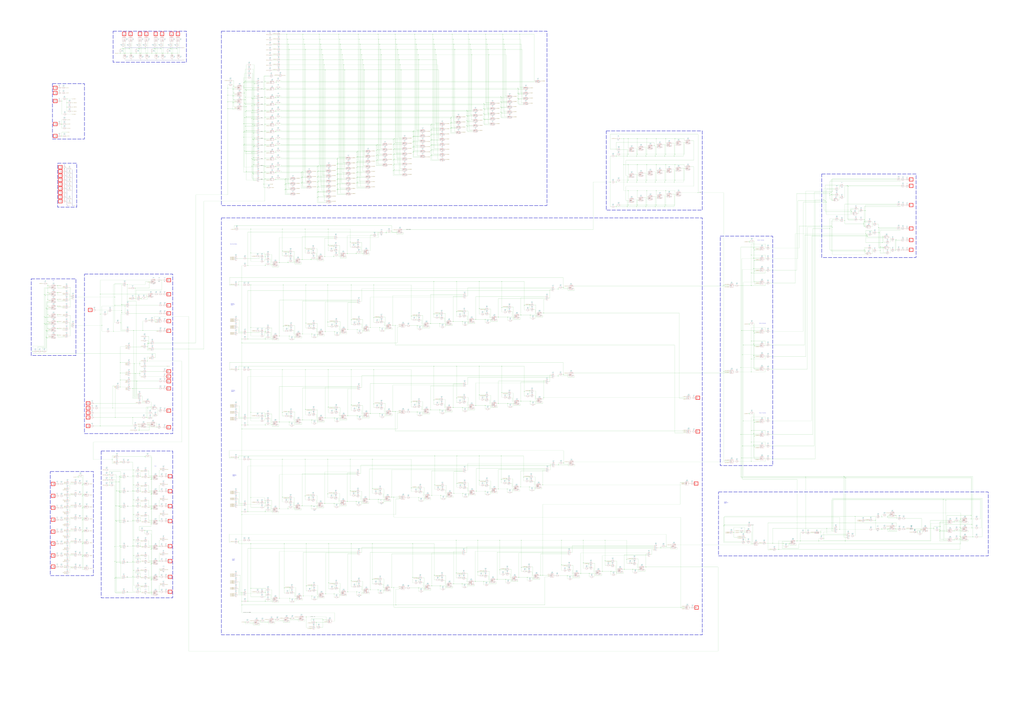
<source format=kicad_sch>
(kicad_sch (version 20230121) (generator eeschema)

  (uuid 4cb1f09e-d54e-47db-9c07-f835341430a0)

  (paper "User" 3048 2100)

  (lib_symbols
    (symbol "U1525:ANO24" (in_bom yes) (on_board yes)
      (property "Reference" "U" (at 1.27 1.27 0)
        (effects (font (size 1.27 1.27)))
      )
      (property "Value" "ANO24" (at 5.08 -11.43 0)
        (effects (font (size 1.27 1.27)))
      )
      (property "Footprint" "" (at -1.27 2.54 0)
        (effects (font (size 1.27 1.27)) hide)
      )
      (property "Datasheet" "" (at -1.27 2.54 0)
        (effects (font (size 1.27 1.27)) hide)
      )
      (symbol "ANO24_0_1"
        (rectangle (start 0 -5.08) (end 5.08 -10.16)
          (stroke (width 0) (type default))
          (fill (type none))
        )
        (rectangle (start 0 0) (end 5.08 -5.08)
          (stroke (width 0) (type default))
          (fill (type none))
        )
        (rectangle (start 5.08 0) (end 10.16 -10.16)
          (stroke (width 0) (type default))
          (fill (type none))
        )
      )
      (symbol "ANO24_1_1"
        (text "&" (at 3.81 -6.35 0)
          (effects (font (size 1.27 1.27)))
        )
        (text "&" (at 3.81 -1.27 0)
          (effects (font (size 1.27 1.27)))
        )
        (text "1" (at 7.62 -1.27 0)
          (effects (font (size 1.27 1.27)))
        )
        (pin output inverted (at 12.7 -5.08 180) (length 2.54)
          (name "A" (effects (font (size 1.27 1.27))))
          (number "" (effects (font (size 1.27 1.27))))
        )
        (pin input line (at -2.54 -1.27 0) (length 2.54)
          (name "E1" (effects (font (size 1.27 1.27))))
          (number "" (effects (font (size 1.27 1.27))))
        )
        (pin input line (at -2.54 -3.81 0) (length 2.54)
          (name "E2" (effects (font (size 1.27 1.27))))
          (number "" (effects (font (size 1.27 1.27))))
        )
        (pin input line (at -2.54 -6.35 0) (length 2.54)
          (name "I1" (effects (font (size 1.27 1.27))))
          (number "" (effects (font (size 1.27 1.27))))
        )
        (pin input line (at -2.54 -8.89 0) (length 2.54)
          (name "I2" (effects (font (size 1.27 1.27))))
          (number "" (effects (font (size 1.27 1.27))))
        )
      )
    )
    (symbol "U1525:ANO4" (in_bom yes) (on_board yes)
      (property "Reference" "U" (at 1.27 1.27 0)
        (effects (font (size 1.27 1.27)))
      )
      (property "Value" "ANO4" (at 5.08 -11.43 0)
        (effects (font (size 1.27 1.27)))
      )
      (property "Footprint" "" (at -1.27 2.54 0)
        (effects (font (size 1.27 1.27)) hide)
      )
      (property "Datasheet" "" (at -1.27 2.54 0)
        (effects (font (size 1.27 1.27)) hide)
      )
      (symbol "ANO4_0_1"
        (rectangle (start 0 -5.08) (end 5.08 -10.16)
          (stroke (width 0) (type default))
          (fill (type none))
        )
        (rectangle (start 0 0) (end 5.08 -5.08)
          (stroke (width 0) (type default))
          (fill (type none))
        )
        (rectangle (start 5.08 0) (end 10.16 -10.16)
          (stroke (width 0) (type default))
          (fill (type none))
        )
      )
      (symbol "ANO4_1_1"
        (text "&" (at 3.81 -1.27 0)
          (effects (font (size 1.27 1.27)))
        )
        (text "1" (at 3.81 -6.35 0)
          (effects (font (size 1.27 1.27)))
        )
        (text "1" (at 7.62 -1.27 0)
          (effects (font (size 1.27 1.27)))
        )
        (pin output inverted (at 12.7 -5.08 180) (length 2.54)
          (name "A" (effects (font (size 1.27 1.27))))
          (number "" (effects (font (size 1.27 1.27))))
        )
        (pin input line (at -2.54 -1.27 0) (length 2.54)
          (name "E1" (effects (font (size 1.27 1.27))))
          (number "" (effects (font (size 1.27 1.27))))
        )
        (pin input line (at -2.54 -3.81 0) (length 2.54)
          (name "E2" (effects (font (size 1.27 1.27))))
          (number "" (effects (font (size 1.27 1.27))))
        )
        (pin input line (at -2.54 -8.89 0) (length 2.54)
          (name "I1" (effects (font (size 1.27 1.27))))
          (number "" (effects (font (size 1.27 1.27))))
        )
        (pin input line (at -2.54 -6.35 0) (length 2.54)
          (name "I2" (effects (font (size 1.27 1.27))))
          (number "" (effects (font (size 1.27 1.27))))
        )
      )
    )
    (symbol "U1525:AS1" (in_bom yes) (on_board yes)
      (property "Reference" "U" (at 1.27 1.27 0)
        (effects (font (size 1.27 1.27)))
      )
      (property "Value" "AS1" (at 2.54 -6.35 0)
        (effects (font (size 1.27 1.27)))
      )
      (property "Footprint" "" (at -1.27 2.54 0)
        (effects (font (size 1.27 1.27)) hide)
      )
      (property "Datasheet" "" (at -1.27 2.54 0)
        (effects (font (size 1.27 1.27)) hide)
      )
      (symbol "AS1_0_1"
        (rectangle (start 0 0) (end 5.08 -5.08)
          (stroke (width 0) (type default))
          (fill (type none))
        )
      )
      (symbol "AS1_1_1"
        (text ">" (at 2.54 -1.27 0)
          (effects (font (size 1.27 1.27)))
        )
        (pin output inverted (at 7.62 -2.54 180) (length 2.54)
          (name "A" (effects (font (size 1.27 1.27))))
          (number "" (effects (font (size 1.27 1.27))))
        )
        (pin input line (at -2.54 -2.54 0) (length 2.54)
          (name "E" (effects (font (size 1.27 1.27))))
          (number "" (effects (font (size 1.27 1.27))))
        )
      )
    )
    (symbol "U1525:BDL" (in_bom yes) (on_board yes)
      (property "Reference" "U" (at 1.27 1.27 0)
        (effects (font (size 1.27 1.27)))
      )
      (property "Value" "BDL" (at 6.35 -11.43 0)
        (effects (font (size 1.27 1.27)))
      )
      (property "Footprint" "" (at -1.27 2.54 0)
        (effects (font (size 1.27 1.27)) hide)
      )
      (property "Datasheet" "" (at -1.27 2.54 0)
        (effects (font (size 1.27 1.27)) hide)
      )
      (symbol "BDL_0_1"
        (rectangle (start 0 -5.08) (end 5.08 -10.16)
          (stroke (width 0) (type default))
          (fill (type none))
        )
        (rectangle (start 0 0) (end 5.08 -5.08)
          (stroke (width 0) (type default))
          (fill (type none))
        )
        (rectangle (start 5.08 0) (end 10.16 -10.16)
          (stroke (width 0) (type default))
          (fill (type none))
        )
        (rectangle (start 10.16 0) (end 12.7 -10.16)
          (stroke (width 0) (type default))
          (fill (type none))
        )
      )
      (symbol "BDL_1_1"
        (text "<->" (at 2.54 -6.35 0)
          (effects (font (size 1.27 1.27)))
        )
        (text "<>" (at 7.62 -5.08 0)
          (effects (font (size 1.27 1.27)))
        )
        (pin output inverted (at 15.24 -5.08 180) (length 2.54)
          (name "A" (effects (font (size 1.27 1.27))))
          (number "" (effects (font (size 1.27 1.27))))
        )
        (pin input line (at -2.54 -8.89 0) (length 2.54)
          (name "AE" (effects (font (size 1.27 1.27))))
          (number "" (effects (font (size 1.27 1.27))))
        )
        (pin input line (at -2.54 -3.81 0) (length 2.54)
          (name "N" (effects (font (size 1.27 1.27))))
          (number "" (effects (font (size 1.27 1.27))))
        )
        (pin input line (at -2.54 -1.27 0) (length 2.54)
          (name "P" (effects (font (size 1.27 1.27))))
          (number "" (effects (font (size 1.27 1.27))))
        )
      )
    )
    (symbol "U1525:DFFR" (in_bom yes) (on_board yes)
      (property "Reference" "U" (at 1.27 1.27 0)
        (effects (font (size 1.27 1.27)))
      )
      (property "Value" "DFFR" (at 6.35 -13.97 0)
        (effects (font (size 1.27 1.27)))
      )
      (property "Footprint" "" (at -1.27 2.54 0)
        (effects (font (size 1.27 1.27)) hide)
      )
      (property "Datasheet" "" (at -1.27 2.54 0)
        (effects (font (size 1.27 1.27)) hide)
      )
      (symbol "DFFR_0_1"
        (rectangle (start 0 -7.62) (end 5.08 -12.7)
          (stroke (width 0) (type default))
          (fill (type none))
        )
        (rectangle (start 0 -5.08) (end 5.08 -7.62)
          (stroke (width 0) (type default))
          (fill (type none))
        )
        (rectangle (start 0 0) (end 5.08 -5.08)
          (stroke (width 0) (type default))
          (fill (type none))
        )
        (rectangle (start 5.08 0) (end 7.62 -12.7)
          (stroke (width 0) (type default))
          (fill (type none))
        )
        (rectangle (start 7.62 0) (end 11.43 -12.7)
          (stroke (width 0) (type default))
          (fill (type none))
        )
      )
      (symbol "DFFR_1_1"
        (text "C" (at 3.81 -8.89 0)
          (effects (font (size 1.27 1.27)))
        )
        (text "D" (at 3.81 -6.35 0)
          (effects (font (size 1.27 1.27)))
        )
        (text "Q" (at 8.89 -1.27 0)
          (effects (font (size 1.27 1.27)))
        )
        (text "R" (at 3.81 -1.27 0)
          (effects (font (size 1.27 1.27)))
        )
        (text "T" (at 6.35 -1.27 0)
          (effects (font (size 1.27 1.27)))
        )
        (pin input line (at -2.54 -11.43 0) (length 2.54)
          (name "C" (effects (font (size 1.27 1.27))))
          (number "" (effects (font (size 1.27 1.27))))
        )
        (pin input inverted (at -2.54 -8.89 0) (length 2.54)
          (name "CN" (effects (font (size 1.27 1.27))))
          (number "" (effects (font (size 1.27 1.27))))
        )
        (pin input line (at -2.54 -6.35 0) (length 2.54)
          (name "D" (effects (font (size 1.27 1.27))))
          (number "" (effects (font (size 1.27 1.27))))
        )
        (pin output line (at 13.97 -2.54 180) (length 2.54)
          (name "Q" (effects (font (size 1.27 1.27))))
          (number "" (effects (font (size 1.27 1.27))))
        )
        (pin output inverted (at 13.97 -10.16 180) (length 2.54)
          (name "QN" (effects (font (size 1.27 1.27))))
          (number "" (effects (font (size 1.27 1.27))))
        )
        (pin input line (at -2.54 -2.54 0) (length 2.54)
          (name "R" (effects (font (size 1.27 1.27))))
          (number "" (effects (font (size 1.27 1.27))))
        )
      )
    )
    (symbol "U1525:DFFRS" (in_bom yes) (on_board yes)
      (property "Reference" "U" (at 1.27 1.27 0)
        (effects (font (size 1.27 1.27)))
      )
      (property "Value" "DFFRS" (at 6.35 -13.97 0)
        (effects (font (size 1.27 1.27)))
      )
      (property "Footprint" "" (at -1.27 2.54 0)
        (effects (font (size 1.27 1.27)) hide)
      )
      (property "Datasheet" "" (at -1.27 2.54 0)
        (effects (font (size 1.27 1.27)) hide)
      )
      (symbol "DFFRS_0_1"
        (rectangle (start 0 -7.62) (end 5.08 -12.7)
          (stroke (width 0) (type default))
          (fill (type none))
        )
        (rectangle (start 0 -5.08) (end 5.08 -7.62)
          (stroke (width 0) (type default))
          (fill (type none))
        )
        (rectangle (start 0 0) (end 5.08 -5.08)
          (stroke (width 0) (type default))
          (fill (type none))
        )
        (rectangle (start 5.08 0) (end 7.62 -12.7)
          (stroke (width 0) (type default))
          (fill (type none))
        )
        (rectangle (start 7.62 0) (end 11.43 -12.7)
          (stroke (width 0) (type default))
          (fill (type none))
        )
      )
      (symbol "DFFRS_1_1"
        (text "C" (at 3.81 -8.89 0)
          (effects (font (size 1.27 1.27)))
        )
        (text "D" (at 3.81 -6.35 0)
          (effects (font (size 1.27 1.27)))
        )
        (text "Q" (at 8.89 -1.27 0)
          (effects (font (size 1.27 1.27)))
        )
        (text "R" (at 3.81 -1.27 0)
          (effects (font (size 1.27 1.27)))
        )
        (text "S" (at 3.81 -3.81 0)
          (effects (font (size 1.27 1.27)))
        )
        (text "T" (at 6.35 -1.27 0)
          (effects (font (size 1.27 1.27)))
        )
        (pin input line (at -2.54 -11.43 0) (length 2.54)
          (name "C" (effects (font (size 1.27 1.27))))
          (number "" (effects (font (size 1.27 1.27))))
        )
        (pin input inverted (at -2.54 -8.89 0) (length 2.54)
          (name "CN" (effects (font (size 1.27 1.27))))
          (number "" (effects (font (size 1.27 1.27))))
        )
        (pin input line (at -2.54 -6.35 0) (length 2.54)
          (name "D" (effects (font (size 1.27 1.27))))
          (number "" (effects (font (size 1.27 1.27))))
        )
        (pin output line (at 13.97 -2.54 180) (length 2.54)
          (name "Q" (effects (font (size 1.27 1.27))))
          (number "" (effects (font (size 1.27 1.27))))
        )
        (pin output inverted (at 13.97 -10.16 180) (length 2.54)
          (name "QN" (effects (font (size 1.27 1.27))))
          (number "" (effects (font (size 1.27 1.27))))
        )
        (pin input line (at -2.54 -1.27 0) (length 2.54)
          (name "R" (effects (font (size 1.27 1.27))))
          (number "" (effects (font (size 1.27 1.27))))
        )
        (pin input inverted (at -2.54 -3.81 0) (length 2.54)
          (name "SN" (effects (font (size 1.27 1.27))))
          (number "" (effects (font (size 1.27 1.27))))
        )
      )
    )
    (symbol "U1525:DFFS" (in_bom yes) (on_board yes)
      (property "Reference" "U" (at 1.27 1.27 0)
        (effects (font (size 1.27 1.27)))
      )
      (property "Value" "DFFS" (at 6.35 -13.97 0)
        (effects (font (size 1.27 1.27)))
      )
      (property "Footprint" "" (at -1.27 2.54 0)
        (effects (font (size 1.27 1.27)) hide)
      )
      (property "Datasheet" "" (at -1.27 2.54 0)
        (effects (font (size 1.27 1.27)) hide)
      )
      (symbol "DFFS_0_1"
        (rectangle (start 0 -7.62) (end 5.08 -12.7)
          (stroke (width 0) (type default))
          (fill (type none))
        )
        (rectangle (start 0 -5.08) (end 5.08 -7.62)
          (stroke (width 0) (type default))
          (fill (type none))
        )
        (rectangle (start 0 0) (end 5.08 -5.08)
          (stroke (width 0) (type default))
          (fill (type none))
        )
        (rectangle (start 5.08 0) (end 7.62 -12.7)
          (stroke (width 0) (type default))
          (fill (type none))
        )
        (rectangle (start 7.62 0) (end 11.43 -12.7)
          (stroke (width 0) (type default))
          (fill (type none))
        )
      )
      (symbol "DFFS_1_1"
        (text "C" (at 3.81 -8.89 0)
          (effects (font (size 1.27 1.27)))
        )
        (text "D" (at 3.81 -6.35 0)
          (effects (font (size 1.27 1.27)))
        )
        (text "Q" (at 8.89 -1.27 0)
          (effects (font (size 1.27 1.27)))
        )
        (text "S" (at 3.81 -1.27 0)
          (effects (font (size 1.27 1.27)))
        )
        (text "T" (at 6.35 -1.27 0)
          (effects (font (size 1.27 1.27)))
        )
        (pin input line (at -2.54 -11.43 0) (length 2.54)
          (name "C" (effects (font (size 1.27 1.27))))
          (number "" (effects (font (size 1.27 1.27))))
        )
        (pin input inverted (at -2.54 -8.89 0) (length 2.54)
          (name "CN" (effects (font (size 1.27 1.27))))
          (number "" (effects (font (size 1.27 1.27))))
        )
        (pin input line (at -2.54 -6.35 0) (length 2.54)
          (name "D" (effects (font (size 1.27 1.27))))
          (number "" (effects (font (size 1.27 1.27))))
        )
        (pin output line (at 13.97 -2.54 180) (length 2.54)
          (name "Q" (effects (font (size 1.27 1.27))))
          (number "" (effects (font (size 1.27 1.27))))
        )
        (pin output inverted (at 13.97 -10.16 180) (length 2.54)
          (name "QN" (effects (font (size 1.27 1.27))))
          (number "" (effects (font (size 1.27 1.27))))
        )
        (pin input inverted (at -2.54 -2.54 0) (length 2.54)
          (name "SN" (effects (font (size 1.27 1.27))))
          (number "" (effects (font (size 1.27 1.27))))
        )
      )
    )
    (symbol "U1525:ES" (in_bom yes) (on_board yes)
      (property "Reference" "U" (at 1.27 1.27 0)
        (effects (font (size 1.27 1.27)))
      )
      (property "Value" "ES" (at 2.54 -6.35 0)
        (effects (font (size 1.27 1.27)))
      )
      (property "Footprint" "" (at -1.27 2.54 0)
        (effects (font (size 1.27 1.27)) hide)
      )
      (property "Datasheet" "" (at -1.27 2.54 0)
        (effects (font (size 1.27 1.27)) hide)
      )
      (symbol "ES_0_1"
        (rectangle (start 0 0) (end 5.08 -5.08)
          (stroke (width 0) (type default))
          (fill (type none))
        )
      )
      (symbol "ES_1_1"
        (text ">" (at 2.54 -1.27 0)
          (effects (font (size 1.27 1.27)))
        )
        (pin output inverted (at 7.62 -2.54 180) (length 2.54)
          (name "A" (effects (font (size 1.27 1.27))))
          (number "" (effects (font (size 1.27 1.27))))
        )
        (pin input line (at -2.54 -2.54 0) (length 2.54)
          (name "E" (effects (font (size 1.27 1.27))))
          (number "" (effects (font (size 1.27 1.27))))
        )
      )
    )
    (symbol "U1525:EXOR" (in_bom yes) (on_board yes)
      (property "Reference" "U" (at 1.27 1.27 0)
        (effects (font (size 1.27 1.27)))
      )
      (property "Value" "EXOR" (at 2.54 -8.89 0)
        (effects (font (size 1.27 1.27)))
      )
      (property "Footprint" "" (at -1.27 2.54 0)
        (effects (font (size 1.27 1.27)) hide)
      )
      (property "Datasheet" "" (at -1.27 2.54 0)
        (effects (font (size 1.27 1.27)) hide)
      )
      (symbol "EXOR_0_1"
        (rectangle (start 0 0) (end 5.08 -7.62)
          (stroke (width 0) (type default))
          (fill (type none))
        )
      )
      (symbol "EXOR_1_1"
        (text "=1" (at 3.81 -1.27 0)
          (effects (font (size 1.27 1.27)))
        )
        (pin output line (at 7.62 -3.81 180) (length 2.54)
          (name "A" (effects (font (size 1.27 1.27))))
          (number "" (effects (font (size 1.27 1.27))))
        )
        (pin input line (at -2.54 -5.08 0) (length 2.54)
          (name "E1" (effects (font (size 1.27 1.27))))
          (number "" (effects (font (size 1.27 1.27))))
        )
        (pin input line (at -2.54 -2.54 0) (length 2.54)
          (name "E2" (effects (font (size 1.27 1.27))))
          (number "" (effects (font (size 1.27 1.27))))
        )
      )
    )
    (symbol "U1525:LFF" (in_bom yes) (on_board yes)
      (property "Reference" "U" (at 1.27 1.27 0)
        (effects (font (size 1.27 1.27)))
      )
      (property "Value" "LFF" (at 6.35 -8.89 0)
        (effects (font (size 1.27 1.27)))
      )
      (property "Footprint" "" (at -1.27 2.54 0)
        (effects (font (size 1.27 1.27)) hide)
      )
      (property "Datasheet" "" (at -1.27 2.54 0)
        (effects (font (size 1.27 1.27)) hide)
      )
      (symbol "LFF_0_1"
        (rectangle (start 0 -2.54) (end 5.08 -7.62)
          (stroke (width 0) (type default))
          (fill (type none))
        )
        (rectangle (start 0 0) (end 5.08 -2.54)
          (stroke (width 0) (type default))
          (fill (type none))
        )
        (rectangle (start 5.08 0) (end 7.62 -7.62)
          (stroke (width 0) (type default))
          (fill (type none))
        )
        (rectangle (start 7.62 0) (end 11.43 -7.62)
          (stroke (width 0) (type default))
          (fill (type none))
        )
      )
      (symbol "LFF_1_1"
        (text "C" (at 3.81 -3.81 0)
          (effects (font (size 1.27 1.27)))
        )
        (text "D" (at 3.81 -1.27 0)
          (effects (font (size 1.27 1.27)))
        )
        (text "Q" (at 8.89 -1.27 0)
          (effects (font (size 1.27 1.27)))
        )
        (text "T" (at 6.35 -1.27 0)
          (effects (font (size 1.27 1.27)))
        )
        (pin input line (at -2.54 -6.35 0) (length 2.54)
          (name "C" (effects (font (size 1.27 1.27))))
          (number "" (effects (font (size 1.27 1.27))))
        )
        (pin input inverted (at -2.54 -3.81 0) (length 2.54)
          (name "CN" (effects (font (size 1.27 1.27))))
          (number "" (effects (font (size 1.27 1.27))))
        )
        (pin input line (at -2.54 -1.27 0) (length 2.54)
          (name "D" (effects (font (size 1.27 1.27))))
          (number "" (effects (font (size 1.27 1.27))))
        )
        (pin output line (at 13.97 -2.54 180) (length 2.54)
          (name "Q" (effects (font (size 1.27 1.27))))
          (number "" (effects (font (size 1.27 1.27))))
        )
        (pin output inverted (at 13.97 -5.08 180) (length 2.54)
          (name "QN" (effects (font (size 1.27 1.27))))
          (number "" (effects (font (size 1.27 1.27))))
        )
      )
    )
    (symbol "U1525:LFFS" (in_bom yes) (on_board yes)
      (property "Reference" "U" (at 1.27 1.27 0)
        (effects (font (size 1.27 1.27)))
      )
      (property "Value" "LFFS" (at 6.35 -13.97 0)
        (effects (font (size 1.27 1.27)))
      )
      (property "Footprint" "" (at -1.27 2.54 0)
        (effects (font (size 1.27 1.27)) hide)
      )
      (property "Datasheet" "" (at -1.27 2.54 0)
        (effects (font (size 1.27 1.27)) hide)
      )
      (symbol "LFFS_0_1"
        (rectangle (start 0 -7.62) (end 5.08 -12.7)
          (stroke (width 0) (type default))
          (fill (type none))
        )
        (rectangle (start 0 -5.08) (end 5.08 -7.62)
          (stroke (width 0) (type default))
          (fill (type none))
        )
        (rectangle (start 0 0) (end 5.08 -5.08)
          (stroke (width 0) (type default))
          (fill (type none))
        )
        (rectangle (start 5.08 0) (end 7.62 -12.7)
          (stroke (width 0) (type default))
          (fill (type none))
        )
        (rectangle (start 7.62 0) (end 11.43 -12.7)
          (stroke (width 0) (type default))
          (fill (type none))
        )
      )
      (symbol "LFFS_1_1"
        (text "C" (at 3.81 -8.89 0)
          (effects (font (size 1.27 1.27)))
        )
        (text "D" (at 3.81 -6.35 0)
          (effects (font (size 1.27 1.27)))
        )
        (text "Q" (at 8.89 -1.27 0)
          (effects (font (size 1.27 1.27)))
        )
        (text "S" (at 3.81 -1.27 0)
          (effects (font (size 1.27 1.27)))
        )
        (text "T" (at 6.35 -1.27 0)
          (effects (font (size 1.27 1.27)))
        )
        (pin input line (at -2.54 -11.43 0) (length 2.54)
          (name "C" (effects (font (size 1.27 1.27))))
          (number "" (effects (font (size 1.27 1.27))))
        )
        (pin input inverted (at -2.54 -8.89 0) (length 2.54)
          (name "CN" (effects (font (size 1.27 1.27))))
          (number "" (effects (font (size 1.27 1.27))))
        )
        (pin input line (at -2.54 -6.35 0) (length 2.54)
          (name "D" (effects (font (size 1.27 1.27))))
          (number "" (effects (font (size 1.27 1.27))))
        )
        (pin output line (at 13.97 -2.54 180) (length 2.54)
          (name "Q" (effects (font (size 1.27 1.27))))
          (number "" (effects (font (size 1.27 1.27))))
        )
        (pin input inverted (at -2.54 -2.54 0) (length 2.54)
          (name "SN" (effects (font (size 1.27 1.27))))
          (number "" (effects (font (size 1.27 1.27))))
        )
      )
    )
    (symbol "U1525:NA2" (in_bom yes) (on_board yes)
      (property "Reference" "U" (at 1.27 1.27 0)
        (effects (font (size 1.27 1.27)))
      )
      (property "Value" "NA2" (at 2.54 -8.89 0)
        (effects (font (size 1.27 1.27)))
      )
      (property "Footprint" "" (at -1.27 2.54 0)
        (effects (font (size 1.27 1.27)) hide)
      )
      (property "Datasheet" "" (at -1.27 2.54 0)
        (effects (font (size 1.27 1.27)) hide)
      )
      (symbol "NA2_0_1"
        (rectangle (start 0 0) (end 5.08 -7.62)
          (stroke (width 0) (type default))
          (fill (type none))
        )
      )
      (symbol "NA2_1_1"
        (text "&" (at 3.81 -1.27 0)
          (effects (font (size 1.27 1.27)))
        )
        (pin output inverted (at 7.62 -3.81 180) (length 2.54)
          (name "A" (effects (font (size 1.27 1.27))))
          (number "" (effects (font (size 1.27 1.27))))
        )
        (pin input line (at -2.54 -2.54 0) (length 2.54)
          (name "E1" (effects (font (size 1.27 1.27))))
          (number "" (effects (font (size 1.27 1.27))))
        )
        (pin input line (at -2.54 -5.08 0) (length 2.54)
          (name "E2" (effects (font (size 1.27 1.27))))
          (number "" (effects (font (size 1.27 1.27))))
        )
      )
    )
    (symbol "U1525:NA3" (in_bom yes) (on_board yes)
      (property "Reference" "U" (at 1.27 1.27 0)
        (effects (font (size 1.27 1.27)))
      )
      (property "Value" "NA3" (at 2.54 -11.43 0)
        (effects (font (size 1.27 1.27)))
      )
      (property "Footprint" "" (at -1.27 2.54 0)
        (effects (font (size 1.27 1.27)) hide)
      )
      (property "Datasheet" "" (at -1.27 2.54 0)
        (effects (font (size 1.27 1.27)) hide)
      )
      (symbol "NA3_0_1"
        (rectangle (start 0 0) (end 5.08 -10.16)
          (stroke (width 0) (type default))
          (fill (type none))
        )
      )
      (symbol "NA3_1_1"
        (text "&" (at 3.81 -1.27 0)
          (effects (font (size 1.27 1.27)))
        )
        (pin output inverted (at 7.62 -5.08 180) (length 2.54)
          (name "A" (effects (font (size 1.27 1.27))))
          (number "" (effects (font (size 1.27 1.27))))
        )
        (pin input line (at -2.54 -2.54 0) (length 2.54)
          (name "E1" (effects (font (size 1.27 1.27))))
          (number "" (effects (font (size 1.27 1.27))))
        )
        (pin input line (at -2.54 -5.08 0) (length 2.54)
          (name "E2" (effects (font (size 1.27 1.27))))
          (number "" (effects (font (size 1.27 1.27))))
        )
        (pin input line (at -2.54 -7.62 0) (length 2.54)
          (name "E3" (effects (font (size 1.27 1.27))))
          (number "" (effects (font (size 1.27 1.27))))
        )
      )
    )
    (symbol "U1525:NA4" (in_bom yes) (on_board yes)
      (property "Reference" "U" (at 1.27 1.27 0)
        (effects (font (size 1.27 1.27)))
      )
      (property "Value" "NA4" (at 2.54 -13.97 0)
        (effects (font (size 1.27 1.27)))
      )
      (property "Footprint" "" (at -1.27 2.54 0)
        (effects (font (size 1.27 1.27)) hide)
      )
      (property "Datasheet" "" (at -1.27 2.54 0)
        (effects (font (size 1.27 1.27)) hide)
      )
      (symbol "NA4_0_1"
        (rectangle (start 0 0) (end 5.08 -12.7)
          (stroke (width 0) (type default))
          (fill (type none))
        )
      )
      (symbol "NA4_1_1"
        (text "&" (at 3.81 -1.27 0)
          (effects (font (size 1.27 1.27)))
        )
        (pin output inverted (at 7.62 -6.35 180) (length 2.54)
          (name "A" (effects (font (size 1.27 1.27))))
          (number "" (effects (font (size 1.27 1.27))))
        )
        (pin input line (at -2.54 -2.54 0) (length 2.54)
          (name "E1" (effects (font (size 1.27 1.27))))
          (number "" (effects (font (size 1.27 1.27))))
        )
        (pin input line (at -2.54 -5.08 0) (length 2.54)
          (name "E2" (effects (font (size 1.27 1.27))))
          (number "" (effects (font (size 1.27 1.27))))
        )
        (pin input line (at -2.54 -7.62 0) (length 2.54)
          (name "E3" (effects (font (size 1.27 1.27))))
          (number "" (effects (font (size 1.27 1.27))))
        )
        (pin input line (at -2.54 -10.16 0) (length 2.54)
          (name "E4" (effects (font (size 1.27 1.27))))
          (number "" (effects (font (size 1.27 1.27))))
        )
      )
    )
    (symbol "U1525:NA6" (in_bom yes) (on_board yes)
      (property "Reference" "U" (at 1.27 1.27 0)
        (effects (font (size 1.27 1.27)))
      )
      (property "Value" "NA6" (at 2.54 -19.05 0)
        (effects (font (size 1.27 1.27)))
      )
      (property "Footprint" "" (at -1.27 2.54 0)
        (effects (font (size 1.27 1.27)) hide)
      )
      (property "Datasheet" "" (at -1.27 2.54 0)
        (effects (font (size 1.27 1.27)) hide)
      )
      (symbol "NA6_0_1"
        (rectangle (start 0 0) (end 5.08 -17.78)
          (stroke (width 0) (type default))
          (fill (type none))
        )
      )
      (symbol "NA6_1_1"
        (text "&" (at 3.81 -1.27 0)
          (effects (font (size 1.27 1.27)))
        )
        (pin output inverted (at 7.62 -8.89 180) (length 2.54)
          (name "A" (effects (font (size 1.27 1.27))))
          (number "" (effects (font (size 1.27 1.27))))
        )
        (pin input line (at -2.54 -2.54 0) (length 2.54)
          (name "E1" (effects (font (size 1.27 1.27))))
          (number "" (effects (font (size 1.27 1.27))))
        )
        (pin input line (at -2.54 -5.08 0) (length 2.54)
          (name "E2" (effects (font (size 1.27 1.27))))
          (number "" (effects (font (size 1.27 1.27))))
        )
        (pin input line (at -2.54 -7.62 0) (length 2.54)
          (name "E3" (effects (font (size 1.27 1.27))))
          (number "" (effects (font (size 1.27 1.27))))
        )
        (pin input line (at -2.54 -10.16 0) (length 2.54)
          (name "E4" (effects (font (size 1.27 1.27))))
          (number "" (effects (font (size 1.27 1.27))))
        )
        (pin input line (at -2.54 -12.7 0) (length 2.54)
          (name "E5" (effects (font (size 1.27 1.27))))
          (number "" (effects (font (size 1.27 1.27))))
        )
        (pin input line (at -2.54 -15.24 0) (length 2.54)
          (name "E6" (effects (font (size 1.27 1.27))))
          (number "" (effects (font (size 1.27 1.27))))
        )
      )
    )
    (symbol "U1525:NEG1" (in_bom yes) (on_board yes)
      (property "Reference" "U" (at 1.27 1.27 0)
        (effects (font (size 1.27 1.27)))
      )
      (property "Value" "NEG1" (at 2.54 -6.35 0)
        (effects (font (size 1.27 1.27)))
      )
      (property "Footprint" "" (at -1.27 2.54 0)
        (effects (font (size 1.27 1.27)) hide)
      )
      (property "Datasheet" "" (at -1.27 2.54 0)
        (effects (font (size 1.27 1.27)) hide)
      )
      (symbol "NEG1_0_1"
        (rectangle (start 0 0) (end 5.08 -5.08)
          (stroke (width 0) (type default))
          (fill (type none))
        )
      )
      (symbol "NEG1_1_1"
        (pin output inverted (at 7.62 -2.54 180) (length 2.54)
          (name "A" (effects (font (size 1.27 1.27))))
          (number "" (effects (font (size 1.27 1.27))))
        )
        (pin input line (at -2.54 -2.54 0) (length 2.54)
          (name "E" (effects (font (size 1.27 1.27))))
          (number "" (effects (font (size 1.27 1.27))))
        )
      )
    )
    (symbol "U1525:NGT" (in_bom yes) (on_board yes)
      (property "Reference" "U" (at 1.27 1.27 0)
        (effects (font (size 1.27 1.27)))
      )
      (property "Value" "NGT" (at 5.08 -8.89 0)
        (effects (font (size 1.27 1.27)))
      )
      (property "Footprint" "" (at -1.27 2.54 0)
        (effects (font (size 1.27 1.27)) hide)
      )
      (property "Datasheet" "" (at -1.27 2.54 0)
        (effects (font (size 1.27 1.27)) hide)
      )
      (symbol "NGT_0_1"
        (rectangle (start 0 -2.54) (end 5.08 -7.62)
          (stroke (width 0) (type default))
          (fill (type none))
        )
        (rectangle (start 0 0) (end 5.08 -2.54)
          (stroke (width 0) (type default))
          (fill (type none))
        )
        (rectangle (start 5.08 0) (end 10.16 -7.62)
          (stroke (width 0) (type default))
          (fill (type none))
        )
      )
      (symbol "NGT_1_1"
        (text "C" (at 3.81 -3.81 0)
          (effects (font (size 1.27 1.27)))
        )
        (pin output inverted (at 12.7 -3.81 180) (length 2.54)
          (name "A" (effects (font (size 1.27 1.27))))
          (number "" (effects (font (size 1.27 1.27))))
        )
        (pin input line (at -2.54 -6.35 0) (length 2.54)
          (name "C" (effects (font (size 1.27 1.27))))
          (number "" (effects (font (size 1.27 1.27))))
        )
        (pin input inverted (at -2.54 -3.81 0) (length 2.54)
          (name "CN" (effects (font (size 1.27 1.27))))
          (number "" (effects (font (size 1.27 1.27))))
        )
        (pin input line (at -2.54 -1.27 0) (length 2.54)
          (name "E" (effects (font (size 1.27 1.27))))
          (number "" (effects (font (size 1.27 1.27))))
        )
      )
    )
    (symbol "U1525:NO2" (in_bom yes) (on_board yes)
      (property "Reference" "U" (at 1.27 1.27 0)
        (effects (font (size 1.27 1.27)))
      )
      (property "Value" "NO2" (at 2.54 -8.89 0)
        (effects (font (size 1.27 1.27)))
      )
      (property "Footprint" "" (at -1.27 2.54 0)
        (effects (font (size 1.27 1.27)) hide)
      )
      (property "Datasheet" "" (at -1.27 2.54 0)
        (effects (font (size 1.27 1.27)) hide)
      )
      (symbol "NO2_0_1"
        (rectangle (start 0 0) (end 5.08 -7.62)
          (stroke (width 0) (type default))
          (fill (type none))
        )
      )
      (symbol "NO2_1_1"
        (text "1" (at 3.81 -1.27 0)
          (effects (font (size 1.27 1.27)))
        )
        (pin output inverted (at 7.62 -3.81 180) (length 2.54)
          (name "A" (effects (font (size 1.27 1.27))))
          (number "" (effects (font (size 1.27 1.27))))
        )
        (pin input line (at -2.54 -5.08 0) (length 2.54)
          (name "E1" (effects (font (size 1.27 1.27))))
          (number "" (effects (font (size 1.27 1.27))))
        )
        (pin input line (at -2.54 -2.54 0) (length 2.54)
          (name "E2" (effects (font (size 1.27 1.27))))
          (number "" (effects (font (size 1.27 1.27))))
        )
      )
    )
    (symbol "U1525:NO3" (in_bom yes) (on_board yes)
      (property "Reference" "U" (at 1.27 1.27 0)
        (effects (font (size 1.27 1.27)))
      )
      (property "Value" "NO3" (at 2.54 -11.43 0)
        (effects (font (size 1.27 1.27)))
      )
      (property "Footprint" "" (at -1.27 2.54 0)
        (effects (font (size 1.27 1.27)) hide)
      )
      (property "Datasheet" "" (at -1.27 2.54 0)
        (effects (font (size 1.27 1.27)) hide)
      )
      (symbol "NO3_0_1"
        (rectangle (start 0 0) (end 5.08 -10.16)
          (stroke (width 0) (type default))
          (fill (type none))
        )
      )
      (symbol "NO3_1_1"
        (text "1" (at 3.81 -1.27 0)
          (effects (font (size 1.27 1.27)))
        )
        (pin output inverted (at 7.62 -5.08 180) (length 2.54)
          (name "A" (effects (font (size 1.27 1.27))))
          (number "" (effects (font (size 1.27 1.27))))
        )
        (pin input line (at -2.54 -7.62 0) (length 2.54)
          (name "E1" (effects (font (size 1.27 1.27))))
          (number "" (effects (font (size 1.27 1.27))))
        )
        (pin input line (at -2.54 -5.08 0) (length 2.54)
          (name "E2" (effects (font (size 1.27 1.27))))
          (number "" (effects (font (size 1.27 1.27))))
        )
        (pin input line (at -2.54 -2.54 0) (length 2.54)
          (name "E3" (effects (font (size 1.27 1.27))))
          (number "" (effects (font (size 1.27 1.27))))
        )
      )
    )
    (symbol "U1525:NO4" (in_bom yes) (on_board yes)
      (property "Reference" "U" (at 1.27 1.27 0)
        (effects (font (size 1.27 1.27)))
      )
      (property "Value" "NO4" (at 2.54 -13.97 0)
        (effects (font (size 1.27 1.27)))
      )
      (property "Footprint" "" (at -1.27 2.54 0)
        (effects (font (size 1.27 1.27)) hide)
      )
      (property "Datasheet" "" (at -1.27 2.54 0)
        (effects (font (size 1.27 1.27)) hide)
      )
      (symbol "NO4_0_1"
        (rectangle (start 0 0) (end 5.08 -12.7)
          (stroke (width 0) (type default))
          (fill (type none))
        )
      )
      (symbol "NO4_1_1"
        (text "1" (at 3.81 -1.27 0)
          (effects (font (size 1.27 1.27)))
        )
        (pin output inverted (at 7.62 -6.35 180) (length 2.54)
          (name "A" (effects (font (size 1.27 1.27))))
          (number "" (effects (font (size 1.27 1.27))))
        )
        (pin input line (at -2.54 -10.16 0) (length 2.54)
          (name "E1" (effects (font (size 1.27 1.27))))
          (number "" (effects (font (size 1.27 1.27))))
        )
        (pin input line (at -2.54 -7.62 0) (length 2.54)
          (name "E2" (effects (font (size 1.27 1.27))))
          (number "" (effects (font (size 1.27 1.27))))
        )
        (pin input line (at -2.54 -5.08 0) (length 2.54)
          (name "E3" (effects (font (size 1.27 1.27))))
          (number "" (effects (font (size 1.27 1.27))))
        )
        (pin input line (at -2.54 -2.54 0) (length 2.54)
          (name "E4" (effects (font (size 1.27 1.27))))
          (number "" (effects (font (size 1.27 1.27))))
        )
      )
    )
    (symbol "U1525:ONA24" (in_bom yes) (on_board yes)
      (property "Reference" "U" (at 1.27 1.27 0)
        (effects (font (size 1.27 1.27)))
      )
      (property "Value" "ONA24" (at 5.08 -11.43 0)
        (effects (font (size 1.27 1.27)))
      )
      (property "Footprint" "" (at -1.27 2.54 0)
        (effects (font (size 1.27 1.27)) hide)
      )
      (property "Datasheet" "" (at -1.27 2.54 0)
        (effects (font (size 1.27 1.27)) hide)
      )
      (symbol "ONA24_0_1"
        (rectangle (start 0 -5.08) (end 5.08 -10.16)
          (stroke (width 0) (type default))
          (fill (type none))
        )
        (rectangle (start 0 0) (end 5.08 -5.08)
          (stroke (width 0) (type default))
          (fill (type none))
        )
        (rectangle (start 5.08 0) (end 10.16 -10.16)
          (stroke (width 0) (type default))
          (fill (type none))
        )
      )
      (symbol "ONA24_1_1"
        (text "&" (at 7.62 -1.27 0)
          (effects (font (size 1.27 1.27)))
        )
        (text "1" (at 3.81 -6.35 0)
          (effects (font (size 1.27 1.27)))
        )
        (text "1" (at 3.81 -1.27 0)
          (effects (font (size 1.27 1.27)))
        )
        (pin output inverted (at 12.7 -5.08 180) (length 2.54)
          (name "A" (effects (font (size 1.27 1.27))))
          (number "" (effects (font (size 1.27 1.27))))
        )
        (pin input line (at -2.54 -3.81 0) (length 2.54)
          (name "E1" (effects (font (size 1.27 1.27))))
          (number "" (effects (font (size 1.27 1.27))))
        )
        (pin input line (at -2.54 -1.27 0) (length 2.54)
          (name "E2" (effects (font (size 1.27 1.27))))
          (number "" (effects (font (size 1.27 1.27))))
        )
        (pin input line (at -2.54 -6.35 0) (length 2.54)
          (name "I1" (effects (font (size 1.27 1.27))))
          (number "" (effects (font (size 1.27 1.27))))
        )
        (pin input line (at -2.54 -8.89 0) (length 2.54)
          (name "I2" (effects (font (size 1.27 1.27))))
          (number "" (effects (font (size 1.27 1.27))))
        )
      )
    )
    (symbol "U1525:ONA3" (in_bom yes) (on_board yes)
      (property "Reference" "U" (at 1.27 1.27 0)
        (effects (font (size 1.27 1.27)))
      )
      (property "Value" "ONA3" (at 5.08 -8.89 0)
        (effects (font (size 1.27 1.27)))
      )
      (property "Footprint" "" (at -1.27 2.54 0)
        (effects (font (size 1.27 1.27)) hide)
      )
      (property "Datasheet" "" (at -1.27 2.54 0)
        (effects (font (size 1.27 1.27)) hide)
      )
      (symbol "ONA3_0_1"
        (rectangle (start 0 0) (end 5.08 -5.08)
          (stroke (width 0) (type default))
          (fill (type none))
        )
        (rectangle (start 0 0) (end 10.16 -7.62)
          (stroke (width 0) (type default))
          (fill (type none))
        )
      )
      (symbol "ONA3_1_1"
        (text "&" (at 7.62 -1.27 0)
          (effects (font (size 1.27 1.27)))
        )
        (text "1" (at 3.81 -1.27 0)
          (effects (font (size 1.27 1.27)))
        )
        (pin output inverted (at 12.7 -3.81 180) (length 2.54)
          (name "A" (effects (font (size 1.27 1.27))))
          (number "" (effects (font (size 1.27 1.27))))
        )
        (pin input line (at -2.54 -1.27 0) (length 2.54)
          (name "E1" (effects (font (size 1.27 1.27))))
          (number "" (effects (font (size 1.27 1.27))))
        )
        (pin input line (at -2.54 -3.81 0) (length 2.54)
          (name "E2" (effects (font (size 1.27 1.27))))
          (number "" (effects (font (size 1.27 1.27))))
        )
        (pin input line (at -2.54 -6.35 0) (length 2.54)
          (name "I1" (effects (font (size 1.27 1.27))))
          (number "" (effects (font (size 1.27 1.27))))
        )
      )
    )
    (symbol "U1525:RSNA" (in_bom yes) (on_board yes)
      (property "Reference" "U" (at 1.27 1.27 0)
        (effects (font (size 1.27 1.27)))
      )
      (property "Value" "RSNA" (at 6.35 -6.35 0)
        (effects (font (size 1.27 1.27)))
      )
      (property "Footprint" "" (at -1.27 2.54 0)
        (effects (font (size 1.27 1.27)) hide)
      )
      (property "Datasheet" "" (at -1.27 2.54 0)
        (effects (font (size 1.27 1.27)) hide)
      )
      (symbol "RSNA_0_1"
        (rectangle (start 0 0) (end 5.08 -5.08)
          (stroke (width 0) (type default))
          (fill (type none))
        )
        (rectangle (start 5.08 0) (end 7.62 -5.08)
          (stroke (width 0) (type default))
          (fill (type none))
        )
        (rectangle (start 7.62 0) (end 11.43 -5.08)
          (stroke (width 0) (type default))
          (fill (type none))
        )
      )
      (symbol "RSNA_1_1"
        (text "Q" (at 8.89 -3.81 0)
          (effects (font (size 1.27 1.27)))
        )
        (text "R" (at 3.81 -3.81 0)
          (effects (font (size 1.27 1.27)))
        )
        (text "S" (at 3.81 -1.27 0)
          (effects (font (size 1.27 1.27)))
        )
        (text "T" (at 6.35 -1.27 0)
          (effects (font (size 1.27 1.27)))
        )
        (pin output line (at 13.97 -3.81 180) (length 2.54)
          (name "Q" (effects (font (size 1.27 1.27))))
          (number "" (effects (font (size 1.27 1.27))))
        )
        (pin output inverted (at 13.97 -1.27 180) (length 2.54)
          (name "QN" (effects (font (size 1.27 1.27))))
          (number "" (effects (font (size 1.27 1.27))))
        )
        (pin input inverted (at -2.54 -3.81 0) (length 2.54)
          (name "RN" (effects (font (size 1.27 1.27))))
          (number "" (effects (font (size 1.27 1.27))))
        )
        (pin input inverted (at -2.54 -1.27 0) (length 2.54)
          (name "SN" (effects (font (size 1.27 1.27))))
          (number "" (effects (font (size 1.27 1.27))))
        )
      )
    )
    (symbol "U1525:TRIS" (in_bom yes) (on_board yes)
      (property "Reference" "U" (at 1.27 1.27 0)
        (effects (font (size 1.27 1.27)))
      )
      (property "Value" "TRIS" (at 2.54 -8.89 0)
        (effects (font (size 1.27 1.27)))
      )
      (property "Footprint" "" (at -1.27 2.54 0)
        (effects (font (size 1.27 1.27)) hide)
      )
      (property "Datasheet" "" (at -1.27 2.54 0)
        (effects (font (size 1.27 1.27)) hide)
      )
      (symbol "TRIS_0_1"
        (rectangle (start 0 0) (end 6.35 -7.62)
          (stroke (width 0) (type default))
          (fill (type none))
        )
      )
      (symbol "TRIS_1_1"
        (text ">" (at 2.54 -1.27 0)
          (effects (font (size 1.27 1.27)))
        )
        (pin output line (at 8.89 -2.54 180) (length 2.54)
          (name "AN" (effects (font (size 1.27 1.27))))
          (number "" (effects (font (size 1.27 1.27))))
        )
        (pin output line (at 8.89 -5.08 180) (length 2.54)
          (name "AP" (effects (font (size 1.27 1.27))))
          (number "" (effects (font (size 1.27 1.27))))
        )
        (pin input line (at -2.54 -2.54 0) (length 2.54)
          (name "E" (effects (font (size 1.27 1.27))))
          (number "" (effects (font (size 1.27 1.27))))
        )
        (pin input line (at -2.54 -5.08 0) (length 2.54)
          (name "Z" (effects (font (size 1.27 1.27))))
          (number "" (effects (font (size 1.27 1.27))))
        )
      )
    )
  )

  (junction (at 397.51 1699.26) (diameter 0) (color 0 0 0 0)
    (uuid 000dea4b-6749-4070-b7e9-684cfdbd1f9a)
  )
  (junction (at 2245.36 807.72) (diameter 0) (color 0 0 0 0)
    (uuid 00318982-7a2c-48f7-9c1b-5a08db8aa662)
  )
  (junction (at 850.9 562.61) (diameter 0) (color 0 0 0 0)
    (uuid 00b2e19c-b0af-4f53-9a04-c1a9cf2d024c)
  )
  (junction (at 1501.14 132.08) (diameter 0) (color 0 0 0 0)
    (uuid 00d17a9a-fc10-43fb-b75f-283884909f49)
  )
  (junction (at 788.67 349.25) (diameter 0) (color 0 0 0 0)
    (uuid 0141f075-a6ba-4f6f-b88b-8a568cc3266a)
  )
  (junction (at 142.24 850.9) (diameter 0) (color 0 0 0 0)
    (uuid 0209bafd-d7bf-4357-a281-e715f46c3356)
  )
  (junction (at 2625.09 1539.24) (diameter 0) (color 0 0 0 0)
    (uuid 02bbc8cb-3e2b-44fb-b4c5-76202ff3aa84)
  )
  (junction (at 1242.06 1226.82) (diameter 0) (color 0 0 0 0)
    (uuid 02c8f276-95b1-4ae4-898b-9850554d8f2b)
  )
  (junction (at 1023.62 193.04) (diameter 0) (color 0 0 0 0)
    (uuid 02d89eb6-56e5-41cc-9bd5-3c499bcc6416)
  )
  (junction (at 944.88 588.01) (diameter 0) (color 0 0 0 0)
    (uuid 031d9eb9-c13b-41d8-95cf-ad40f05251de)
  )
  (junction (at 1617.98 1183.64) (diameter 0) (color 0 0 0 0)
    (uuid 03212c34-5a81-4d14-a901-994b9924604b)
  )
  (junction (at 1676.4 1115.06) (diameter 0) (color 0 0 0 0)
    (uuid 03481127-7a5f-4499-8f25-c8739058e184)
  )
  (junction (at 910.59 962.66) (diameter 0) (color 0 0 0 0)
    (uuid 03914e88-a29e-4765-8f7b-b04aab1c42ad)
  )
  (junction (at 1676.4 855.98) (diameter 0) (color 0 0 0 0)
    (uuid 03bd13ad-5938-4400-a1b9-5b3179df2b94)
  )
  (junction (at 977.9 1736.09) (diameter 0) (color 0 0 0 0)
    (uuid 044488b0-70cb-479a-9e58-32a7333ad943)
  )
  (junction (at 1492.25 1357.63) (diameter 0) (color 0 0 0 0)
    (uuid 044f0c8c-8d26-4f91-9be1-8b2f4da0d31c)
  )
  (junction (at 1442.72 922.02) (diameter 0) (color 0 0 0 0)
    (uuid 04a8ea1d-096d-441d-a79a-93c48eefecd2)
  )
  (junction (at 1511.3 944.88) (diameter 0) (color 0 0 0 0)
    (uuid 05157760-ddc1-4811-b638-dfd9c6321c0e)
  )
  (junction (at 960.12 162.56) (diameter 0) (color 0 0 0 0)
    (uuid 051adbfb-abdf-4e39-969b-ab204276cd4a)
  )
  (junction (at 1389.38 344.17) (diameter 0) (color 0 0 0 0)
    (uuid 051beec6-f7d9-4a6a-9673-4ac46e70c6f8)
  )
  (junction (at 2667 713.74) (diameter 0) (color 0 0 0 0)
    (uuid 059436b7-e745-4f01-a2fe-46fab3a5c93e)
  )
  (junction (at 2236.47 759.46) (diameter 0) (color 0 0 0 0)
    (uuid 05a8b73f-a6b2-42dd-89d7-374f8fbd3325)
  )
  (junction (at 1102.36 1231.9) (diameter 0) (color 0 0 0 0)
    (uuid 05d11a1f-657a-4b90-860d-0cfe720e3c1a)
  )
  (junction (at 2839.72 1581.15) (diameter 0) (color 0 0 0 0)
    (uuid 0661350d-90ee-4aa4-916c-91c4a5697836)
  )
  (junction (at 1061.72 1762.76) (diameter 0) (color 0 0 0 0)
    (uuid 066245d4-47c1-4407-bce5-3abb4368ebdd)
  )
  (junction (at 1247.14 177.8) (diameter 0) (color 0 0 0 0)
    (uuid 06d63104-f801-4b31-afe7-442aadc0be3a)
  )
  (junction (at 1833.88 615.95) (diameter 0) (color 0 0 0 0)
    (uuid 06d89357-c9d7-4311-be22-42093fe2a0d5)
  )
  (junction (at 1981.2 490.22) (diameter 0) (color 0 0 0 0)
    (uuid 0774e32a-801b-4a41-b320-5066acd80a70)
  )
  (junction (at 944.88 542.29) (diameter 0) (color 0 0 0 0)
    (uuid 07834875-94c7-4516-9aa1-c87b410e9010)
  )
  (junction (at 2212.34 1253.49) (diameter 0) (color 0 0 0 0)
    (uuid 07b182ed-1f3e-473c-b3c5-335aeec88a54)
  )
  (junction (at 481.33 834.39) (diameter 0) (color 0 0 0 0)
    (uuid 0814ee11-260c-4de3-836a-29c6d5a27795)
  )
  (junction (at 819.15 1845.31) (diameter 0) (color 0 0 0 0)
    (uuid 084e9a99-5779-4ee9-9095-9c774f1175f7)
  )
  (junction (at 754.38 436.88) (diameter 0) (color 0 0 0 0)
    (uuid 0851a7a8-89ea-41c9-9977-363816f36fd7)
  )
  (junction (at 232.41 1421.13) (diameter 0) (color 0 0 0 0)
    (uuid 085d99ac-e870-43c6-b331-efdcd507ff94)
  )
  (junction (at 820.42 265.43) (diameter 0) (color 0 0 0 0)
    (uuid 08adb6cf-e061-4ce4-a63e-0644f9874988)
  )
  (junction (at 171.45 871.22) (diameter 0) (color 0 0 0 0)
    (uuid 08ff1701-5760-4f6e-967d-216e31841cd0)
  )
  (junction (at 910.59 848.36) (diameter 0) (color 0 0 0 0)
    (uuid 0907a48f-cd9a-4d1e-8e41-7fb552eba9ae)
  )
  (junction (at 1953.26 537.21) (diameter 0) (color 0 0 0 0)
    (uuid 092b3337-492d-4f7e-86f5-67f1db4efd19)
  )
  (junction (at 840.74 1367.79) (diameter 0) (color 0 0 0 0)
    (uuid 097db3e0-0fd8-46d1-8015-22577fb570ed)
  )
  (junction (at 831.85 1781.81) (diameter 0) (color 0 0 0 0)
    (uuid 097e9318-f48a-4817-b737-e8f3aa64f237)
  )
  (junction (at 2236.47 1069.34) (diameter 0) (color 0 0 0 0)
    (uuid 09dc7300-6745-4bcd-bf90-d262fde47ea3)
  )
  (junction (at 899.16 511.81) (diameter 0) (color 0 0 0 0)
    (uuid 09f6b287-a281-4b17-a521-782d17be0b61)
  )
  (junction (at 1282.7 417.83) (diameter 0) (color 0 0 0 0)
    (uuid 0a26c44e-9bd9-4046-a9a0-a42ddaee0f7b)
  )
  (junction (at 407.67 1135.38) (diameter 0) (color 0 0 0 0)
    (uuid 0a42a7e6-e13f-4093-8759-a9a487c1bda7)
  )
  (junction (at 2452.37 1604.01) (diameter 0) (color 0 0 0 0)
    (uuid 0a65882c-0a37-4937-a17e-4d51cdb38cef)
  )
  (junction (at 1176.02 1225.55) (diameter 0) (color 0 0 0 0)
    (uuid 0ba6e17f-7c33-43d6-aa6a-60ff96db3279)
  )
  (junction (at 1003.3 473.71) (diameter 0) (color 0 0 0 0)
    (uuid 0bc9c14f-6fc1-4ceb-8270-7695d9fdeb3c)
  )
  (junction (at 2860.04 1600.2) (diameter 0) (color 0 0 0 0)
    (uuid 0c880041-d7af-409f-b99d-ac4561dac2d5)
  )
  (junction (at 1443.99 1207.77) (diameter 0) (color 0 0 0 0)
    (uuid 0cdea1af-ebd2-4fbb-a28d-7cc1568127f5)
  )
  (junction (at 1176.02 101.6) (diameter 0) (color 0 0 0 0)
    (uuid 0ce96784-3d86-4c4c-8935-21ad4461a7eb)
  )
  (junction (at 2626.36 722.63) (diameter 0) (color 0 0 0 0)
    (uuid 0cf57253-8d68-4cc3-b2fd-92e655854ec4)
  )
  (junction (at 725.17 256.54) (diameter 0) (color 0 0 0 0)
    (uuid 0d097b46-4013-4812-8870-663c66f95f11)
  )
  (junction (at 449.58 1427.48) (diameter 0) (color 0 0 0 0)
    (uuid 0d2c4513-083f-4da8-88de-ed5a4953e90b)
  )
  (junction (at 397.51 1607.82) (diameter 0) (color 0 0 0 0)
    (uuid 0e9a1dac-4bec-4c96-9502-746906e8d33f)
  )
  (junction (at 325.12 1414.78) (diameter 0) (color 0 0 0 0)
    (uuid 0f09060b-5eb7-4661-b2d7-b2c62ac8c74d)
  )
  (junction (at 754.38 469.9) (diameter 0) (color 0 0 0 0)
    (uuid 0f0e1921-d830-48fb-a2d9-7c79acadebbf)
  )
  (junction (at 1422.4 1703.07) (diameter 0) (color 0 0 0 0)
    (uuid 0f1af51d-67f6-4e33-bba1-a98bef5af559)
  )
  (junction (at 1662.43 1384.3) (diameter 0) (color 0 0 0 0)
    (uuid 0f25438b-cc24-4a2e-b7be-d8922d808231)
  )
  (junction (at 1897.38 490.22) (diameter 0) (color 0 0 0 0)
    (uuid 0f341b2a-dddc-489f-8dc5-baa3a1ea9f7b)
  )
  (junction (at 298.45 1268.73) (diameter 0) (color 0 0 0 0)
    (uuid 0f8562f8-615c-4d97-a04d-afe7c4f04b21)
  )
  (junction (at 732.79 317.5) (diameter 0) (color 0 0 0 0)
    (uuid 0f8ca62e-0f82-49f0-bd17-f26c34387184)
  )
  (junction (at 134.62 880.11) (diameter 0) (color 0 0 0 0)
    (uuid 0f995088-2d00-4ba3-a2c8-408e5bf75bfb)
  )
  (junction (at 820.42 415.29) (diameter 0) (color 0 0 0 0)
    (uuid 0fb38da0-7dfe-48d5-9efd-c8ada01c5a2e)
  )
  (junction (at 1490.98 303.53) (diameter 0) (color 0 0 0 0)
    (uuid 0ffbe714-10f9-44cf-acf7-54dac9dbcc23)
  )
  (junction (at 1967.23 1631.95) (diameter 0) (color 0 0 0 0)
    (uuid 100c48e1-c491-4122-99dd-f9414015df8b)
  )
  (junction (at 1126.49 1487.17) (diameter 0) (color 0 0 0 0)
    (uuid 104ca25b-ce93-4649-9805-6d0923719f2e)
  )
  (junction (at 2532.38 626.11) (diameter 0) (color 0 0 0 0)
    (uuid 108ddd15-a1c3-405d-a41f-c1b45a6e5f42)
  )
  (junction (at 1064.26 527.05) (diameter 0) (color 0 0 0 0)
    (uuid 10bdc043-d755-44e3-8abd-52e59e0b0463)
  )
  (junction (at 1504.95 1725.93) (diameter 0) (color 0 0 0 0)
    (uuid 1125a754-8165-4238-9418-07675928f8cb)
  )
  (junction (at 831.85 782.32) (diameter 0) (color 0 0 0 0)
    (uuid 112c0700-c215-4ffc-9502-68677cb40f56)
  )
  (junction (at 1005.84 486.41) (diameter 0) (color 0 0 0 0)
    (uuid 113056b2-7c2c-4dd6-b30c-adc8c3aae639)
  )
  (junction (at 142.24 937.26) (diameter 0) (color 0 0 0 0)
    (uuid 11b2d638-ac67-49c2-91fc-72e6f234cc8e)
  )
  (junction (at 732.79 347.98) (diameter 0) (color 0 0 0 0)
    (uuid 11ba2a07-b0c8-4e8a-a6af-b288d0558a97)
  )
  (junction (at 2242.82 1291.59) (diameter 0) (color 0 0 0 0)
    (uuid 11dafc08-d4e6-4685-8efa-ab693d8c57b9)
  )
  (junction (at 751.84 414.02) (diameter 0) (color 0 0 0 0)
    (uuid 11e870ee-d182-461e-83e1-5ba2f3b2dbe4)
  )
  (junction (at 2452.37 594.36) (diameter 0) (color 0 0 0 0)
    (uuid 12603d0d-f1ae-45a9-a6ae-55f46bb14a0a)
  )
  (junction (at 1035.05 1238.25) (diameter 0) (color 0 0 0 0)
    (uuid 126fffbf-eca2-40eb-a181-7ed0abb1d498)
  )
  (junction (at 356.87 1466.85) (diameter 0) (color 0 0 0 0)
    (uuid 13154e1d-1a72-49b0-a0e7-e22ba8c5870a)
  )
  (junction (at 1178.56 1802.13) (diameter 0) (color 0 0 0 0)
    (uuid 138fd2f4-ec3d-4ee1-a56b-accfffcb56f2)
  )
  (junction (at 2009.14 490.22) (diameter 0) (color 0 0 0 0)
    (uuid 139266b9-973e-4ba4-a56f-b3ae6c08eb78)
  )
  (junction (at 397.51 1399.54) (diameter 0) (color 0 0 0 0)
    (uuid 13df74d7-87ac-4fd5-afc8-3895f9ca73aa)
  )
  (junction (at 858.52 1483.36) (diameter 0) (color 0 0 0 0)
    (uuid 13f6979f-443f-4656-aabe-bc5f8954d0b3)
  )
  (junction (at 975.36 958.85) (diameter 0) (color 0 0 0 0)
    (uuid 1404045a-5f75-4955-b32b-84210d504564)
  )
  (junction (at 1450.34 132.08) (diameter 0) (color 0 0 0 0)
    (uuid 14571261-a8a9-433e-91cd-c9514867a8ce)
  )
  (junction (at 725.17 431.8) (diameter 0) (color 0 0 0 0)
    (uuid 145f4b18-778e-49cd-b5a2-c2812b080bee)
  )
  (junction (at 397.51 1443.99) (diameter 0) (color 0 0 0 0)
    (uuid 147376aa-fe5f-4a48-835d-832793f36657)
  )
  (junction (at 1282.7 387.35) (diameter 0) (color 0 0 0 0)
    (uuid 148f936c-4f4a-428d-ab15-671f8e49a4b2)
  )
  (junction (at 137.16 918.21) (diameter 0) (color 0 0 0 0)
    (uuid 14a151a0-57c3-49db-81c0-40e9b1e3e6cf)
  )
  (junction (at 1108.71 1455.42) (diameter 0) (color 0 0 0 0)
    (uuid 14a69c1d-ca3e-47ab-9581-e46f0b2ae55c)
  )
  (junction (at 342.9 1243.33) (diameter 0) (color 0 0 0 0)
    (uuid 14e223a3-1c4b-4847-aa3d-d761807159d2)
  )
  (junction (at 927.1 965.2) (diameter 0) (color 0 0 0 0)
    (uuid 14eb42b5-cb60-4a87-9838-41847d85aed1)
  )
  (junction (at 994.41 1215.39) (diameter 0) (color 0 0 0 0)
    (uuid 153a0c71-9f51-4409-b378-f37bf0527b76)
  )
  (junction (at 820.42 496.57) (diameter 0) (color 0 0 0 0)
    (uuid 15896c18-c4c7-453c-8755-24d0f93840e8)
  )
  (junction (at 1426.21 838.2) (diameter 0) (color 0 0 0 0)
    (uuid 15c07e4f-45a6-430f-88df-212500a16452)
  )
  (junction (at 1953.26 412.75) (diameter 0) (color 0 0 0 0)
    (uuid 15c0f7ff-c080-45ce-b366-0d175fbc6015)
  )
  (junction (at 341.63 1672.59) (diameter 0) (color 0 0 0 0)
    (uuid 15c6a418-dc25-42cb-b53d-332043da04b9)
  )
  (junction (at 402.59 1112.52) (diameter 0) (color 0 0 0 0)
    (uuid 1682534b-9caf-4f24-ac37-064431b1e612)
  )
  (junction (at 1282.7 402.59) (diameter 0) (color 0 0 0 0)
    (uuid 1687957a-5a6b-4f6f-b2b8-2d8d14c8cc2c)
  )
  (junction (at 2156.46 1563.37) (diameter 0) (color 0 0 0 0)
    (uuid 1694ab15-3586-4c11-a547-4b9fa34e7e26)
  )
  (junction (at 2009.14 459.74) (diameter 0) (color 0 0 0 0)
    (uuid 16ef310e-f2f2-45c8-8930-35a02c9f4bf8)
  )
  (junction (at 1018.54 162.56) (diameter 0) (color 0 0 0 0)
    (uuid 176f3906-477a-4446-8792-136fbe1ca335)
  )
  (junction (at 788.67 369.57) (diameter 0) (color 0 0 0 0)
    (uuid 17981242-ebf4-42d3-a628-ce70fc05ad21)
  )
  (junction (at 725.17 246.38) (diameter 0) (color 0 0 0 0)
    (uuid 180fd0e8-d011-43b4-8795-fab21d37a8b4)
  )
  (junction (at 473.71 1671.32) (diameter 0) (color 0 0 0 0)
    (uuid 189c861b-cbe2-4962-8a1a-0b18a4c02f15)
  )
  (junction (at 730.25 289.56) (diameter 0) (color 0 0 0 0)
    (uuid 1936cbb9-2aab-42ea-9e78-c758dbe48e8a)
  )
  (junction (at 909.32 1219.2) (diameter 0) (color 0 0 0 0)
    (uuid 199e58b3-07d3-4fc2-83f4-262bcbc474d2)
  )
  (junction (at 142.24 977.9) (diameter 0) (color 0 0 0 0)
    (uuid 19bf8542-ce26-4851-9cdc-0a486afa5846)
  )
  (junction (at 1231.9 389.89) (diameter 0) (color 0 0 0 0)
    (uuid 19d96026-1b4c-4a68-888e-dc6301eb9e40)
  )
  (junction (at 862.33 1781.81) (diameter 0) (color 0 0 0 0)
    (uuid 1a19b56a-c58a-4d0f-80b0-214514269a50)
  )
  (junction (at 1282.7 372.11) (diameter 0) (color 0 0 0 0)
    (uuid 1a30c646-0762-443e-93f3-3c34f49108a0)
  )
  (junction (at 417.83 1718.31) (diameter 0) (color 0 0 0 0)
    (uuid 1a7e08a5-e8eb-4298-a7d8-51c0053ddaca)
  )
  (junction (at 859.79 969.01) (diameter 0) (color 0 0 0 0)
    (uuid 1a838ef9-61bb-41ed-9441-31bc795f2446)
  )
  (junction (at 1060.45 755.65) (diameter 0) (color 0 0 0 0)
    (uuid 1af5ec0e-30c4-4896-a90d-40e57a0a53c5)
  )
  (junction (at 1493.52 838.2) (diameter 0) (color 0 0 0 0)
    (uuid 1b13f2a6-3452-4035-8d12-499c53314764)
  )
  (junction (at 746.76 1367.79) (diameter 0) (color 0 0 0 0)
    (uuid 1b53367b-f9ac-4b04-8c99-7591b2a01704)
  )
  (junction (at 1510.03 913.13) (diameter 0) (color 0 0 0 0)
    (uuid 1bdb55b9-4ebe-4825-89a3-28509aa81d4a)
  )
  (junction (at 2625.09 1576.07) (diameter 0) (color 0 0 0 0)
    (uuid 1c24541e-0476-477b-a077-0f9f22695d08)
  )
  (junction (at 756.92 477.52) (diameter 0) (color 0 0 0 0)
    (uuid 1c7eb2e0-67d5-4eef-9940-f991f6f777ed)
  )
  (junction (at 1360.17 1357.63) (diameter 0) (color 0 0 0 0)
    (uuid 1ca30688-5501-4e21-af85-90e712a124df)
  )
  (junction (at 820.42 534.67) (diameter 0) (color 0 0 0 0)
    (uuid 1cba34f8-b35d-4160-9942-d4ce281ec247)
  )
  (junction (at 1165.86 688.34) (diameter 0) (color 0 0 0 0)
    (uuid 1cbb3e4f-beeb-471f-a54d-60d7f92af26c)
  )
  (junction (at 857.25 782.32) (diameter 0) (color 0 0 0 0)
    (uuid 1d69b3bb-db84-446c-ae5b-2b5932746a59)
  )
  (junction (at 1391.92 346.71) (diameter 0) (color 0 0 0 0)
    (uuid 1dbf598b-be0d-4ae3-b412-de78e923762d)
  )
  (junction (at 1800.86 1670.05) (diameter 0) (color 0 0 0 0)
    (uuid 1e290c1f-8a11-470c-bb33-fed02a26a077)
  )
  (junction (at 994.41 1769.11) (diameter 0) (color 0 0 0 0)
    (uuid 1eb04c8f-ce7e-4739-92e6-b6aa17e0324d)
  )
  (junction (at 857.25 1515.11) (diameter 0) (color 0 0 0 0)
    (uuid 1f47e036-43a5-47b0-9461-f36f3c7bca80)
  )
  (junction (at 725.17 393.7) (diameter 0) (color 0 0 0 0)
    (uuid 1fb01294-4e2a-4319-b0bb-225a8dfce61e)
  )
  (junction (at 1856.74 490.22) (diameter 0) (color 0 0 0 0)
    (uuid 1fb97204-a45f-4d21-bc6c-6b8c87a6e5cc)
  )
  (junction (at 900.43 994.41) (diameter 0) (color 0 0 0 0)
    (uuid 200420a8-ac08-4aee-8f1d-d2328c36789c)
  )
  (junction (at 1169.67 1225.55) (diameter 0) (color 0 0 0 0)
    (uuid 20445c3d-4157-4792-b1b6-302a70d6bec7)
  )
  (junction (at 1125.22 1457.96) (diameter 0) (color 0 0 0 0)
    (uuid 208f2c6f-5ac3-43ba-90bc-d76b96f8c02d)
  )
  (junction (at 749.3 454.66) (diameter 0) (color 0 0 0 0)
    (uuid 20a56fcb-6ad2-4d6a-a293-f2ebccb99737)
  )
  (junction (at 906.78 132.08) (diameter 0) (color 0 0 0 0)
    (uuid 20c6624f-4953-4735-b00a-682642eb456d)
  )
  (junction (at 1059.18 723.9) (diameter 0) (color 0 0 0 0)
    (uuid 20dbd597-ac30-40cc-9e89-ef0d7dc799fe)
  )
  (junction (at 1045.21 1729.74) (diameter 0) (color 0 0 0 0)
    (uuid 2161d064-aa99-40f5-b08d-87ecccf8269e)
  )
  (junction (at 732.79 269.24) (diameter 0) (color 0 0 0 0)
    (uuid 21a90735-a3f3-4c58-9481-5a02205eafb0)
  )
  (junction (at 1003.3 519.43) (diameter 0) (color 0 0 0 0)
    (uuid 22122155-6442-4127-995f-0658c0817dc9)
  )
  (junction (at 821.69 245.11) (diameter 0) (color 0 0 0 0)
    (uuid 22e36ac1-9303-488f-8bb3-84c120645ab2)
  )
  (junction (at 370.84 158.75) (diameter 0) (color 0 0 0 0)
    (uuid 22f93994-1be0-4443-845d-3c821435a653)
  )
  (junction (at 1869.44 412.75) (diameter 0) (color 0 0 0 0)
    (uuid 2353708d-0030-49f9-9b4b-2e3e99ec4cb0)
  )
  (junction (at 843.28 848.36) (diameter 0) (color 0 0 0 0)
    (uuid 236c12ca-8e8c-48b4-8e17-87447331d917)
  )
  (junction (at 1404.62 162.56) (diameter 0) (color 0 0 0 0)
    (uuid 23cc1aaa-d638-4e64-b36d-ed8f96058a5d)
  )
  (junction (at 2470.15 680.72) (diameter 0) (color 0 0 0 0)
    (uuid 23d985dc-ced5-4616-b68c-a022b678acda)
  )
  (junction (at 449.58 1471.93) (diameter 0) (color 0 0 0 0)
    (uuid 23fc98f2-c30b-44cf-a2e8-fb37ed104192)
  )
  (junction (at 789.94 764.54) (diameter 0) (color 0 0 0 0)
    (uuid 24158a30-8d6d-4199-98cb-a87cb1b85317)
  )
  (junction (at 720.09 1532.89) (diameter 0) (color 0 0 0 0)
    (uuid 24232c3e-dcb1-4970-b66e-e6c7729cb42f)
  )
  (junction (at 2230.12 965.2) (diameter 0) (color 0 0 0 0)
    (uuid 24a40a24-e92d-4d10-8451-6c5073a8f887)
  )
  (junction (at 298.45 935.99) (diameter 0) (color 0 0 0 0)
    (uuid 24f1487a-1fdc-46af-bded-cd70341b98fb)
  )
  (junction (at 1422.4 1609.09) (diameter 0) (color 0 0 0 0)
    (uuid 25a48de0-0a09-4bc7-a5dd-d50b605fcd10)
  )
  (junction (at 506.73 144.78) (diameter 0) (color 0 0 0 0)
    (uuid 25d6b999-67f5-44ca-a566-72e2c9e09ad7)
  )
  (junction (at 1122.68 430.53) (diameter 0) (color 0 0 0 0)
    (uuid 26976eee-1581-425a-8543-8824faf93f64)
  )
  (junction (at 1508.76 1424.94) (diameter 0) (color 0 0 0 0)
    (uuid 26bc6d8b-077a-4351-952f-514e8bc3e109)
  )
  (junction (at 1071.88 132.08) (diameter 0) (color 0 0 0 0)
    (uuid 26c1dfba-4deb-4b6f-8081-98cd2dfafd18)
  )
  (junction (at 1350.01 1738.63) (diameter 0) (color 0 0 0 0)
    (uuid 26daaad7-756f-4fee-a581-194cb648831e)
  )
  (junction (at 2204.72 1294.13) (diameter 0) (color 0 0 0 0)
    (uuid 26dfbfab-ec57-4fdc-a743-dae297b729cc)
  )
  (junction (at 483.87 158.75) (diameter 0) (color 0 0 0 0)
    (uuid 26fe9e7d-ade4-49b2-805e-09d0d3985c1e)
  )
  (junction (at 1127.76 116.84) (diameter 0) (color 0 0 0 0)
    (uuid 26ff2a0b-5c7a-441d-9923-42880dc90ee6)
  )
  (junction (at 1800.86 1609.09) (diameter 0) (color 0 0 0 0)
    (uuid 27b9b871-1071-4d32-8108-0eda87fd0ff5)
  )
  (junction (at 966.47 1499.87) (diameter 0) (color 0 0 0 0)
    (uuid 27cebac7-5901-4bda-9e44-38ce69345fc7)
  )
  (junction (at 2236.47 1374.14) (diameter 0) (color 0 0 0 0)
    (uuid 27d00b21-6042-458f-8c6a-be59b2aedbc6)
  )
  (junction (at 325.12 1430.02) (diameter 0) (color 0 0 0 0)
    (uuid 27df7728-7d73-4b54-a979-ed7d7916d6d5)
  )
  (junction (at 1869.44 490.22) (diameter 0) (color 0 0 0 0)
    (uuid 27e4c812-de4d-4c65-aea5-921f9fe0e1ae)
  )
  (junction (at 2236.47 812.8) (diameter 0) (color 0 0 0 0)
    (uuid 285d9d73-344f-46d4-9530-5a8ee64cced4)
  )
  (junction (at 1229.36 438.15) (diameter 0) (color 0 0 0 0)
    (uuid 28b751ba-c6e6-4f95-9479-5f23b5990761)
  )
  (junction (at 861.06 147.32) (diameter 0) (color 0 0 0 0)
    (uuid 2943ac9a-80ce-4867-b288-4c7ba30c55b0)
  )
  (junction (at 1496.06 101.6) (diameter 0) (color 0 0 0 0)
    (uuid 29b8520d-4092-45eb-9350-fc9d56260043)
  )
  (junction (at 1358.9 1184.91) (diameter 0) (color 0 0 0 0)
    (uuid 2a4b3492-8722-446b-9959-bce7898296b1)
  )
  (junction (at 1035.05 1762.76) (diameter 0) (color 0 0 0 0)
    (uuid 2ad186e0-5730-4f83-b2dc-63ee062902e5)
  )
  (junction (at 1112.52 946.15) (diameter 0) (color 0 0 0 0)
    (uuid 2b5b5f40-fd2f-4706-8ccc-7fc5de4c5c42)
  )
  (junction (at 358.14 158.75) (diameter 0) (color 0 0 0 0)
    (uuid 2b74d7fb-0568-426a-ae41-671e81e8c090)
  )
  (junction (at 459.74 144.78) (diameter 0) (color 0 0 0 0)
    (uuid 2b77e3cb-9505-4e6f-9628-7a4ed5e15c8f)
  )
  (junction (at 1550.67 1195.07) (diameter 0) (color 0 0 0 0)
    (uuid 2bc64d71-8b2b-4f18-a415-2ccb391e6004)
  )
  (junction (at 394.97 1156.97) (diameter 0) (color 0 0 0 0)
    (uuid 2bd31dad-c325-4bb2-a16f-48852a2cbf26)
  )
  (junction (at 1687.83 1685.29) (diameter 0) (color 0 0 0 0)
    (uuid 2bfe6e5e-b05f-41c1-b29b-29696ecee507)
  )
  (junction (at 1240.79 1195.07) (diameter 0) (color 0 0 0 0)
    (uuid 2c665e65-1ab5-4525-8679-7a96f0bb0868)
  )
  (junction (at 1129.03 943.61) (diameter 0) (color 0 0 0 0)
    (uuid 2c97f625-8fbd-4834-be70-1515e9d02123)
  )
  (junction (at 1060.45 1493.52) (diameter 0) (color 0 0 0 0)
    (uuid 2cfd24fb-1ad6-4a3d-9ac7-0dd067a3d1ae)
  )
  (junction (at 749.3 472.44) (diameter 0) (color 0 0 0 0)
    (uuid 2d0d5162-ed13-4c59-af33-108eb5e73212)
  )
  (junction (at 1541.78 293.37) (diameter 0) (color 0 0 0 0)
    (uuid 2d3432ed-0c2d-4de7-91f0-ec1a02d76e53)
  )
  (junction (at 1442.72 311.15) (diameter 0) (color 0 0 0 0)
    (uuid 2d3d4004-2d48-476c-bc8f-212d932ba472)
  )
  (junction (at 746.76 1228.09) (diameter 0) (color 0 0 0 0)
    (uuid 2d51e206-d105-4c48-b43d-2cd628d8b60d)
  )
  (junction (at 1170.94 476.25) (diameter 0) (color 0 0 0 0)
    (uuid 2dac6878-1af2-431d-8192-6c7025a69830)
  )
  (junction (at 298.45 876.3) (diameter 0) (color 0 0 0 0)
    (uuid 2ded3fbc-34c4-4d9f-9731-9b8483a24c2b)
  )
  (junction (at 737.87 1009.65) (diameter 0) (color 0 0 0 0)
    (uuid 2e025b32-46c1-4765-a602-36f8b04aa4c7)
  )
  (junction (at 1438.91 1700.53) (diameter 0) (color 0 0 0 0)
    (uuid 2e11c56d-4d9d-457e-9572-677913241e13)
  )
  (junction (at 1493.52 306.07) (diameter 0) (color 0 0 0 0)
    (uuid 2ed79b42-2d72-4a29-9876-0eeafcee4eb1)
  )
  (junction (at 1869.44 610.87) (diameter 0) (color 0 0 0 0)
    (uuid 2edb090a-5bc3-4297-9b0c-70f6cd6073af)
  )
  (junction (at 1120.14 433.07) (diameter 0) (color 0 0 0 0)
    (uuid 2f6f3912-1214-43ad-9a95-3dded2d407a5)
  )
  (junction (at 389.89 158.75) (diameter 0) (color 0 0 0 0)
    (uuid 2f877e9c-2bf0-4c84-9995-75a68ca496b9)
  )
  (junction (at 1546.86 101.6) (diameter 0) (color 0 0 0 0)
    (uuid 2f963613-8a1f-40da-aa0d-1079118ce9eb)
  )
  (junction (at 1343.66 364.49) (diameter 0) (color 0 0 0 0)
    (uuid 2f9868be-7972-4645-8108-0746b890021d)
  )
  (junction (at 2245.36 991.87) (diameter 0) (color 0 0 0 0)
    (uuid 2faaefec-94b7-4338-bdf9-b8a0d8a69ee7)
  )
  (junction (at 2642.87 1576.07) (diameter 0) (color 0 0 0 0)
    (uuid 2ff0ad23-d704-4b5b-b088-3d6879a15e0e)
  )
  (junction (at 171.45 937.26) (diameter 0) (color 0 0 0 0)
    (uuid 30128869-23c3-4589-b886-7cb6a3ed97fe)
  )
  (junction (at 2890.52 1545.59) (diameter 0) (color 0 0 0 0)
    (uuid 30204329-95b3-4e4f-985f-96e077302cb9)
  )
  (junction (at 245.11 1619.25) (diameter 0) (color 0 0 0 0)
    (uuid 3035a440-d042-45c1-bbb8-14eeabbe64c1)
  )
  (junction (at 1510.03 1456.69) (diameter 0) (color 0 0 0 0)
    (uuid 303a24ad-a67a-4f0b-9c9f-76c73f00ec5d)
  )
  (junction (at 1351.28 1469.39) (diameter 0) (color 0 0 0 0)
    (uuid 3051f7a7-7f30-4bfc-bcf2-f65b62814e4b)
  )
  (junction (at 720.09 1266.19) (diameter 0) (color 0 0 0 0)
    (uuid 317c9104-ff11-4666-8ca9-02dc8267ca0a)
  )
  (junction (at 2575.56 627.38) (diameter 0) (color 0 0 0 0)
    (uuid 31cd655e-054f-4717-9ae2-6c5ab6f5b89f)
  )
  (junction (at 449.58 1516.38) (diameter 0) (color 0 0 0 0)
    (uuid 31f273f5-1f9e-4247-b912-b741fc47a0af)
  )
  (junction (at 1231.9 420.37) (diameter 0) (color 0 0 0 0)
    (uuid 31fa39c6-b0ae-4b85-b598-20856a20feda)
  )
  (junction (at 2860.04 1546.86) (diameter 0) (color 0 0 0 0)
    (uuid 32322dd7-3fde-43cb-82ce-045572db3723)
  )
  (junction (at 1173.48 458.47) (diameter 0) (color 0 0 0 0)
    (uuid 3242c339-91e5-4f15-8b3d-e1abdc981f5d)
  )
  (junction (at 431.8 144.78) (diameter 0) (color 0 0 0 0)
    (uuid 326fb960-f9da-4b66-9fc8-9c1d297871d7)
  )
  (junction (at 440.69 1023.62) (diameter 0) (color 0 0 0 0)
    (uuid 32790f18-f80a-45ec-b5bb-f2adefdc32e1)
  )
  (junction (at 1170.94 508) (diameter 0) (color 0 0 0 0)
    (uuid 3298d35f-cbb9-4daf-8047-e389a89ee448)
  )
  (junction (at 709.93 1362.71) (diameter 0) (color 0 0 0 0)
    (uuid 32abb3d0-4a46-4174-abc2-4ed4836aa4e1)
  )
  (junction (at 1358.9 838.2) (diameter 0) (color 0 0 0 0)
    (uuid 32e6ad6c-e311-43a2-8128-c5fb4eb49b61)
  )
  (junction (at 2534.92 629.92) (diameter 0) (color 0 0 0 0)
    (uuid 331abfdf-808f-4b92-ad41-d88705ba081d)
  )
  (junction (at 1728.47 1708.15) (diameter 0) (color 0 0 0 0)
    (uuid 333889a3-8fb1-4079-acb8-e95a663950ef)
  )
  (junction (at 1577.34 906.78) (diameter 0) (color 0 0 0 0)
    (uuid 335853d4-4846-4e64-b995-9318be3bccc7)
  )
  (junction (at 359.41 1422.4) (diameter 0) (color 0 0 0 0)
    (uuid 338e7d33-ae53-47b7-8398-c879bb8895f4)
  )
  (junction (at 417.83 1626.87) (diameter 0) (color 0 0 0 0)
    (uuid 339ce583-6872-42b2-9a78-2239c72ee08a)
  )
  (junction (at 1609.09 1713.23) (diameter 0) (color 0 0 0 0)
    (uuid 33ed07b9-ec3f-4ece-b382-95f528911b50)
  )
  (junction (at 1165.86 1480.82) (diameter 0) (color 0 0 0 0)
    (uuid 34088380-37cb-4aad-95cc-abcff783ad16)
  )
  (junction (at 1925.32 459.74) (diameter 0) (color 0 0 0 0)
    (uuid 35446f0d-6727-4396-84f0-983845cafb9f)
  )
  (junction (at 831.85 1000.76) (diameter 0) (color 0 0 0 0)
    (uuid 3552f07c-7efa-497d-b3d2-b782cbca296f)
  )
  (junction (at 1416.05 1207.77) (diameter 0) (color 0 0 0 0)
    (uuid 3583abcc-f43b-40f2-80ca-887c7045795b)
  )
  (junction (at 1440.18 354.33) (diameter 0) (color 0 0 0 0)
    (uuid 3604c2d3-f44d-4111-a63f-80dc214a510c)
  )
  (junction (at 431.8 1360.17) (diameter 0) (color 0 0 0 0)
    (uuid 362543b3-f8bb-4356-a940-8de5e028275a)
  )
  (junction (at 947.42 570.23) (diameter 0) (color 0 0 0 0)
    (uuid 364e9f02-67cf-4b41-8b23-4dd0d5efcf72)
  )
  (junction (at 1551.94 1609.09) (diameter 0) (color 0 0 0 0)
    (uuid 3662e5a4-f6d4-4b84-850d-840b0ae35ad7)
  )
  (junction (at 1229.36 422.91) (diameter 0) (color 0 0 0 0)
    (uuid 3668799f-a683-42c9-8143-1eee36ef6c26)
  )
  (junction (at 139.7 1007.11) (diameter 0) (color 0 0 0 0)
    (uuid 36806c9a-8e2f-4996-ad54-dfa1b6f87f93)
  )
  (junction (at 1170.94 491.49) (diameter 0) (color 0 0 0 0)
    (uuid 36b1ed0d-ee44-4521-bfbc-22e5e0513cf4)
  )
  (junction (at 1677.67 1379.22) (diameter 0) (color 0 0 0 0)
    (uuid 3801995f-e872-4bd1-89b4-a42e92a7ef50)
  )
  (junction (at 430.53 1579.88) (diameter 0) (color 0 0 0 0)
    (uuid 38069d96-0914-4b69-9ef1-554dc9a6c8cc)
  )
  (junction (at 1193.8 208.28) (diameter 0) (color 0 0 0 0)
    (uuid 3873e24f-a943-4f44-8cfa-3228eeb84a16)
  )
  (junction (at 855.98 116.84) (diameter 0) (color 0 0 0 0)
    (uuid 388eb2b1-b8f1-44fe-9a4d-174199049b32)
  )
  (junction (at 995.68 1244.6) (diameter 0) (color 0 0 0 0)
    (uuid 38e985ae-c200-42f9-a8b5-4899d34965f3)
  )
  (junction (at 927.1 1506.22) (diameter 0) (color 0 0 0 0)
    (uuid 38f5c5e3-563a-4850-9893-14d82a83f15b)
  )
  (junction (at 754.38 355.6) (diameter 0) (color 0 0 0 0)
    (uuid 39155840-e9a8-4424-a701-c45d0a0a5116)
  )
  (junction (at 1360.17 1440.18) (diameter 0) (color 0 0 0 0)
    (uuid 3a2b6abc-24d3-49d0-a532-865e21accb06)
  )
  (junction (at 1978.66 615.95) (diameter 0) (color 0 0 0 0)
    (uuid 3a428862-e5bf-459d-b9d5-2c9f2b068cc5)
  )
  (junction (at 1882.14 1663.7) (diameter 0) (color 0 0 0 0)
    (uuid 3a4c950a-a929-48ef-a9ae-0585066becff)
  )
  (junction (at 756.92 248.92) (diameter 0) (color 0 0 0 0)
    (uuid 3ac213da-bee1-4852-b6d4-a7b407190a78)
  )
  (junction (at 346.71 1461.77) (diameter 0) (color 0 0 0 0)
    (uuid 3b62b1ce-ead9-471d-86ef-f1fd090ec209)
  )
  (junction (at 2184.4 1586.23) (diameter 0) (color 0 0 0 0)
    (uuid 3b9e603a-c816-4a01-827f-ca3b82c3e3e5)
  )
  (junction (at 2372.36 1611.63) (diameter 0) (color 0 0 0 0)
    (uuid 3bb7ed7e-1a3f-4797-aee2-914bab893fd6)
  )
  (junction (at 1442.72 1178.56) (diameter 0) (color 0 0 0 0)
    (uuid 3bca934e-679e-4418-9398-25f8b3b12edb)
  )
  (junction (at 415.29 144.78) (diameter 0) (color 0 0 0 0)
    (uuid 3c411ff8-b09c-4680-a280-e7dc26449a2a)
  )
  (junction (at 1062.99 1238.25) (diameter 0) (color 0 0 0 0)
    (uuid 3c9bb793-b06a-44a2-bae3-f4de53a861bc)
  )
  (junction (at 2839.72 1607.82) (diameter 0) (color 0 0 0 0)
    (uuid 3cc603ab-75f1-4b6a-80cf-033d562b6a2f)
  )
  (junction (at 394.97 1243.33) (diameter 0) (color 0 0 0 0)
    (uuid 3cd614a5-9346-4cbd-b3c1-7d8aff580cd7)
  )
  (junction (at 896.62 514.35) (diameter 0) (color 0 0 0 0)
    (uuid 3cee41a7-fe80-4473-856e-95424cbcdeae)
  )
  (junction (at 840.74 748.03) (diameter 0) (color 0 0 0 0)
    (uuid 3d76a3e5-2793-4bf5-88b1-e4c52d28df3b)
  )
  (junction (at 1981.2 412.75) (diameter 0) (color 0 0 0 0)
    (uuid 3d90d0b2-b115-40c0-9698-007cdb9c1537)
  )
  (junction (at 2230.12 720.09) (diameter 0) (color 0 0 0 0)
    (uuid 3d941408-3b74-4b18-b45f-b738d82fadc9)
  )
  (junction (at 132.08 943.61) (diameter 0) (color 0 0 0 0)
    (uuid 3da05312-31e5-4ce8-b043-42321cbdf137)
  )
  (junction (at 397.51 1532.89) (diameter 0) (color 0 0 0 0)
    (uuid 3da24310-99f9-45b9-9863-b6fbe67d6a40)
  )
  (junction (at 751.84 474.98) (diameter 0) (color 0 0 0 0)
    (uuid 3dddb623-3e29-40ba-a65e-65decf4a81a9)
  )
  (junction (at 709.93 1614.17) (diameter 0) (color 0 0 0 0)
    (uuid 3de706c5-f694-4b23-9b4f-6f46b8ec9ab8)
  )
  (junction (at 2517.14 1423.67) (diameter 0) (color 0 0 0 0)
    (uuid 3df15b7b-5ddd-4209-bc94-e1a378dedb76)
  )
  (junction (at 341.63 1628.14) (diameter 0) (color 0 0 0 0)
    (uuid 3e76f765-4aed-447f-a17c-d414ac845d6b)
  )
  (junction (at 1953.26 610.87) (diameter 0) (color 0 0 0 0)
    (uuid 3e7c5ce1-5a5b-48fc-a571-4e70919658c1)
  )
  (junction (at 727.71 391.16) (diameter 0) (color 0 0 0 0)
    (uuid 3e8c8fc8-79f8-473e-8b39-24896ba86784)
  )
  (junction (at 2245.36 1029.97) (diameter 0) (color 0 0 0 0)
    (uuid 3e9790de-2135-4ef7-b5f5-8ea2dbc38976)
  )
  (junction (at 727.71 449.58) (diameter 0) (color 0 0 0 0)
    (uuid 3ea58573-ed65-4476-8959-abf2e6f6b05b)
  )
  (junction (at 1578.61 938.53) (diameter 0) (color 0 0 0 0)
    (uuid 3ed3483a-8a91-4fcf-b81f-3508875a740e)
  )
  (junction (at 2245.36 1064.26) (diameter 0) (color 0 0 0 0)
    (uuid 3ee65a3d-92a4-4038-83ef-07bd6b07c84b)
  )
  (junction (at 720.09 1524) (diameter 0) (color 0 0 0 0)
    (uuid 3f05f65e-1f7f-4107-909c-ac7eb6feb54f)
  )
  (junction (at 436.88 158.75) (diameter 0) (color 0 0 0 0)
    (uuid 3f47bbf4-9c13-4635-90e1-0397d926c63c)
  )
  (junction (at 730.25 297.18) (diameter 0) (color 0 0 0 0)
    (uuid 3f4ba158-504a-436d-b78c-0f11d8a9b684)
  )
  (junction (at 344.17 1550.67) (diameter 0) (color 0 0 0 0)
    (uuid 3f7e10d5-8b23-498f-8df2-a69b02daffb4)
  )
  (junction (at 746.76 1101.09) (diameter 0) (color 0 0 0 0)
    (uuid 3f96d210-ee12-408e-8c25-3a0bc0a3606d)
  )
  (junction (at 1061.72 949.96) (diameter 0) (color 0 0 0 0)
    (uuid 3fb22a9a-f47a-4fde-9088-ab8a063d9fb2)
  )
  (junction (at 941.07 1854.2) (diameter 0) (color 0 0 0 0)
    (uuid 3fc298f8-a832-416e-8493-c9a0c126e100)
  )
  (junction (at 412.75 144.78) (diameter 0) (color 0 0 0 0)
    (uuid 3fcf8437-9fad-43c8-b9ad-0bde87e49765)
  )
  (junction (at 1291.59 1191.26) (diameter 0) (color 0 0 0 0)
    (uuid 3ff3e97f-89e9-4f6a-ab67-f820afd227e6)
  )
  (junction (at 1285.24 415.29) (diameter 0) (color 0 0 0 0)
    (uuid 3ffd488a-e770-47f8-a752-7adb951e0ce8)
  )
  (junction (at 2456.18 598.17) (diameter 0) (color 0 0 0 0)
    (uuid 4025bb0d-4ec0-4625-8c4f-9eb9c7f30329)
  )
  (junction (at 394.97 1625.6) (diameter 0) (color 0 0 0 0)
    (uuid 403227e2-026b-4641-bb94-510497e6ad5b)
  )
  (junction (at 2242.82 1325.88) (diameter 0) (color 0 0 0 0)
    (uuid 4076b94b-69a6-483d-84a5-e41f50cbf74f)
  )
  (junction (at 111.76 1046.48) (diameter 0) (color 0 0 0 0)
    (uuid 40b7eff9-bd31-45b3-8fd2-213e75f373a5)
  )
  (junction (at 452.12 1724.66) (diameter 0) (color 0 0 0 0)
    (uuid 412f29d7-4a8c-4fe7-9b53-38a3c1d6fd00)
  )
  (junction (at 1064.26 481.33) (diameter 0) (color 0 0 0 0)
    (uuid 41e64068-a9ef-477d-bc03-ecbd1c2308e9)
  )
  (junction (at 1483.36 1201.42) (diameter 0) (color 0 0 0 0)
    (uuid 422cd5de-4493-4070-b3bf-b530ab0c65e9)
  )
  (junction (at 727.71 243.84) (diameter 0) (color 0 0 0 0)
    (uuid 42ab9354-7c8c-4312-8ccf-385e0a769367)
  )
  (junction (at 199.39 306.07) (diameter 0) (color 0 0 0 0)
    (uuid 42addb48-b97a-45e2-99b6-ba3c3786eae3)
  )
  (junction (at 2242.82 739.14) (diameter 0) (color 0 0 0 0)
    (uuid 42ff69c5-813c-4003-bbf2-e7bed9eb1cb4)
  )
  (junction (at 2576.83 695.96) (diameter 0) (color 0 0 0 0)
    (uuid 4335274c-b3ad-4357-8abf-5b02bd84c320)
  )
  (junction (at 732.79 510.54) (diameter 0) (color 0 0 0 0)
    (uuid 433cd74e-862c-44ff-845e-850f223b496b)
  )
  (junction (at 2730.5 1584.96) (diameter 0) (color 0 0 0 0)
    (uuid 43462f56-3796-43cf-b3d5-8b15dcddeca8)
  )
  (junction (at 132.08 877.57) (diameter 0) (color 0 0 0 0)
    (uuid 4367f23f-4e7e-48e0-b465-7e292d2c528b)
  )
  (junction (at 1290.32 116.84) (diameter 0) (color 0 0 0 0)
    (uuid 43a58334-91b9-47f4-9328-c8f9c17b0a11)
  )
  (junction (at 1224.28 1197.61) (diameter 0) (color 0 0 0 0)
    (uuid 445cdae0-076c-4522-83ec-ee517a81c9a0)
  )
  (junction (at 994.41 956.31) (diameter 0) (color 0 0 0 0)
    (uuid 44c9c5a0-f601-4be6-ade4-4bff8bb86cda)
  )
  (junction (at 1170.94 445.77) (diameter 0) (color 0 0 0 0)
    (uuid 460627c5-dcc5-492e-87fc-e757f7bc3be6)
  )
  (junction (at 142.24 957.58) (diameter 0) (color 0 0 0 0)
    (uuid 4622aaf5-01c2-40d5-b49c-39fe976563b0)
  )
  (junction (at 789.94 1524) (diameter 0) (color 0 0 0 0)
    (uuid 468c23df-26bb-4b1d-9418-c4da3e045591)
  )
  (junction (at 1950.72 542.29) (diameter 0) (color 0 0 0 0)
    (uuid 46d9211d-d153-4a84-b5fd-2fdb1764cf49)
  )
  (junction (at 1925.32 537.21) (diameter 0) (color 0 0 0 0)
    (uuid 46dc2137-2580-4d4e-bb6b-368baf2735d4)
  )
  (junction (at 1005.84 501.65) (diameter 0) (color 0 0 0 0)
    (uuid 46ed8508-1b1a-495a-ba24-6eb9c754736a)
  )
  (junction (at 730.25 266.7) (diameter 0) (color 0 0 0 0)
    (uuid 46f81731-b2f6-4b11-99a8-0dc82f8a474f)
  )
  (junction (at 788.67 262.89) (diameter 0) (color 0 0 0 0)
    (uuid 472f5c7a-7f1b-409a-8243-0135923f762f)
  )
  (junction (at 820.42 311.15) (diameter 0) (color 0 0 0 0)
    (uuid 475f9b7d-7a7d-4446-a8dd-b15922019c0f)
  )
  (junction (at 678.18 323.85) (diameter 0) (color 0 0 0 0)
    (uuid 47673d58-98cd-47f4-97e9-466e3e9d4fc8)
  )
  (junction (at 452.12 1513.84) (diameter 0) (color 0 0 0 0)
    (uuid 47beff3a-2c16-4d03-b2c6-4000f3bea9bf)
  )
  (junction (at 1295.4 147.32) (diameter 0) (color 0 0 0 0)
    (uuid 47e4ce3a-59b6-4fe0-982c-29b8590d088f)
  )
  (junction (at 1426.21 1357.63) (diameter 0) (color 0 0 0 0)
    (uuid 485d6d34-c278-4c7c-8767-82c55cf52afc)
  )
  (junction (at 2382.52 1611.63) (diameter 0) (color 0 0 0 0)
    (uuid 4894a7b8-b5b9-40dd-bc2d-1bf38931dc92)
  )
  (junction (at 2245.36 1299.21) (diameter 0) (color 0 0 0 0)
    (uuid 48e7c07e-90ba-4417-a37c-65d49ec62b25)
  )
  (junction (at 1953.26 459.74) (diameter 0) (color 0 0 0 0)
    (uuid 48f58eab-f6f0-4b94-8b35-13db2c0b114d)
  )
  (junction (at 134.62 966.47) (diameter 0) (color 0 0 0 0)
    (uuid 492ce67a-32c5-4baa-8766-ce371f160f20)
  )
  (junction (at 2620.01 746.76) (diameter 0) (color 0 0 0 0)
    (uuid 49426f78-6fd4-4737-b08c-16e456aedc27)
  )
  (junction (at 820.42 392.43) (diameter 0) (color 0 0 0 0)
    (uuid 4a08104c-197d-4c83-a44e-8a545001076d)
  )
  (junction (at 1183.64 147.32) (diameter 0) (color 0 0 0 0)
    (uuid 4a09b279-0969-4c50-9a95-bb7f3f57ebff)
  )
  (junction (at 359.41 1511.3) (diameter 0) (color 0 0 0 0)
    (uuid 4a10f326-19d4-4b90-be10-6434179eab7a)
  )
  (junction (at 1173.48 443.23) (diameter 0) (color 0 0 0 0)
    (uuid 4a51279a-a7ba-4fcc-b79a-e63fb140e91a)
  )
  (junction (at 405.13 158.75) (diameter 0) (color 0 0 0 0)
    (uuid 4abcb757-bc6c-4d4a-9b2e-6c48efaa8c7c)
  )
  (junction (at 417.83 1673.86) (diameter 0) (color 0 0 0 0)
    (uuid 4af1fdaf-1e51-40a8-8caa-b5572c9f98d3)
  )
  (junction (at 1511.3 1201.42) (diameter 0) (color 0 0 0 0)
    (uuid 4b13fef0-9668-4fca-8051-055fd103b609)
  )
  (junction (at 1866.9 615.95) (diameter 0) (color 0 0 0 0)
    (uuid 4b80ff37-6891-4ea3-9721-8d26bd14795b)
  )
  (junction (at 359.41 1630.68) (diameter 0) (color 0 0 0 0)
    (uuid 4c249010-e71f-4335-a9f8-7e1c6c48fa18)
  )
  (junction (at 1285.24 430.53) (diameter 0) (color 0 0 0 0)
    (uuid 4c6ea314-3439-4b2b-a040-2f9fcabebaa5)
  )
  (junction (at 1291.59 1090.93) (diameter 0) (color 0 0 0 0)
    (uuid 4db74573-e773-4bc6-bafd-d8b41e80f578)
  )
  (junction (at 788.67 308.61) (diameter 0) (color 0 0 0 0)
    (uuid 4ddaff20-df84-40d1-8886-0f38c504a0fd)
  )
  (junction (at 1102.36 975.36) (diameter 0) (color 0 0 0 0)
    (uuid 4e5124b3-7be8-4734-8a10-b3f999a288b2)
  )
  (junction (at 452.12 1677.67) (diameter 0) (color 0 0 0 0)
    (uuid 4e5e172e-978b-49f5-879f-6bd2987fcc03)
  )
  (junction (at 1953.26 567.69) (diameter 0) (color 0 0 0 0)
    (uuid 4e71db45-d327-4aba-8b1a-04fdf6f3cde7)
  )
  (junction (at 1061.72 1209.04) (diameter 0) (color 0 0 0 0)
    (uuid 4e9b382a-dcdc-485e-ae44-3c9dfc1b3bbd)
  )
  (junction (at 1076.96 162.56) (diameter 0) (color 0 0 0 0)
    (uuid 4ed5d404-7b47-4fb6-8a2b-3a81eb4bfa28)
  )
  (junction (at 695.96 256.54) (diameter 0) (color 0 0 0 0)
    (uuid 4ee0ac8c-d2ac-43bb-bce0-d82394fd8ae2)
  )
  (junction (at 732.79 330.2) (diameter 0) (color 0 0 0 0)
    (uuid 4ee880fa-a35f-4a41-9184-49b0c104027d)
  )
  (junction (at 1294.13 1443.99) (diameter 0) (color 0 0 0 0)
    (uuid 4f752dea-e06d-4f7c-9f79-01ee939d65ab)
  )
  (junction (at 1981.2 567.69) (diameter 0) (color 0 0 0 0)
    (uuid 4fce644e-a42c-4463-a170-9a768f82f933)
  )
  (junction (at 1244.6 162.56) (diameter 0) (color 0 0 0 0)
    (uuid 4fd9a2ef-b074-4bef-a723-2b857ab2cb11)
  )
  (junction (at 247.65 1654.81) (diameter 0) (color 0 0 0 0)
    (uuid 5011c8d0-c23c-41e3-8056-cfa4618a199e)
  )
  (junction (at 1285.24 384.81) (diameter 0) (color 0 0 0 0)
    (uuid 5071ea23-f392-455b-8be6-427464112beb)
  )
  (junction (at 1010.92 116.84) (diameter 0) (color 0 0 0 0)
    (uuid 5094d938-e74f-4fde-8051-edf6666c5ff6)
  )
  (junction (at 899.16 773.43) (diameter 0) (color 0 0 0 0)
    (uuid 518532f4-17df-40ca-88e4-57ac432292ab)
  )
  (junction (at 1064.26 466.09) (diameter 0) (color 0 0 0 0)
    (uuid 5197ad7f-9c64-489d-b64b-6cbb409832d9)
  )
  (junction (at 1079.5 177.8) (diameter 0) (color 0 0 0 0)
    (uuid 5206a889-4657-42c8-a48e-a717e7d9de98)
  )
  (junction (at 1112.52 1101.09) (diameter 0) (color 0 0 0 0)
    (uuid 52230c96-6908-4b4b-851d-3c1bfbf8b82d)
  )
  (junction (at 911.86 1619.25) (diameter 0) (color 0 0 0 0)
    (uuid 522a6b07-16fe-4403-9a58-041e81f2746f)
  )
  (junction (at 1064.26 450.85) (diameter 0) (color 0 0 0 0)
    (uuid 524f664c-1c2e-4ce1-a501-51026186574d)
  )
  (junction (at 925.83 1474.47) (diameter 0) (color 0 0 0 0)
    (uuid 526e7404-829a-4333-891b-3817946eb45f)
  )
  (junction (at 967.74 988.06) (diameter 0) (color 0 0 0 0)
    (uuid 526f0106-f04a-4d3c-a77e-fd3b97dac373)
  )
  (junction (at 2473.96 572.77) (diameter 0) (color 0 0 0 0)
    (uuid 52dbea93-e3b2-4cd0-b81e-9cd21391abe9)
  )
  (junction (at 2857.5 1570.99) (diameter 0) (color 0 0 0 0)
    (uuid 5315d4ab-3e11-4612-be9f-d615d9203965)
  )
  (junction (at 1869.44 567.69) (diameter 0) (color 0 0 0 0)
    (uuid 533c115c-4828-4927-b168-1a460f34efd6)
  )
  (junction (at 965.2 193.04) (diameter 0) (color 0 0 0 0)
    (uuid 534a64c3-4a37-41e0-8072-d135cda6b61a)
  )
  (junction (at 788.67 328.93) (diameter 0) (color 0 0 0 0)
    (uuid 53565097-050e-451e-865c-9b1c6c77f286)
  )
  (junction (at 754.38 490.22) (diameter 0) (color 0 0 0 0)
    (uuid 5357335e-7b58-4ae0-ade9-b77dd02aa135)
  )
  (junction (at 1291.59 934.72) (diameter 0) (color 0 0 0 0)
    (uuid 5387b51f-3dc4-44b6-a2b0-e0279d026436)
  )
  (junction (at 1132.84 147.32) (diameter 0) (color 0 0 0 0)
    (uuid 53f6fecf-9c97-47c5-a5f3-308c7dc00eff)
  )
  (junction (at 139.7 986.79) (diameter 0) (color 0 0 0 0)
    (uuid 546488b4-cd9b-4957-9cca-898601962a68)
  )
  (junction (at 788.67 389.89) (diameter 0) (color 0 0 0 0)
    (uuid 5465446c-548d-49fa-a8ad-9f6780c2f2b1)
  )
  (junction (at 1285.24 400.05) (diameter 0) (color 0 0 0 0)
    (uuid 5473edae-62b0-4c9a-a6f6-18a858e8647f)
  )
  (junction (at 962.66 177.8) (diameter 0) (color 0 0 0 0)
    (uuid 54a4f789-32e0-4f0b-9c6b-cadd041a060c)
  )
  (junction (at 1061.72 1732.28) (diameter 0) (color 0 0 0 0)
    (uuid 54c59975-8bb7-4f92-a58f-7e0b39bcaeb9)
  )
  (junction (at 1292.86 1713.23) (diameter 0) (color 0 0 0 0)
    (uuid 54c8ad75-d3f2-4b70-80b4-a52ab77e2b12)
  )
  (junction (at 2893.06 1572.26) (diameter 0) (color 0 0 0 0)
    (uuid 551d32b8-33d5-41af-aa5d-81e33e135782)
  )
  (junction (at 509.27 144.78) (diameter 0) (color 0 0 0 0)
    (uuid 5558c69f-7faa-4efd-a044-75683d2198a4)
  )
  (junction (at 1120.14 448.31) (diameter 0) (color 0 0 0 0)
    (uuid 56550296-b9df-466a-b8ef-a87001b8a5c6)
  )
  (junction (at 788.67 496.57) (diameter 0) (color 0 0 0 0)
    (uuid 57136377-3758-4c56-877c-9d9cc4228813)
  )
  (junction (at 1005.84 516.89) (diameter 0) (color 0 0 0 0)
    (uuid 57c5cbf8-6193-4807-aca4-0cf3c05798a5)
  )
  (junction (at 346.71 1553.21) (diameter 0) (color 0 0 0 0)
    (uuid 58228509-ded3-45b0-910a-59d0d7add09b)
  )
  (junction (at 354.33 1435.1) (diameter 0) (color 0 0 0 0)
    (uuid 58a9ea9d-3717-4b2b-8d91-9310d56f36d0)
  )
  (junction (at 840.74 1480.82) (diameter 0) (color 0 0 0 0)
    (uuid 58ffa0e0-219b-4e4f-8b0a-617c4990f0e1)
  )
  (junction (at 967.74 208.28) (diameter 0) (color 0 0 0 0)
    (uuid 5936e3f2-7a2c-4ae9-8c34-82bcfa6d83be)
  )
  (junction (at 725.17 408.94) (diameter 0) (color 0 0 0 0)
    (uuid 5951bf11-eccc-4f17-a60e-d0c07d241bb2)
  )
  (junction (at 1099.82 1487.17) (diameter 0) (color 0 0 0 0)
    (uuid 596054e4-041f-47e8-b8c3-c6b03aaebb6b)
  )
  (junction (at 1292.86 132.08) (diameter 0) (color 0 0 0 0)
    (uuid 597d8565-0139-4f22-b8d3-28e93898f161)
  )
  (junction (at 1064.26 496.57) (diameter 0) (color 0 0 0 0)
    (uuid 59de7e14-df53-4683-af78-a59a38061c8d)
  )
  (junction (at 1228.09 1719.58) (diameter 0) (color 0 0 0 0)
    (uuid 59eafbb9-7149-4f57-bed1-0f7f64f934cc)
  )
  (junction (at 1417.32 1463.04) (diameter 0) (color 0 0 0 0)
    (uuid 59f0c90e-d139-444d-a303-2d939e603c6a)
  )
  (junction (at 1736.09 1609.09) (diameter 0) (color 0 0 0 0)
    (uuid 5a064120-5662-4ee9-91fe-33526acabbc7)
  )
  (junction (at 344.17 1719.58) (diameter 0) (color 0 0 0 0)
    (uuid 5a09258f-ca53-4a09-b40b-979acd46bfdc)
  )
  (junction (at 1981.2 537.21) (diameter 0) (color 0 0 0 0)
    (uuid 5a125b10-87c5-4f41-b551-af812542d171)
  )
  (junction (at 732.79 452.12) (diameter 0) (color 0 0 0 0)
    (uuid 5a317aa5-e506-47ca-8962-94549cf47ed2)
  )
  (junction (at 727.71 350.52) (diameter 0) (color 0 0 0 0)
    (uuid 5a795597-c9af-4595-ad1e-2d9364ef065a)
  )
  (junction (at 784.86 494.03) (diameter 0) (color 0 0 0 0)
    (uuid 5a8a47dc-cfea-43f7-8c34-ec8279bd24d1)
  )
  (junction (at 1978.66 542.29) (diameter 0) (color 0 0 0 0)
    (uuid 5aa03655-3bc3-4766-b263-a8eb7bfe95f3)
  )
  (junction (at 899.16 1506.22) (diameter 0) (color 0 0 0 0)
    (uuid 5b446894-e53f-4bda-9621-fe05fbcb33a9)
  )
  (junction (at 1550.67 938.53) (diameter 0) (color 0 0 0 0)
    (uuid 5bb1ca12-6164-427f-94ff-9be328595c58)
  )
  (junction (at 247.65 1581.15) (diameter 0) (color 0 0 0 0)
    (uuid 5bb1ca63-9ad3-4148-8830-ddac8fc999e6)
  )
  (junction (at 359.41 961.39) (diameter 0) (color 0 0 0 0)
    (uuid 5bd16c27-a9ea-4bb1-8b49-a78e42a505c3)
  )
  (junction (at 2665.73 1574.8) (diameter 0) (color 0 0 0 0)
    (uuid 5bea3a0d-afba-4738-96a2-c3f6a600b3fe)
  )
  (junction (at 1416.05 951.23) (diameter 0) (color 0 0 0 0)
    (uuid 5bfa8b31-975a-4c8b-96c4-6236a3af0f50)
  )
  (junction (at 859.79 1225.55) (diameter 0) (color 0 0 0 0)
    (uuid 5c18df83-088b-4dea-a1bd-c3894821003b)
  )
  (junction (at 1351.28 132.08) (diameter 0) (color 0 0 0 0)
    (uuid 5c5bbbe5-d868-44ca-b2d0-fbd60584489a)
  )
  (junction (at 928.37 994.41) (diameter 0) (color 0 0 0 0)
    (uuid 5cb5e2ad-6748-4d81-8b6d-2b9888a2aaa5)
  )
  (junction (at 394.97 1672.59) (diameter 0) (color 0 0 0 0)
    (uuid 5cd5dfea-61dc-45c6-976d-6ce4e682ae9a)
  )
  (junction (at 788.67 532.13) (diameter 0) (color 0 0 0 0)
    (uuid 5d97ecd9-5507-4d24-bcee-72ed7cbaf7f9)
  )
  (junction (at 788.67 415.29) (diameter 0) (color 0 0 0 0)
    (uuid 5e0dd930-531a-47a2-b247-a5e8ce895572)
  )
  (junction (at 2236.47 1107.44) (diameter 0) (color 0 0 0 0)
    (uuid 5e6f34ba-801a-4abd-9a64-3bf07298894d)
  )
  (junction (at 1558.29 1421.13) (diameter 0) (color 0 0 0 0)
    (uuid 5ed6ea89-a823-4865-8087-826190c1b89c)
  )
  (junction (at 1042.67 721.36) (diameter 0) (color 0 0 0 0)
    (uuid 5eeb6f52-259e-48f8-97e4-d0884619313d)
  )
  (junction (at 1483.36 1456.69) (diameter 0) (color 0 0 0 0)
    (uuid 5f032f10-1ec3-41c8-8f92-8d54366c80a3)
  )
  (junction (at 303.53 969.01) (diameter 0) (color 0 0 0 0)
    (uuid 5f0eef0a-4054-4fac-bed0-e7b6e0cf3640)
  )
  (junction (at 2890.52 1535.43) (diameter 0) (color 0 0 0 0)
    (uuid 5f95c6a4-dfc8-41e5-b262-274a6dac5fd3)
  )
  (junction (at 2397.76 1421.13) (diameter 0) (color 0 0 0 0)
    (uuid 5fd25298-42e5-4709-bf93-704eb068ef3a)
  )
  (junction (at 2461.26 1573.53) (diameter 0) (color 0 0 0 0)
    (uuid 6008c1a0-27a7-4cb8-a243-b8147dafca0a)
  )
  (junction (at 720.09 1277.62) (diameter 0) (color 0 0 0 0)
    (uuid 604dfc0b-1319-4e64-bbe5-de38b9f2d54d)
  )
  (junction (at 1140.46 1497.33) (diameter 0) (color 0 0 0 0)
    (uuid 606452f4-34df-4aff-914a-6bd109ff450c)
  )
  (junction (at 994.41 1738.63) (diameter 0) (color 0 0 0 0)
    (uuid 606bb35f-b2bf-4f10-842e-d2dc19e52ef9)
  )
  (junction (at 678.18 283.21) (diameter 0) (color 0 0 0 0)
    (uuid 60b2e8cd-f9dd-46cf-8575-acf010c1f4e9)
  )
  (junction (at 1578.61 1195.07) (diameter 0) (color 0 0 0 0)
    (uuid 60cf8d66-37c9-4e9c-a0b0-799757e88edd)
  )
  (junction (at 1188.72 177.8) (diameter 0) (color 0 0 0 0)
    (uuid 61a550cf-83ff-491d-a76a-778f0cd9a79f)
  )
  (junction (at 1042.67 1367.79) (diameter 0) (color 0 0 0 0)
    (uuid 62229ead-1656-46a1-b146-1acafdbf072b)
  )
  (junction (at 1045.21 1206.5) (diameter 0) (color 0 0 0 0)
    (uuid 628a77f6-79c0-4c89-9878-82cdcf26a25f)
  )
  (junction (at 1236.98 116.84) (diameter 0) (color 0 0 0 0)
    (uuid 6290b4be-c42f-4de8-ab57-49d8914cb24a)
  )
  (junction (at 1357.63 1706.88) (diameter 0) (color 0 0 0 0)
    (uuid 6356b7aa-34af-413e-8c2c-8fa73a5791b1)
  )
  (junction (at 2242.82 1024.89) (diameter 0) (color 0 0 0 0)
    (uuid 63e88457-88b9-4e95-89b9-081f09092ea3)
  )
  (junction (at 334.01 1369.06) (diameter 0) (color 0 0 0 0)
    (uuid 641df10b-6bd3-4880-8d49-7de6f5f1604e)
  )
  (junction (at 862.33 1748.79) (diameter 0) (color 0 0 0 0)
    (uuid 6423e036-ac38-43aa-8c3b-7c11b326e0e7)
  )
  (junction (at 245.11 1443.99) (diameter 0) (color 0 0 0 0)
    (uuid 653356f5-b666-41a7-ad22-2c891286f957)
  )
  (junction (at 947.42 585.47) (diameter 0) (color 0 0 0 0)
    (uuid 65a7deed-cfb7-412c-a9aa-c0bbdddbc747)
  )
  (junction (at 746.76 975.36) (diameter 0) (color 0 0 0 0)
    (uuid 66211326-e6c4-4034-8638-4f4dfff43c1f)
  )
  (junction (at 2242.82 768.35) (diameter 0) (color 0 0 0 0)
    (uuid 66253607-a53b-44d5-9c0a-f54ec23002cf)
  )
  (junction (at 365.76 144.78) (diameter 0) (color 0 0 0 0)
    (uuid 663a69ab-dda7-4a33-b2e5-3360b8e2f163)
  )
  (junction (at 1108.71 1367.79) (diameter 0) (color 0 0 0 0)
    (uuid 66661696-2e37-4bd9-9e21-6613fd39ad22)
  )
  (junction (at 789.94 1266.19) (diameter 0) (color 0 0 0 0)
    (uuid 66a986ba-4453-4323-8bf3-9374a4cfd9f6)
  )
  (junction (at 1440.18 1732.28) (diameter 0) (color 0 0 0 0)
    (uuid 66d23a21-b869-4bed-a2de-f529258d95eb)
  )
  (junction (at 358.14 1153.16) (diameter 0) (color 0 0 0 0)
    (uuid 670e9457-b285-4eb3-9bf9-a11ef59b9270)
  )
  (junction (at 908.05 681.99) (diameter 0) (color 0 0 0 0)
    (uuid 6748a39e-159a-49e6-8783-9753787fca0c)
  )
  (junction (at 2236.47 1316.99) (diameter 0) (color 0 0 0 0)
    (uuid 683ac8c2-e77f-4788-8d55-654735acc04a)
  )
  (junction (at 361.95 930.91) (diameter 0) (color 0 0 0 0)
    (uuid 69392753-07db-4067-9128-c1f9f3b8544d)
  )
  (junction (at 1122.68 445.77) (diameter 0) (color 0 0 0 0)
    (uuid 695be0e5-ffdc-4647-aeb5-76eefc709e62)
  )
  (junction (at 1833.88 464.82) (diameter 0) (color 0 0 0 0)
    (uuid 699bf211-e1bd-466b-a4af-2a0e23b012b5)
  )
  (junction (at 820.42 290.83) (diameter 0) (color 0 0 0 0)
    (uuid 69a71507-06c7-4034-a752-7d3452256084)
  )
  (junction (at 473.71 1551.94) (diameter 0) (color 0 0 0 0)
    (uuid 69eb4aea-9b38-4172-83ce-a39b74ea0dd7)
  )
  (junction (at 993.14 1468.12) (diameter 0) (color 0 0 0 0)
    (uuid 6a8d3eca-9f93-47fe-ab06-a801fcc6d900)
  )
  (junction (at 1003.3 549.91) (diameter 0) (color 0 0 0 0)
    (uuid 6a8fecbc-5e52-49d1-8786-1794085fe3c0)
  )
  (junction (at 976.63 1212.85) (diameter 0) (color 0 0 0 0)
    (uuid 6ac8ee7f-af1e-4ac9-b20b-9e96740d08e8)
  )
  (junction (at 247.65 1545.59) (diameter 0) (color 0 0 0 0)
    (uuid 6ac97c41-7b31-4b97-8c44-a4ac331eb2d0)
  )
  (junction (at 1035.05 981.71) (diameter 0) (color 0 0 0 0)
    (uuid 6ace1cf1-2c00-4cd4-b502-64c204f54274)
  )
  (junction (at 1170.94 430.53) (diameter 0) (color 0 0 0 0)
    (uuid 6b06e8d3-ad22-4e76-b56b-d7580e8ecfd4)
  )
  (junction (at 358.14 1079.5) (diameter 0) (color 0 0 0 0)
    (uuid 6bc3b943-faa0-4484-a68f-8ac90e00edd4)
  )
  (junction (at 1061.72 544.83) (diameter 0) (color 0 0 0 0)
    (uuid 6c5fe9ca-335b-49e0-b5be-e3166650f4a1)
  )
  (junction (at 944.88 572.77) (diameter 0) (color 0 0 0 0)
    (uuid 6cdbc212-31a9-4d4f-a324-5aa955be87ad)
  )
  (junction (at 1950.72 464.82) (diameter 0) (color 0 0 0 0)
    (uuid 6d039470-6021-404d-a502-218a49d7bf56)
  )
  (junction (at 1282.7 463.55) (diameter 0) (color 0 0 0 0)
    (uuid 6d0fe3b1-99c6-43ff-b7b7-c8278ed05d85)
  )
  (junction (at 947.42 494.03) (diameter 0) (color 0 0 0 0)
    (uuid 6d468bfe-06e4-49c2-95f2-bf2e8f095994)
  )
  (junction (at 1008.38 101.6) (diameter 0) (color 0 0 0 0)
    (uuid 6d7467c2-193c-41cd-92dc-8233bb51a92b)
  )
  (junction (at 1922.78 1689.1) (diameter 0) (color 0 0 0 0)
    (uuid 6ddf0936-4773-4e3b-be9a-fd435852d88e)
  )
  (junction (at 2545.08 1537.97) (diameter 0) (color 0 0 0 0)
    (uuid 6e7abf32-1665-436b-9042-512487c8c818)
  )
  (junction (at 709.93 848.36) (diameter 0) (color 0 0 0 0)
    (uuid 6ee0c94b-ca27-461e-af7c-eded3eec56c8)
  )
  (junction (at 511.81 158.75) (diameter 0) (color 0 0 0 0)
    (uuid 6f532a01-9328-4c00-a5ad-38ab358dab45)
  )
  (junction (at 751.84 370.84) (diameter 0) (color 0 0 0 0)
    (uuid 6f83d36b-86a3-4d97-884f-861fce7e66e8)
  )
  (junction (at 1569.72 1719.58) (diameter 0) (color 0 0 0 0)
    (uuid 6fd05aea-d571-4cbb-9c9f-608c5b482bf0)
  )
  (junction (at 417.83 158.75) (diameter 0) (color 0 0 0 0)
    (uuid 6ff1a8f5-b3fd-410b-ba47-cbf566a9f0f7)
  )
  (junction (at 861.06 1000.76) (diameter 0) (color 0 0 0 0)
    (uuid 700a1cbf-172c-403f-9980-1b2b21069cca)
  )
  (junction (at 438.15 1032.51) (diameter 0) (color 0 0 0 0)
    (uuid 7048a2bb-6c54-44c7-900e-07224ae68716)
  )
  (junction (at 1498.6 116.84) (diameter 0) (color 0 0 0 0)
    (uuid 70c99dc1-afaf-44d0-99ee-586feed9baf6)
  )
  (junction (at 730.25 1852.93) (diameter 0) (color 0 0 0 0)
    (uuid 70d1988d-b7ae-4189-8fdb-c85732bada1f)
  )
  (junction (at 394.97 1506.22) (diameter 0) (color 0 0 0 0)
    (uuid 71041317-18fc-409b-8aea-9e1158436214)
  )
  (junction (at 1003.3 534.67) (diameter 0) (color 0 0 0 0)
    (uuid 711acd5c-f1da-493e-aa6d-d431480fb667)
  )
  (junction (at 1033.78 1493.52) (diameter 0) (color 0 0 0 0)
    (uuid 712a8ba6-3f87-4ff2-9321-911d30211567)
  )
  (junction (at 784.86 548.64) (diameter 0) (color 0 0 0 0)
    (uuid 7340dd22-e7e9-4ad2-a365-dc0b4f4f2822)
  )
  (junction (at 1348.74 1214.12) (diameter 0) (color 0 0 0 0)
    (uuid 73487b85-58c9-4e95-a9d9-1e04cea3983e)
  )
  (junction (at 1818.64 1701.8) (diameter 0) (color 0 0 0 0)
    (uuid 7353e34e-5c5d-402b-aec1-f3aed5b530b2)
  )
  (junction (at 1503.68 1694.18) (diameter 0) (color 0 0 0 0)
    (uuid 7364d4b1-d946-4cb0-b9d6-7896d89d449b)
  )
  (junction (at 1170.94 461.01) (diameter 0) (color 0 0 0 0)
    (uuid 7366c72d-3c76-4a85-a9d4-f47672d3c600)
  )
  (junction (at 1242.06 970.28) (diameter 0) (color 0 0 0 0)
    (uuid 737b9d39-3e9f-472d-bb58-951bdfb97b3f)
  )
  (junction (at 709.93 1101.09) (diameter 0) (color 0 0 0 0)
    (uuid 739761c7-05fc-4a2e-88eb-ace2a8c9aeb2)
  )
  (junction (at 2499.36 1577.34) (diameter 0) (color 0 0 0 0)
    (uuid 73c6477f-5caf-467a-9c62-83a22de07471)
  )
  (junction (at 1005.84 562.61) (diameter 0) (color 0 0 0 0)
    (uuid 73ce3bb3-a4d0-44ef-ba98-77feafc757c0)
  )
  (junction (at 1013.46 132.08) (diameter 0) (color 0 0 0 0)
    (uuid 73f94f12-5bf4-4a79-8efc-b82d92a484c3)
  )
  (junction (at 1125.22 1756.41) (diameter 0) (color 0 0 0 0)
    (uuid 742e1039-42a7-410d-976b-dffc8cad726b)
  )
  (junction (at 184.15 300.99) (diameter 0) (color 0 0 0 0)
    (uuid 74b2fded-3cde-4cd1-b2d3-104e9f974dc8)
  )
  (junction (at 1003.3 565.15) (diameter 0) (color 0 0 0 0)
    (uuid 7506f158-fb2a-4835-a859-8728c201e600)
  )
  (junction (at 1239.52 132.08) (diameter 0) (color 0 0 0 0)
    (uuid 75912341-7c2d-46e5-8b25-6f15460f9bcf)
  )
  (junction (at 417.83 1762.76) (diameter 0) (color 0 0 0 0)
    (uuid 759c00a4-244c-4559-8b4d-a9244b3b614e)
  )
  (junction (at 2799.08 1568.45) (diameter 0) (color 0 0 0 0)
    (uuid 75d34f23-76c7-4354-b029-025f6bdc1444)
  )
  (junction (at 1242.06 147.32) (diameter 0) (color 0 0 0 0)
    (uuid 75f59c89-945e-434d-a955-01d498bd2313)
  )
  (junction (at 1925.32 412.75) (diameter 0) (color 0 0 0 0)
    (uuid 76069152-c1e9-4505-8408-ec033a2bc6d5)
  )
  (junction (at 1061.72 468.63) (diameter 0) (color 0 0 0 0)
    (uuid 76658dfd-3e96-4e93-a808-3e345de4b3fe)
  )
  (junction (at 1358.9 928.37) (diameter 0) (color 0 0 0 0)
    (uuid 76f8fd16-bcfd-40b0-8a00-95eeeef35bc0)
  )
  (junction (at 730.25 375.92) (diameter 0) (color 0 0 0 0)
    (uuid 77713263-161f-4b46-8f57-71fca037d609)
  )
  (junction (at 2443.48 1584.96) (diameter 0) (color 0 0 0 0)
    (uuid 77ad0e2a-0eb5-4b23-9fed-9074b16bf125)
  )
  (junction (at 397.51 984.25) (diameter 0) (color 0 0 0 0)
    (uuid 77b2fc30-8385-49a5-8ee7-1faabfcd8715)
  )
  (junction (at 1426.21 1090.93) (diameter 0) (color 0 0 0 0)
    (uuid 77d4a1ce-8b62-45d6-9c71-e7191b019846)
  )
  (junction (at 2209.8 1328.42) (diameter 0) (color 0 0 0 0)
    (uuid 78148a32-5999-4485-b466-77b80997a74d)
  )
  (junction (at 2815.59 1489.71) (diameter 0) (color 0 0 0 0)
    (uuid 783899b0-6eed-4f83-a0c7-6162947c7a4b)
  )
  (junction (at 1568.45 1687.83) (diameter 0) (color 0 0 0 0)
    (uuid 788523e4-44c8-4178-a87f-54bc45215795)
  )
  (junction (at 993.14 732.79) (diameter 0) (color 0 0 0 0)
    (uuid 789daf14-85bb-4445-92b9-91291b47dc4b)
  )
  (junction (at 1377.95 1469.39) (diameter 0) (color 0 0 0 0)
    (uuid 795ad96f-18cf-4e1e-9cc7-df03a782bfa6)
  )
  (junction (at 751.84 327.66) (diameter 0) (color 0 0 0 0)
    (uuid 79c0c050-94b0-4bff-a6c7-88590f7ed506)
  )
  (junction (at 756.92 411.48) (diameter 0) (color 0 0 0 0)
    (uuid 79d28d3a-c6bd-402e-ae9c-b594ef77d622)
  )
  (junction (at 414.02 1281.43) (diameter 0) (color 0 0 0 0)
    (uuid 79fc9955-4f10-474a-ba17-efa84f8931b3)
  )
  (junction (at 2796.54 1582.42) (diameter 0) (color 0 0 0 0)
    (uuid 7a3b52c0-a1bc-464d-8a25-26d121ecb379)
  )
  (junction (at 1492.25 1427.48) (diameter 0) (color 0 0 0 0)
    (uuid 7a78d132-ddcc-46c5-8d0e-1fbe38f9a15a)
  )
  (junction (at 2299.97 1617.98) (diameter 0) (color 0 0 0 0)
    (uuid 7ab740f7-451f-4a0c-9890-2948df363a77)
  )
  (junction (at 142.24 911.86) (diameter 0) (color 0 0 0 0)
    (uuid 7ac217f7-7fa0-4674-903d-6622f7f73213)
  )
  (junction (at 845.82 1751.33) (diameter 0) (color 0 0 0 0)
    (uuid 7ae06b75-3ca8-4702-a8e2-2e43ec6d3629)
  )
  (junction (at 1978.66 464.82) (diameter 0) (color 0 0 0 0)
    (uuid 7af6cb32-aa41-4ea9-bbef-15bc5a76b55d)
  )
  (junction (at 2242.82 1059.18) (diameter 0) (color 0 0 0 0)
    (uuid 7b7bad0e-be07-4370-9156-0a7c96634bb0)
  )
  (junction (at 452.12 1424.94) (diameter 0) (color 0 0 0 0)
    (uuid 7bbfe027-1dba-4234-a8c0-0770ec678e93)
  )
  (junction (at 1069.34 116.84) (diameter 0) (color 0 0 0 0)
    (uuid 7bc25c98-afa4-4c90-87ab-0bd9315fa330)
  )
  (junction (at 1833.88 542.29) (diameter 0) (color 0 0 0 0)
    (uuid 7bcb616f-aced-4053-b7df-d9ad41577be7)
  )
  (junction (at 1122.68 476.25) (diameter 0) (color 0 0 0 0)
    (uuid 7c4b4604-62a3-4094-bba9-3c4acd8d2062)
  )
  (junction (at 1231.9 450.85) (diameter 0) (color 0 0 0 0)
    (uuid 7d73db5d-9889-46e4-b1c9-0c45c3ffae7e)
  )
  (junction (at 1817.37 1672.59) (diameter 0) (color 0 0 0 0)
    (uuid 7d7d3d1d-2f87-44ff-8379-b4800b0e9480)
  )
  (junction (at 1169.67 969.01) (diameter 0) (color 0 0 0 0)
    (uuid 7d8ec298-447f-4e3d-b995-82e9fb4b6487)
  )
  (junction (at 840.74 681.99) (diameter 0) (color 0 0 0 0)
    (uuid 7e56facf-3033-4d23-a784-42833394ed43)
  )
  (junction (at 2204.72 1094.74) (diameter 0) (color 0 0 0 0)
    (uuid 7e911118-9b61-4b7e-baf6-75e6a75be949)
  )
  (junction (at 861.06 1257.3) (diameter 0) (color 0 0 0 0)
    (uuid 7e927310-3b97-4a63-96e1-f32a3fae599a)
  )
  (junction (at 171.45 891.54) (diameter 0) (color 0 0 0 0)
    (uuid 7f9de931-033f-439f-9d5a-336924305993)
  )
  (junction (at 416.56 1112.52) (diameter 0) (color 0 0 0 0)
    (uuid 7fed2465-0265-434d-b736-2575e88aad2d)
  )
  (junction (at 1894.84 615.95) (diameter 0) (color 0 0 0 0)
    (uuid 802392c9-038f-4495-b264-9b66c9d6de45)
  )
  (junction (at 789.94 1764.03) (diameter 0) (color 0 0 0 0)
    (uuid 80915615-4c33-43f7-94f1-adf2017ae259)
  )
  (junction (at 1173.48 488.95) (diameter 0) (color 0 0 0 0)
    (uuid 809a1f1b-4fc2-48d9-bc39-f77bad17105c)
  )
  (junction (at 1490.98 318.77) (diameter 0) (color 0 0 0 0)
    (uuid 81352f10-e550-4e08-b614-72318d341c74)
  )
  (junction (at 1455.42 162.56) (diameter 0) (color 0 0 0 0)
    (uuid 81468dab-8ea5-4282-b1ce-9397c73c361b)
  )
  (junction (at 1982.47 1626.87) (diameter 0) (color 0 0 0 0)
    (uuid 8149836e-e621-414c-8bb4-ffa7aab96544)
  )
  (junction (at 1234.44 101.6) (diameter 0) (color 0 0 0 0)
    (uuid 819db174-d48b-4e98-9eb4-cbc07fc091de)
  )
  (junction (at 1285.24 1744.98) (diameter 0) (color 0 0 0 0)
    (uuid 81d04772-536e-4183-85e8-dda4137f2250)
  )
  (junction (at 1165.86 1750.06) (diameter 0) (color 0 0 0 0)
    (uuid 82122ed3-2f92-46fa-8b8a-a7d8eb61a47b)
  )
  (junction (at 1574.8 1418.59) (diameter 0) (color 0 0 0 0)
    (uuid 821b8ce6-5bd4-4029-a3e9-9efcc421a283)
  )
  (junction (at 1348.74 116.84) (diameter 0) (color 0 0 0 0)
    (uuid 82313bf3-0d79-49c7-b6a6-aa782b4ec004)
  )
  (junction (at 2473.96 579.12) (diameter 0) (color 0 0 0 0)
    (uuid 833f759f-62b2-40a3-894c-59baaccb1af7)
  )
  (junction (at 908.05 1477.01) (diameter 0) (color 0 0 0 0)
    (uuid 84b9e9aa-9759-4525-9ee2-9c1b0bbceb5b)
  )
  (junction (at 947.42 509.27) (diameter 0) (color 0 0 0 0)
    (uuid 84cefcba-55cf-472d-8ce6-7e21d5673795)
  )
  (junction (at 397.51 1488.44) (diameter 0) (color 0 0 0 0)
    (uuid 84df63c9-b789-4a1a-a3e0-bdf40e647d9f)
  )
  (junction (at 1897.38 610.87) (diameter 0) (color 0 0 0 0)
    (uuid 84fe0b35-8a9b-4059-af1c-ca1d197843ff)
  )
  (junction (at 1120.14 463.55) (diameter 0) (color 0 0 0 0)
    (uuid 850595cd-1602-4078-9bd8-e087a967d826)
  )
  (junction (at 1447.8 116.84) (diameter 0) (color 0 0 0 0)
    (uuid 85d0b55f-ff01-4e85-9c66-484195a7ed79)
  )
  (junction (at 125.73 1046.48) (diameter 0) (color 0 0 0 0)
    (uuid 86033cf3-ef72-420d-9c02-ec3a1cb7e946)
  )
  (junction (at 142.24 871.22) (diameter 0) (color 0 0 0 0)
    (uuid 860762a7-0068-4303-b403-fd5f9c77a1be)
  )
  (junction (at 417.83 1551.94) (diameter 0) (color 0 0 0 0)
    (uuid 863a5b40-75ba-47c3-98ab-a110999207b3)
  )
  (junction (at 1309.37 1220.47) (diameter 0) (color 0 0 0 0)
    (uuid 863fae48-eab0-4939-a1a3-f23ab80181fe)
  )
  (junction (at 341.63 909.32) (diameter 0) (color 0 0 0 0)
    (uuid 87154ad6-566b-4e19-9854-f58749ad0d85)
  )
  (junction (at 1615.44 1713.23) (diameter 0) (color 0 0 0 0)
    (uuid 87368767-2354-4efa-8892-ce89d13ecacd)
  )
  (junction (at 2665.73 1535.43) (diameter 0) (color 0 0 0 0)
    (uuid 873d8a72-283f-44a4-8313-809ce0dade01)
  )
  (junction (at 746.76 1752.6) (diameter 0) (color 0 0 0 0)
    (uuid 876853d4-ccf3-4c0d-be94-94fbf4de2e43)
  )
  (junction (at 947.42 539.75) (diameter 0) (color 0 0 0 0)
    (uuid 8784a7f5-c53c-4c02-a6d6-9c8d88377878)
  )
  (junction (at 2242.82 800.1) (diameter 0) (color 0 0 0 0)
    (uuid 8795ba05-475a-4619-b2d4-25cbbecaf023)
  )
  (junction (at 2077.72 574.04) (diameter 0) (color 0 0 0 0)
    (uuid 87eac217-fd44-42d2-b0ec-6f7baee36afc)
  )
  (junction (at 439.42 1215.39) (diameter 0) (color 0 0 0 0)
    (uuid 882e1191-004f-4cd5-ace9-1ad9e2ff2021)
  )
  (junction (at 737.87 791.21) (diameter 0) (color 0 0 0 0)
    (uuid 8830f806-20ef-40a2-a390-0902dc5c5dcf)
  )
  (junction (at 1191.26 193.04) (diameter 0) (color 0 0 0 0)
    (uuid 88a733f4-df0b-40a9-9db6-ec5533af5072)
  )
  (junction (at 1064.26 542.29) (diameter 0) (color 0 0 0 0)
    (uuid 88f59204-13c5-4b38-86fd-e773e904aacc)
  )
  (junction (at 1062.99 981.71) (diameter 0) (color 0 0 0 0)
    (uuid 893f0821-ef69-4692-8d11-96da369089c6)
  )
  (junction (at 452.12 1633.22) (diameter 0) (color 0 0 0 0)
    (uuid 896cc447-c2f8-40eb-a7d7-b00e8c6a4639)
  )
  (junction (at 820.42 514.35) (diameter 0) (color 0 0 0 0)
    (uuid 89a09e61-f00e-480d-984b-f33fbde77e63)
  )
  (junction (at 1061.72 514.35) (diameter 0) (color 0 0 0 0)
    (uuid 8a7051b0-6818-4946-9acf-502998407553)
  )
  (junction (at 896.62 529.59) (diameter 0) (color 0 0 0 0)
    (uuid 8a746c67-83dd-4a50-a50d-3a9e6ae6bc90)
  )
  (junction (at 909.32 1101.09) (diameter 0) (color 0 0 0 0)
    (uuid 8ae7a8cf-7d47-4d7f-80b7-a62ec422ede8)
  )
  (junction (at 1061.72 529.59) (diameter 0) (color 0 0 0 0)
    (uuid 8b679529-c64b-4e59-bbd1-f2c3333c07d3)
  )
  (junction (at 1442.72 341.63) (diameter 0) (color 0 0 0 0)
    (uuid 8befcf2c-252f-439d-bd7b-86554e9daf01)
  )
  (junction (at 754.38 396.24) (diameter 0) (color 0 0 0 0)
    (uuid 8c1c1bb3-02ad-4096-b953-edf8cbb5626e)
  )
  (junction (at 1348.74 957.58) (diameter 0) (color 0 0 0 0)
    (uuid 8c3db6e7-aeae-47df-8551-4af492a92ab5)
  )
  (junction (at 967.74 1244.6) (diameter 0) (color 0 0 0 0)
    (uuid 8c43e3eb-c884-4e74-a6a2-e78653836599)
  )
  (junction (at 749.3 292.1) (diameter 0) (color 0 0 0 0)
    (uuid 8c4566e7-e626-4083-b0cc-c60c117a2f89)
  )
  (junction (at 394.97 1417.32) (diameter 0) (color 0 0 0 0)
    (uuid 8c9697ec-911b-4321-9d5a-42ec745e1cbd)
  )
  (junction (at 1285.24 1475.74) (diameter 0) (color 0 0 0 0)
    (uuid 8cfe3a5a-095b-42ca-9f76-3bee95ae254b)
  )
  (junction (at 1391.92 377.19) (diameter 0) (color 0 0 0 0)
    (uuid 8d1b5e05-8a3e-42be-b851-16d5f038dbd5)
  )
  (junction (at 171.45 957.58) (diameter 0) (color 0 0 0 0)
    (uuid 8dffe987-db32-4b15-a1ae-35b531455ac4)
  )
  (junction (at 1493.52 915.67) (diameter 0) (color 0 0 0 0)
    (uuid 8e2416d4-3380-483c-95e8-c2168ecbd7bb)
  )
  (junction (at 1311.91 1475.74) (diameter 0) (color 0 0 0 0)
    (uuid 8ea5c93c-014d-4af8-a68a-4ac00184291c)
  )
  (junction (at 1281.43 963.93) (diameter 0) (color 0 0 0 0)
    (uuid 8ef1148f-95c4-43b9-8361-02725b067b6d)
  )
  (junction (at 1172.21 1750.06) (diameter 0) (color 0 0 0 0)
    (uuid 8f3730fd-3a8d-4460-980b-6360377a4273)
  )
  (junction (at 1173.48 473.71) (diameter 0) (color 0 0 0 0)
    (uuid 8f889d6a-dfa7-43b7-adf6-c7b2f231cee1)
  )
  (junction (at 417.83 1463.04) (diameter 0) (color 0 0 0 0)
    (uuid 8fab7a0c-43bb-4bef-a8f1-93c1b062b2c4)
  )
  (junction (at 245.11 1583.69) (diameter 0) (color 0 0 0 0)
    (uuid 8fbcfa43-e9b1-4bd2-b1dd-0beb157d7894)
  )
  (junction (at 2780.03 1573.53) (diameter 0) (color 0 0 0 0)
    (uuid 901d5bbe-1a92-4cc3-aff5-0d605d92ff92)
  )
  (junction (at 789.94 791.21) (diameter 0) (color 0 0 0 0)
    (uuid 90afd63b-6004-48e8-abcf-4f1e558524c8)
  )
  (junction (at 1894.84 542.29) (diameter 0) (color 0 0 0 0)
    (uuid 90ff4dec-6244-4373-9222-781f47116e73)
  )
  (junction (at 1487.17 1696.72) (diameter 0) (color 0 0 0 0)
    (uuid 91665e60-ca98-4326-aa20-8147345600eb)
  )
  (junction (at 1282.7 448.31) (diameter 0) (color 0 0 0 0)
    (uuid 9183ac31-fbe8-4f1b-b284-bb5d45403f7b)
  )
  (junction (at 2245.36 744.22) (diameter 0) (color 0 0 0 0)
    (uuid 918979fb-7860-4071-b374-3699f34184a9)
  )
  (junction (at 2477.77 676.91) (diameter 0) (color 0 0 0 0)
    (uuid 91d52ba0-56d1-42a9-b5da-c24f42b8670f)
  )
  (junction (at 1005.84 547.37) (diameter 0) (color 0 0 0 0)
    (uuid 9218279d-38cc-4c5b-9eea-1815722dcc33)
  )
  (junction (at 820.42 473.71) (diameter 0) (color 0 0 0 0)
    (uuid 9250ad15-e8de-439e-99d9-c67e92af325e)
  )
  (junction (at 384.81 144.78) (diameter 0) (color 0 0 0 0)
    (uuid 9353c903-53ad-44a4-b88c-db0e657883a9)
  )
  (junction (at 335.28 1215.39) (diameter 0) (color 0 0 0 0)
    (uuid 9356541f-ad20-4272-999e-29acba388a9b)
  )
  (junction (at 2839.72 1554.48) (diameter 0) (color 0 0 0 0)
    (uuid 939ac2de-da74-4bb4-b768-b08d8c18f1fb)
  )
  (junction (at 142.24 891.54) (diameter 0) (color 0 0 0 0)
    (uuid 9410f4fe-d054-4415-a744-3ebb286933df)
  )
  (junction (at 756.92 312.42) (diameter 0) (color 0 0 0 0)
    (uuid 9459f309-dfa5-44ae-ac60-cddb4b1502d1)
  )
  (junction (at 1224.28 941.07) (diameter 0) (color 0 0 0 0)
    (uuid 9509a394-bcd2-4990-a7c9-b1aba4a9286f)
  )
  (junction (at 1897.38 537.21) (diameter 0) (color 0 0 0 0)
    (uuid 956af20a-c66c-403c-bdea-4ae4dd6e6dac)
  )
  (junction (at 693.42 265.43) (diameter 0) (color 0 0 0 0)
    (uuid 9570d12f-4535-4be8-ba15-e7d726ae8b57)
  )
  (junction (at 928.37 1250.95) (diameter 0) (color 0 0 0 0)
    (uuid 95759662-9dbb-4715-98c9-eaf23ba706dc)
  )
  (junction (at 1149.35 693.42) (diameter 0) (color 0 0 0 0)
    (uuid 973cdf85-d293-493d-acf4-37f50f338d52)
  )
  (junction (at 2860.04 1573.53) (diameter 0) (color 0 0 0 0)
    (uuid 97409e1b-cb87-40b7-bd01-a3b5c24e358e)
  )
  (junction (at 499.11 158.75) (diameter 0) (color 0 0 0 0)
    (uuid 976dc323-cff7-4198-9632-d444524c1b76)
  )
  (junction (at 137.16 984.25) (diameter 0) (color 0 0 0 0)
    (uuid 97e4ff81-cb33-418c-8a10-0497e1ae98df)
  )
  (junction (at 449.58 1560.83) (diameter 0) (color 0 0 0 0)
    (uuid 97fce646-4c36-4820-9cd3-1725c1e85bdd)
  )
  (junction (at 354.33 1464.31) (diameter 0) (color 0 0 0 0)
    (uuid 98c8940f-6111-4d63-a15c-1a1b7aeda7aa)
  )
  (junction (at 1231.9 405.13) (diameter 0) (color 0 0 0 0)
    (uuid 9909dfc3-7290-4007-8ddc-4013866d3011)
  )
  (junction (at 693.42 285.75) (diameter 0) (color 0 0 0 0)
    (uuid 9913c403-ffe9-46fd-a602-bd76fb42d6d3)
  )
  (junction (at 909.32 147.32) (diameter 0) (color 0 0 0 0)
    (uuid 9a24cfa4-c775-4ca1-8096-34fd067b30bd)
  )
  (junction (at 1341.12 351.79) (diameter 0) (color 0 0 0 0)
    (uuid 9a8d8713-4442-4722-beb3-18926471646b)
  )
  (junction (at 789.94 1239.52) (diameter 0) (color 0 0 0 0)
    (uuid 9aa0051d-d62e-45c9-af5c-55c137ee24bc)
  )
  (junction (at 1178.56 116.84) (diameter 0) (color 0 0 0 0)
    (uuid 9abd282d-0654-45c8-ac8b-fc298643b446)
  )
  (junction (at 840.74 1228.09) (diameter 0) (color 0 0 0 0)
    (uuid 9afbcf9a-d6d9-4d0a-93b7-b22cf778e2d7)
  )
  (junction (at 1375.41 1182.37) (diameter 0) (color 0 0 0 0)
    (uuid 9b1635b1-cd4a-48ac-a6e5-10af2f49f9ba)
  )
  (junction (at 2242.82 986.79) (diameter 0) (color 0 0 0 0)
    (uuid 9b3ed3f5-616f-4c8e-b7ea-e3afa305322b)
  )
  (junction (at 2581.91 703.58) (diameter 0) (color 0 0 0 0)
    (uuid 9b7a26c4-c019-4041-8fd9-f8e9f1505a03)
  )
  (junction (at 1922.78 615.95) (diameter 0) (color 0 0 0 0)
    (uuid 9c2c951b-b069-41f2-a482-62cd85b54f59)
  )
  (junction (at 356.87 1625.6) (diameter 0) (color 0 0 0 0)
    (uuid 9c6762a1-d109-4c48-bfc4-27244b6b200a)
  )
  (junction (at 1343.66 379.73) (diameter 0) (color 0 0 0 0)
    (uuid 9cc240c8-5877-49be-967b-bc44d1b54f48)
  )
  (junction (at 976.63 1101.09) (diameter 0) (color 0 0 0 0)
    (uuid 9d2bec6f-136b-4c16-bc83-938bd385c02c)
  )
  (junction (at 473.71 1507.49) (diameter 0) (color 0 0 0 0)
    (uuid 9d65f241-8a88-4c57-acdf-637209f2fe9d)
  )
  (junction (at 788.67 430.53) (diameter 0) (color 0 0 0 0)
    (uuid 9d8deec0-dc25-4b9f-b8fb-cde46412e9ae)
  )
  (junction (at 955.04 132.08) (diameter 0) (color 0 0 0 0)
    (uuid 9dbc905e-c5df-48b0-ab34-b60ffb247b5c)
  )
  (junction (at 184.15 405.13) (diameter 0) (color 0 0 0 0)
    (uuid 9dbe93e2-4cd3-4577-a482-9665c031378e)
  )
  (junction (at 1353.82 147.32) (diameter 0) (color 0 0 0 0)
    (uuid 9de2e15c-531f-4181-bfa9-59a4a0ae1a36)
  )
  (junction (at 2236.47 1282.7) (diameter 0) (color 0 0 0 0)
    (uuid 9e5560fc-1d51-4d35-83b1-8391e40f663a)
  )
  (junction (at 1375.41 1738.63) (diameter 0) (color 0 0 0 0)
    (uuid 9e5af0da-74be-498c-9046-aef561ecfee1)
  )
  (junction (at 756.92 373.38) (diameter 0) (color 0 0 0 0)
    (uuid 9ef804c5-0c3a-49bd-b730-88317c79ae8d)
  )
  (junction (at 1925.32 567.69) (diameter 0) (color 0 0 0 0)
    (uuid 9f595455-7421-44be-9fce-3ae566758be0)
  )
  (junction (at 911.86 1837.69) (diameter 0) (color 0 0 0 0)
    (uuid 9f90f7ef-248c-4a07-8711-5fa8e2050591)
  )
  (junction (at 730.25 241.3) (diameter 0) (color 0 0 0 0)
    (uuid 9faa9f87-d21e-419b-b6ce-9342b224fa99)
  )
  (junction (at 1308.1 932.18) (diameter 0) (color 0 0 0 0)
    (uuid 9fc5a216-2e39-490c-9a16-0df741155915)
  )
  (junction (at 1245.87 1482.09) (diameter 0) (color 0 0 0 0)
    (uuid a00e4996-bb0c-4aec-9297-da101585e534)
  )
  (junction (at 820.42 453.39) (diameter 0) (color 0 0 0 0)
    (uuid a029db93-d161-4279-8491-44346bf07e45)
  )
  (junction (at 899.16 542.29) (diameter 0) (color 0 0 0 0)
    (uuid a06b12dd-836e-44ac-80c2-130769d8d516)
  )
  (junction (at 850.9 547.37) (diameter 0) (color 0 0 0 0)
    (uuid a0b4a9ee-b16b-4f5b-8b18-8cec8565cbb9)
  )
  (junction (at 1869.44 537.21) (diameter 0) (color 0 0 0 0)
    (uuid a1944fea-1613-43d8-90eb-c293f7787efc)
  )
  (junction (at 1066.8 101.6) (diameter 0) (color 0 0 0 0)
    (uuid a194ae69-4f60-44dd-9a61-9a30625584e9)
  )
  (junction (at 2570.48 666.75) (diameter 0) (color 0 0 0 0)
    (uuid a22c4345-dd84-43a6-8791-37208a98fe07)
  )
  (junction (at 858.52 750.57) (diameter 0) (color 0 0 0 0)
    (uuid a2f9409d-9b65-49b7-8082-d7d733218dc6)
  )
  (junction (at 1176.02 969.01) (diameter 0) (color 0 0 0 0)
    (uuid a325710a-a11e-4017-b9bd-c6d5087ac07b)
  )
  (junction (at 831.85 1257.3) (diameter 0) (color 0 0 0 0)
    (uuid a389dec8-f563-4e9d-b0a9-8b1e449a904d)
  )
  (junction (at 1061.72 499.11) (diameter 0) (color 0 0 0 0)
    (uuid a45d446a-3b0c-47dc-bb29-9fa104f66310)
  )
  (junction (at 749.3 335.28) (diameter 0) (color 0 0 0 0)
    (uuid a4687692-1868-4c9b-93fe-a8b16d416c34)
  )
  (junction (at 1426.21 919.48) (diameter 0) (color 0 0 0 0)
    (uuid a47524b8-45d6-43bf-9130-6ef1e68de1c1)
  )
  (junction (at 1544.32 280.67) (diameter 0) (color 0 0 0 0)
    (uuid a47c221a-8ce2-4627-8e67-5cc0d9606410)
  )
  (junction (at 789.94 986.79) (diameter 0) (color 0 0 0 0)
    (uuid a48aff39-4484-41a0-ae60-23d6ac52eb62)
  )
  (junction (at 462.28 144.78) (diameter 0) (color 0 0 0 0)
    (uuid a4cbffee-7c5b-4fce-b811-1da272140c11)
  )
  (junction (at 727.71 307.34) (diameter 0) (color 0 0 0 0)
    (uuid a4e071d2-4b6a-484c-980f-a4ecf898c0e8)
  )
  (junction (at 1285.24 369.57) (diameter 0) (color 0 0 0 0)
    (uuid a558a2bd-43b7-43cb-b5f2-9a599defbac3)
  )
  (junction (at 727.71 429.26) (diameter 0) (color 0 0 0 0)
    (uuid a57207d5-9a11-47c4-92b9-0327a7db8c92)
  )
  (junction (at 1224.28 1452.88) (diameter 0) (color 0 0 0 0)
    (uuid a5a00382-936e-4365-b45c-f6648a2eab8f)
  )
  (junction (at 1016 147.32) (diameter 0) (color 0 0 0 0)
    (uuid a5b48287-2462-4305-b38c-df45fb9fdfcd)
  )
  (junction (at 904.24 116.84) (diameter 0) (color 0 0 0 0)
    (uuid a5e20302-5df7-4678-a35d-4b997176cb02)
  )
  (junction (at 1102.36 1756.41) (diameter 0) (color 0 0 0 0)
    (uuid a5f82061-eb7d-4ec1-aff5-0cf1753d3be3)
  )
  (junction (at 1375.41 925.83) (diameter 0) (color 0 0 0 0)
    (uuid a60dac07-d8f7-4370-a767-1ad2738bb412)
  )
  (junction (at 199.39 294.64) (diameter 0) (color 0 0 0 0)
    (uuid a612ee49-1c16-4f8c-9d17-6b094301b040)
  )
  (junction (at 2212.34 1027.43) (diameter 0) (color 0 0 0 0)
    (uuid a61ee6a0-8bcb-446b-835c-b26582215b55)
  )
  (junction (at 695.96 297.18) (diameter 0) (color 0 0 0 0)
    (uuid a65e1646-eb76-4af3-aae8-e18d2849bd35)
  )
  (junction (at 2207.26 1363.98) (diameter 0) (color 0 0 0 0)
    (uuid a67b87b5-ac29-4daa-b8ab-7a3739b2feba)
  )
  (junction (at 2006.6 464.82) (diameter 0) (color 0 0 0 0)
    (uuid a67ddb13-dc9a-4c58-9dcf-277876bbf424)
  )
  (junction (at 911.86 1744.98) (diameter 0) (color 0 0 0 0)
    (uuid a6829aaf-7517-406f-9bcd-741e7a6bfa6a)
  )
  (junction (at 1953.26 490.22) (diameter 0) (color 0 0 0 0)
    (uuid a85dd7d2-a879-4b9f-8309-019fc32ef6a1)
  )
  (junction (at 1925.32 490.22) (diameter 0) (color 0 0 0 0)
    (uuid a862e2ba-c067-4753-a207-4858053e9a9f)
  )
  (junction (at 1389.38 328.93) (diameter 0) (color 0 0 0 0)
    (uuid a89dc1ac-bb76-478a-b2dd-1af03a68e050)
  )
  (junction (at 1045.21 952.5) (diameter 0) (color 0 0 0 0)
    (uuid a8c890fd-8db7-4211-9dd3-61b1a62d7fc8)
  )
  (junction (at 966.47 764.54) (diameter 0) (color 0 0 0 0)
    (uuid a8fb5dff-3d48-4bad-8688-3d208928e0bc)
  )
  (junction (at 1856.74 412.75) (diameter 0) (color 0 0 0 0)
    (uuid a971cbf3-68aa-44d4-acac-be3e2edbd73f)
  )
  (junction (at 171.45 977.9) (diameter 0) (color 0 0 0 0)
    (uuid a9a527be-2ba4-4acf-a907-89a2a1c700db)
  )
  (junction (at 925.83 773.43) (diameter 0) (color 0 0 0 0)
    (uuid a9b19c49-ed71-4094-9ef2-d1f28ccc0ed5)
  )
  (junction (at 746.76 848.36) (diameter 0) (color 0 0 0 0)
    (uuid a9c084ed-f742-49bb-9290-7822515f24f1)
  )
  (junction (at 2575.56 748.03) (diameter 0) (color 0 0 0 0)
    (uuid aa4657cb-5f39-462f-8704-64f0424f66dc)
  )
  (junction (at 2524.76 554.99) (diameter 0) (color 0 0 0 0)
    (uuid aad65238-cc7a-47f0-8ce5-41ef5e1f9d5f)
  )
  (junction (at 1541.78 262.89) (diameter 0) (color 0 0 0 0)
    (uuid abb89cbc-34fa-486b-9336-f66f47810bc6)
  )
  (junction (at 417.83 1418.59) (diameter 0) (color 0 0 0 0)
    (uuid abe153b7-0d39-4123-8c47-38a2463f1948)
  )
  (junction (at 2807.97 1487.17) (diameter 0) (color 0 0 0 0)
    (uuid abea5bcb-9f0f-4a08-97e1-d90b1f796830)
  )
  (junction (at 1357.63 1609.09) (diameter 0) (color 0 0 0 0)
    (uuid ac036cdf-3213-4bac-aa95-bf22254dad2b)
  )
  (junction (at 2236.47 1016) (diameter 0) (color 0 0 0 0)
    (uuid ac05bc84-8df5-4765-9f9e-fd85743f9b8f)
  )
  (junction (at 473.71 1418.59) (diameter 0) (color 0 0 0 0)
    (uuid acaa7f1a-e839-482b-8e8e-84cc34e0d66c)
  )
  (junction (at 845.82 1619.25) (diameter 0) (color 0 0 0 0)
    (uuid acb4c84e-541d-4bc9-9207-ac4d227e5e24)
  )
  (junction (at 831.85 1515.11) (diameter 0) (color 0 0 0 0)
    (uuid ad231f80-b733-47ea-ba22-2d81549fac33)
  )
  (junction (at 1544.32 295.91) (diameter 0) (color 0 0 0 0)
    (uuid ae0d61c2-708f-4929-9ebc-b41551781da5)
  )
  (junction (at 1442.72 326.39) (diameter 0) (color 0 0 0 0)
    (uuid ae204e52-08e5-44a0-ab66-b55238783f95)
  )
  (junction (at 247.65 1510.03) (diameter 0) (color 0 0 0 0)
    (uuid ae45b22f-c13a-47ac-a2d0-21e6d27f3736)
  )
  (junction (at 1376.68 1214.12) (diameter 0) (color 0 0 0 0)
    (uuid ae72fdf7-a731-489e-8680-36ef2701d9e7)
  )
  (junction (at 840.74 1101.09) (diameter 0) (color 0 0 0 0)
    (uuid ae77917d-555f-4d8e-b3ad-5588eee0bd43)
  )
  (junction (at 245.11 1657.35) (diameter 0) (color 0 0 0 0)
    (uuid aebb39f1-208a-4f22-8e5a-e5baa0afb9e9)
  )
  (junction (at 1108.71 1725.93) (diameter 0) (color 0 0 0 0)
    (uuid aed8ca94-ca30-489e-a42d-ef519b070a2a)
  )
  (junction (at 789.94 1790.7) (diameter 0) (color 0 0 0 0)
    (uuid af3f6269-6548-4f86-b53a-f4042b66ee18)
  )
  (junction (at 746.76 1482.09) (diameter 0) (color 0 0 0 0)
    (uuid afabf786-5559-430e-a21d-e9bfff4b9ac5)
  )
  (junction (at 245.11 1477.01) (diameter 0) (color 0 0 0 0)
    (uuid afaf3d9c-90f0-4cfc-b798-06dd4822ae2c)
  )
  (junction (at 1549.4 1450.34) (diameter 0) (color 0 0 0 0)
    (uuid afc03cee-b7a8-4fc1-ba34-e3ebe0ea2b76)
  )
  (junction (at 420.37 889) (diameter 0) (color 0 0 0 0)
    (uuid b036407c-53a1-419e-a296-9552b29772c1)
  )
  (junction (at 2664.46 745.49) (diameter 0) (color 0 0 0 0)
    (uuid b0b2b5bb-6ac7-4e16-825c-c712f90c7543)
  )
  (junction (at 678.18 303.53) (diameter 0) (color 0 0 0 0)
    (uuid b0ba0f8b-1317-4184-b0e7-1d75dae4e241)
  )
  (junction (at 902.97 1775.46) (diameter 0) (color 0 0 0 0)
    (uuid b0be1c4a-acb6-4139-94d0-90353d9b4f63)
  )
  (junction (at 2799.08 1579.88) (diameter 0) (color 0 0 0 0)
    (uuid b1a4848a-953a-4549-a1cd-e68374b0bde2)
  )
  (junction (at 2317.75 1637.03) (diameter 0) (color 0 0 0 0)
    (uuid b1c17f80-f966-423c-a9f2-d699be256f83)
  )
  (junction (at 727.71 276.86) (diameter 0) (color 0 0 0 0)
    (uuid b218930a-5d28-4ccd-83fc-718e328cb4d5)
  )
  (junction (at 1045.21 1101.09) (diameter 0) (color 0 0 0 0)
    (uuid b22c52db-c15c-4479-a3a0-42d00ffa6cfe)
  )
  (junction (at 1560.83 1165.86) (diameter 0) (color 0 0 0 0)
    (uuid b24c5be0-de5a-4288-b3eb-0c630b05bb0f)
  )
  (junction (at 2614.93 678.18) (diameter 0) (color 0 0 0 0)
    (uuid b2b10214-8179-445f-a2d6-a6ad5b43f099)
  )
  (junction (at 908.05 739.14) (diameter 0) (color 0 0 0 0)
    (uuid b30a3482-5f4d-4fe8-9aba-257422f8476d)
  )
  (junction (at 754.38 416.56) (diameter 0) (color 0 0 0 0)
    (uuid b3512a48-4231-4f1e-9b48-b877b9884667)
  )
  (junction (at 1310.64 1744.98) (diameter 0) (color 0 0 0 0)
    (uuid b3585245-e57d-4297-a99e-6fb6e88a7a28)
  )
  (junction (at 1866.9 464.82) (diameter 0) (color 0 0 0 0)
    (uuid b3c2ca29-23bf-4709-9fdc-fadab4c55ed9)
  )
  (junction (at 843.28 971.55) (diameter 0) (color 0 0 0 0)
    (uuid b3dc171e-5666-4cd6-8389-f37180e34d9d)
  )
  (junction (at 789.94 1009.65) (diameter 0) (color 0 0 0 0)
    (uuid b4ac43ba-7b15-4078-a0ff-ef7c5fec3917)
  )
  (junction (at 325.12 1445.26) (diameter 0) (color 0 0 0 0)
    (uuid b512a9a8-8895-4a95-95fa-575e17e78376)
  )
  (junction (at 1341.12 382.27) (diameter 0) (color 0 0 0 0)
    (uuid b58b0ffb-2aad-49e7-96bf-78dd7e7d779f)
  )
  (junction (at 1374.14 1709.42) (diameter 0) (color 0 0 0 0)
    (uuid b5e7edda-42c3-4885-98b2-368b3e2c4666)
  )
  (junction (at 693.42 306.07) (diameter 0) (color 0 0 0 0)
    (uuid b5eb98c5-e3e1-446e-9cc8-5621fbbc18cc)
  )
  (junction (at 525.78 144.78) (diameter 0) (color 0 0 0 0)
    (uuid b621c720-10c8-40d2-af05-9543a707e2f4)
  )
  (junction (at 1736.09 1676.4) (diameter 0) (color 0 0 0 0)
    (uuid b6a3813b-da4b-4416-a942-b9bd887d87d1)
  )
  (junction (at 2153.92 1565.91) (diameter 0) (color 0 0 0 0)
    (uuid b79feb1d-8db4-4238-8baf-47bdcb513b83)
  )
  (junction (at 2628.9 706.12) (diameter 0) (color 0 0 0 0)
    (uuid b8909470-d84f-443d-8374-ccfa5b2f375f)
  )
  (junction (at 1897.38 412.75) (diameter 0) (color 0 0 0 0)
    (uuid b91f035b-b47b-4789-beba-4477d0811fe7)
  )
  (junction (at 2617.47 693.42) (diameter 0) (color 0 0 0 0)
    (uuid b93a73ed-32fc-424b-8804-5e1cd16785aa)
  )
  (junction (at 1309.37 963.93) (diameter 0) (color 0 0 0 0)
    (uuid b9af2ae2-7d63-45a1-8068-3153c076e815)
  )
  (junction (at 737.87 1524) (diameter 0) (color 0 0 0 0)
    (uuid b9ded764-c757-424c-b483-202bf5477f49)
  )
  (junction (at 749.3 353.06) (diameter 0) (color 0 0 0 0)
    (uuid ba317e4c-a53c-4380-90aa-b832fe1f3db9)
  )
  (junction (at 1285.24 461.01) (diameter 0) (color 0 0 0 0)
    (uuid ba66559d-2b4b-42c4-ad8b-fce457ff2d69)
  )
  (junction (at 1541.78 278.13) (diameter 0) (color 0 0 0 0)
    (uuid bb08bbf0-acb8-48ca-87a4-a8db426ea07b)
  )
  (junction (at 184.15 369.57) (diameter 0) (color 0 0 0 0)
    (uuid bb4be9ee-d177-43c8-b269-8fd181b2844b)
  )
  (junction (at 2230.12 1231.9) (diameter 0) (color 0 0 0 0)
    (uuid bb8111d8-9a84-46a8-bb5b-2ba834976070)
  )
  (junction (at 957.58 147.32) (diameter 0) (color 0 0 0 0)
    (uuid bb92c889-740b-4a10-9339-aef1bec8c293)
  )
  (junction (at 720.09 1790.7) (diameter 0) (color 0 0 0 0)
    (uuid bbf1a404-eb6a-405a-b589-a0b64504ba81)
  )
  (junction (at 2473.96 673.1) (diameter 0) (color 0 0 0 0)
    (uuid bc1b1a5d-9927-4269-b16c-caedeb9abfd3)
  )
  (junction (at 1297.94 162.56) (diameter 0) (color 0 0 0 0)
    (uuid bc204fcf-4691-481b-ac26-9da1a5aee1c4)
  )
  (junction (at 1442.72 356.87) (diameter 0) (color 0 0 0 0)
    (uuid bc21fbcf-be9a-409b-a589-512ad20c2724)
  )
  (junction (at 1443.99 1463.04) (diameter 0) (color 0 0 0 0)
    (uuid bc3b9d68-8f38-418c-b9e3-1476dd6970b5)
  )
  (junction (at 756.92 287.02) (diameter 0) (color 0 0 0 0)
    (uuid bc9b2867-4943-4b57-9ae2-39902b348cdf)
  )
  (junction (at 1244.6 1450.34) (diameter 0) (color 0 0 0 0)
    (uuid bcae1e55-a77d-4af9-9ea6-2a963e374ede)
  )
  (junction (at 1399.54 132.08) (diameter 0) (color 0 0 0 0)
    (uuid bd34577d-e65a-4473-9ea2-b1654b047d37)
  )
  (junction (at 245.11 1512.57) (diameter 0) (color 0 0 0 0)
    (uuid be11da07-bee2-4d36-a9e1-a680f99e66f8)
  )
  (junction (at 358.14 1131.57) (diameter 0) (color 0 0 0 0)
    (uuid beea5659-d514-440b-b078-de45203932c5)
  )
  (junction (at 2477.77 568.96) (diameter 0) (color 0 0 0 0)
    (uuid bef9f6a9-ff4f-4fa7-8c03-6160df0dab4e)
  )
  (junction (at 452.12 1469.39) (diameter 0) (color 0 0 0 0)
    (uuid bf3324ca-326c-45ef-8f9d-0764947fd631)
  )
  (junction (at 977.9 1619.25) (diameter 0) (color 0 0 0 0)
    (uuid bfbaad2e-70a4-401c-b8eb-17c9d0e82aa4)
  )
  (junction (at 1005.84 471.17) (diameter 0) (color 0 0 0 0)
    (uuid bfcbbc32-8819-4d7c-b5e4-2bfb54294404)
  )
  (junction (at 1229.36 453.39) (diameter 0) (color 0 0 0 0)
    (uuid bff4b28e-03b4-4616-94e0-e09404742c6e)
  )
  (junction (at 134.62 946.15) (diameter 0) (color 0 0 0 0)
    (uuid c05eb2f9-03f0-4086-9897-71c0a6f34076)
  )
  (junction (at 928.37 1742.44) (diameter 0) (color 0 0 0 0)
    (uuid c074f2f2-bb37-4601-be8a-becc73ec285d)
  )
  (junction (at 247.65 1616.71) (diameter 0) (color 0 0 0 0)
    (uuid c0d6d5f8-598d-44f9-9cfd-fbf6789b0cf5)
  )
  (junction (at 928.37 1775.46) (diameter 0) (color 0 0 0 0)
    (uuid c1ef465e-f51d-4dea-93a1-c0c3856b6c7b)
  )
  (junction (at 788.67 511.81) (diameter 0) (color 0 0 0 0)
    (uuid c2420239-5f69-462c-9c1c-3e1a06216708)
  )
  (junction (at 678.18 262.89) (diameter 0) (color 0 0 0 0)
    (uuid c2486dc0-0c84-4f2c-9740-7ddf409fd4cb)
  )
  (junction (at 171.45 911.86) (diameter 0) (color 0 0 0 0)
    (uuid c259d816-c1db-47ae-8142-c710d170c4c8)
  )
  (junction (at 464.82 158.75) (diameter 0) (color 0 0 0 0)
    (uuid c2777d8e-e748-44f1-9257-c4f556c3a69f)
  )
  (junction (at 1005.84 532.13) (diameter 0) (color 0 0 0 0)
    (uuid c2a007c0-9804-4c01-8a5b-c71e934126be)
  )
  (junction (at 247.65 1441.45) (diameter 0) (color 0 0 0 0)
    (uuid c2ac4880-29c3-48f4-ad60-00db6cbf4760)
  )
  (junction (at 1490.98 334.01) (diameter 0) (color 0 0 0 0)
    (uuid c2ae6472-2d60-4609-acaa-ad2603b8c9f4)
  )
  (junction (at 341.63 885.19) (diameter 0) (color 0 0 0 0)
    (uuid c2e262f1-51cb-41ee-985d-eec3ad5d3ccb)
  )
  (junction (at 394.97 1550.67) (diameter 0) (color 0 0 0 0)
    (uuid c3396203-ac44-4889-b425-a8caaf2cf670)
  )
  (junction (at 944.88 496.57) (diameter 0) (color 0 0 0 0)
    (uuid c357a03c-3486-4183-962d-a3493f223124)
  )
  (junction (at 2331.72 1617.98) (diameter 0) (color 0 0 0 0)
    (uuid c382c788-7fa5-4d81-be07-0c92dd048553)
  )
  (junction (at 975.36 1367.79) (diameter 0) (color 0 0 0 0)
    (uuid c3a5b7e1-319e-42db-940d-9422e4012527)
  )
  (junction (at 137.16 1004.57) (diameter 0) (color 0 0 0 0)
    (uuid c3e99a3b-247a-45d3-a6d3-124517ac23a1)
  )
  (junction (at 927.1 1221.74) (diameter 0) (color 0 0 0 0)
    (uuid c3fa1d89-5b35-4fec-b680-b6659b5b6640)
  )
  (junction (at 438.15 1075.69) (diameter 0) (color 0 0 0 0)
    (uuid c4ea3905-edb1-447d-824a-f028941cf335)
  )
  (junction (at 1426.21 1176.02) (diameter 0) (color 0 0 0 0)
    (uuid c52e3b6e-3238-4d3e-9981-b61457b8768d)
  )
  (junction (at 1082.04 193.04) (diameter 0) (color 0 0 0 0)
    (uuid c52f3a1c-0241-49c7-a033-cba3c7a655ef)
  )
  (junction (at 2242.82 1250.95) (diameter 0) (color 0 0 0 0)
    (uuid c5d0f69c-a794-4d47-8d56-ef5abe4d689e)
  )
  (junction (at 1866.9 542.29) (diameter 0) (color 0 0 0 0)
    (uuid c5ee938e-a374-437e-84ec-a006e65c4217)
  )
  (junction (at 1112.52 1202.69) (diameter 0) (color 0 0 0 0)
    (uuid c629e93c-a792-462c-8ec1-fcdbbe93ae55)
  )
  (junction (at 132.08 963.93) (diameter 0) (color 0 0 0 0)
    (uuid c63f786e-b1da-4e1d-a6ab-576aea04be70)
  )
  (junction (at 896.62 544.83) (diameter 0) (color 0 0 0 0)
    (uuid c6a30216-119a-478b-9a18-c59bdf710c56)
  )
  (junction (at 1130.3 132.08) (diameter 0) (color 0 0 0 0)
    (uuid c70f4770-aced-422d-9fd0-1a3f5e0808d6)
  )
  (junction (at 947.42 524.51) (diameter 0) (color 0 0 0 0)
    (uuid c7586ed7-13d0-4ea8-a508-3deb99728651)
  )
  (junction (at 1615.44 1443.99) (diameter 0) (color 0 0 0 0)
    (uuid c762a6b9-78c6-4b8e-8b0f-36a03168d93e)
  )
  (junction (at 1122.68 461.01) (diameter 0) (color 0 0 0 0)
    (uuid c7bc9c87-7ca7-4f7b-b3e3-31a2bbb4a22c)
  )
  (junction (at 2006.6 542.29) (diameter 0) (color 0 0 0 0)
    (uuid c7c4abaf-2621-4dbe-92a7-f2e88b17d845)
  )
  (junction (at 1173.48 505.46) (diameter 0) (color 0 0 0 0)
    (uuid c7cc2173-8aa6-4e79-84eb-bbc76ff9cce6)
  )
  (junction (at 995.68 988.06) (diameter 0) (color 0 0 0 0)
    (uuid c7ea1848-cf7a-43e0-8f4d-e76dd8ffc0c7)
  )
  (junction (at 452.12 158.75) (diameter 0) (color 0 0 0 0)
    (uuid c8a15df5-06a6-4abb-bb8a-729e06e2a039)
  )
  (junction (at 1391.92 361.95) (diameter 0) (color 0 0 0 0)
    (uuid c8c352fd-7760-44a2-88fa-5dd1f44a66cd)
  )
  (junction (at 139.7 920.75) (diameter 0) (color 0 0 0 0)
    (uuid c8e9ea4b-ff1f-4fea-9dc1-4b07bf03a453)
  )
  (junction (at 1389.38 374.65) (diameter 0) (color 0 0 0 0)
    (uuid c949dcc2-ad08-4fbf-96b8-13491e1d8a2d)
  )
  (junction (at 1946.91 434.34) (diameter 0) (color 0 0 0 0)
    (uuid c9704324-adcf-42eb-b718-5a6cdf6175db)
  )
  (junction (at 449.58 1727.2) (diameter 0) (color 0 0 0 0)
    (uuid c9a79237-8361-4e74-929d-a93f5379d9a1)
  )
  (junction (at 1402.08 147.32) (diameter 0) (color 0 0 0 0)
    (uuid c9dbd248-b166-495f-8b1c-59c01e1a313b)
  )
  (junction (at 944.88 527.05) (diameter 0) (color 0 0 0 0)
    (uuid caf227d4-d6a6-422b-b392-7c9e2de55f2b)
  )
  (junction (at 2245.36 1330.96) (diameter 0) (color 0 0 0 0)
    (uuid cb2ffbe4-a514-4ce8-ba06-a5682650f99e)
  )
  (junction (at 2628.9 737.87) (diameter 0) (color 0 0 0 0)
    (uuid cb334a44-9717-4fb7-89a5-5e12e1268db7)
  )
  (junction (at 1358.9 1090.93) (diameter 0) (color 0 0 0 0)
    (uuid cb4ab5d4-9361-4e4a-884a-15e72640dacb)
  )
  (junction (at 1282.7 433.07) (diameter 0) (color 0 0 0 0)
    (uuid cba1e8ae-75ae-467b-a174-f4dc0b758451)
  )
  (junction (at 1033.78 755.65) (diameter 0) (color 0 0 0 0)
    (uuid cbea80df-3863-43b0-8dc5-d1bb0eccebde)
  )
  (junction (at 788.67 242.57) (diameter 0) (color 0 0 0 0)
    (uuid cc248a4b-7124-4ca7-b011-ff950bcaea3a)
  )
  (junction (at 1389.38 359.41) (diameter 0) (color 0 0 0 0)
    (uuid cc6456be-2284-4e2c-a25f-464efe5f781d)
  )
  (junction (at 341.63 1722.12) (diameter 0) (color 0 0 0 0)
    (uuid cc779047-641c-4c77-8952-949200f7e99d)
  )
  (junction (at 1228.09 1619.25) (diameter 0) (color 0 0 0 0)
    (uuid cd080fdf-d8c7-4de9-b128-92de59175f8d)
  )
  (junction (at 1231.9 435.61) (diameter 0) (color 0 0 0 0)
    (uuid cd26a19c-9ac6-4fad-9f79-dcacb6e68d08)
  )
  (junction (at 337.82 986.79) (diameter 0) (color 0 0 0 0)
    (uuid cdba1b4c-7683-44d4-8e7b-d2d470937fe0)
  )
  (junction (at 1560.83 909.32) (diameter 0) (color 0 0 0 0)
    (uuid cdcffc42-7c71-4660-90da-79d3142e9671)
  )
  (junction (at 1244.6 1722.12) (diameter 0) (color 0 0 0 0)
    (uuid cdd78167-8203-4330-abe9-1d9a9a2dde2e)
  )
  (junction (at 1130.3 1231.9) (diameter 0) (color 0 0 0 0)
    (uuid ce36b7a0-1fa9-4fa1-8b65-6272bb11bbab)
  )
  (junction (at 944.88 511.81) (diameter 0) (color 0 0 0 0)
    (uuid ce49a70d-da5f-4032-b4be-a90bebfd1efb)
  )
  (junction (at 361.95 924.56) (diameter 0) (color 0 0 0 0)
    (uuid ce902ab0-580e-4dc4-9847-bea876da0938)
  )
  (junction (at 1125.22 101.6) (diameter 0) (color 0 0 0 0)
    (uuid ceb4b53d-7a5a-4a9b-bbb2-5920775f5420)
  )
  (junction (at 2512.06 1418.59) (diameter 0) (color 0 0 0 0)
    (uuid cec60b5c-82f9-4999-9d55-5d5a4534d587)
  )
  (junction (at 1414.78 1732.28) (diameter 0) (color 0 0 0 0)
    (uuid cecfbbfe-c670-4d32-b195-2fcd430ee89c)
  )
  (junction (at 199.39 318.77) (diameter 0) (color 0 0 0 0)
    (uuid cf01e6cd-b77c-435d-8a5e-5b2a8f94e263)
  )
  (junction (at 1061.72 483.87) (diameter 0) (color 0 0 0 0)
    (uuid cf0bb141-c0b4-4fe9-acb5-4e94500bae89)
  )
  (junction (at 1442.72 1433.83) (diameter 0) (color 0 0 0 0)
    (uuid cf21de38-04cc-4bbd-8216-f3ee920d4761)
  )
  (junction (at 402.59 858.52) (diameter 0) (color 0 0 0 0)
    (uuid cf2f66b5-1721-473b-9296-302295863533)
  )
  (junction (at 449.58 1635.76) (diameter 0) (color 0 0 0 0)
    (uuid cf479ba2-f148-495c-846e-e0f8036b1820)
  )
  (junction (at 2153.92 849.63) (diameter 0) (color 0 0 0 0)
    (uuid cf4c5b1d-1ffd-4b15-a02a-5675c4438c75)
  )
  (junction (at 1753.87 1708.15) (diameter 0) (color 0 0 0 0)
    (uuid cf4dd9c1-5518-4372-9fc3-9e407a58cffa)
  )
  (junction (at 1510.03 1172.21) (diameter 0) (color 0 0 0 0)
    (uuid cfbaaeee-a4df-48cc-82be-cfe4bd09e64d)
  )
  (junction (at 994.41 1499.87) (diameter 0) (color 0 0 0 0)
    (uuid cfc286f8-2ad4-4a40-bc2c-4f0e53923999)
  )
  (junction (at 725.17 368.3) (diameter 0) (color 0 0 0 0)
    (uuid cfc4837a-e5b9-47ad-bdb9-7c9b994a4193)
  )
  (junction (at 1981.2 610.87) (diameter 0) (color 0 0 0 0)
    (uuid cfe6ce9d-401e-4ffd-8d46-7e6163e28434)
  )
  (junction (at 2470.15 576.58) (diameter 0) (color 0 0 0 0)
    (uuid cff00c39-8b5c-44a3-abb0-94fbe9f6dbe7)
  )
  (junction (at 1061.72 453.39) (diameter 0) (color 0 0 0 0)
    (uuid cffc011f-16db-488f-8fd1-005e53da5ec8)
  )
  (junction (at 1084.58 208.28) (diameter 0) (color 0 0 0 0)
    (uuid d03389c3-7aca-43fb-93bc-f0857f788743)
  )
  (junction (at 751.84 515.62) (diameter 0) (color 0 0 0 0)
    (uuid d0a2ab15-c721-41a0-a550-c221fda06bec)
  )
  (junction (at 2573.02 654.05) (diameter 0) (color 0 0 0 0)
    (uuid d0aaba59-cebf-41eb-bde9-41cc2670222f)
  )
  (junction (at 944.88 557.53) (diameter 0) (color 0 0 0 0)
    (uuid d0b39f85-8b70-4917-b050-76d146931cc9)
  )
  (junction (at 901.7 101.6) (diameter 0) (color 0 0 0 0)
    (uuid d11df15d-c0ec-4b38-be6c-b74de4545d92)
  )
  (junction (at 1544.32 1719.58) (diameter 0) (color 0 0 0 0)
    (uuid d1504ce3-97b7-48b4-9cec-8430195d0357)
  )
  (junction (at 952.5 116.84) (diameter 0) (color 0 0 0 0)
    (uuid d1516c65-596c-422c-9a90-f7f55691b331)
  )
  (junction (at 949.96 101.6) (diameter 0) (color 0 0 0 0)
    (uuid d1ce1ef6-3fa0-4e72-a5cd-c51fb30550da)
  )
  (junction (at 746.76 681.99) (diameter 0) (color 0 0 0 0)
    (uuid d2140321-d5e3-4b14-ada7-266ac04cad87)
  )
  (junction (at 1816.1 542.29) (diameter 0) (color 0 0 0 0)
    (uuid d215d598-0c80-429c-bacc-28f1914d1f45)
  )
  (junction (at 1883.41 1695.45) (diameter 0) (color 0 0 0 0)
    (uuid d2836c6d-2dfc-49a9-94a8-81672dcb1c84)
  )
  (junction (at 1894.84 464.82) (diameter 0) (color 0 0 0 0)
    (uuid d2935978-a8e3-41a8-8995-6df0529d31b1)
  )
  (junction (at 2245.36 1258.57) (diameter 0) (color 0 0 0 0)
    (uuid d2cf41f3-9951-4906-afa6-7e1516c9feeb)
  )
  (junction (at 1671.32 1682.75) (diameter 0) (color 0 0 0 0)
    (uuid d2f7575c-697a-4c13-986c-0ea5269150ef)
  )
  (junction (at 2606.04 1549.4) (diameter 0) (color 0 0 0 0)
    (uuid d2fe423d-7c57-4039-af9d-116a3650bfd9)
  )
  (junction (at 1173.48 427.99) (diameter 0) (color 0 0 0 0)
    (uuid d2fe9bd5-53e7-479f-a59b-25f011eea656)
  )
  (junction (at 1245.87 1751.33) (diameter 0) (color 0 0 0 0)
    (uuid d32e974e-410c-420e-b1ad-a2c5c4d44533)
  )
  (junction (at 1544.32 265.43) (diameter 0) (color 0 0 0 0)
    (uuid d3a996ec-f553-4822-bcab-90dacc6ed37b)
  )
  (junction (at 2515.87 1611.63) (diameter 0) (color 0 0 0 0)
    (uuid d442d0a0-72a0-41ad-bca7-7c38bb4a6c98)
  )
  (junction (at 2620.01 735.33) (diameter 0) (color 0 0 0 0)
    (uuid d4b0a22e-b36e-4026-8257-6d5a9fce921a)
  )
  (junction (at 730.25 309.88) (diameter 0) (color 0 0 0 0)
    (uuid d4c6ebfc-11b8-405f-a07d-5799820d5051)
  )
  (junction (at 2642.87 1539.24) (diameter 0) (color 0 0 0 0)
    (uuid d4cf85fd-76ef-4c7d-8ef8-e034d55f464d)
  )
  (junction (at 1308.1 1188.72) (diameter 0) (color 0 0 0 0)
    (uuid d4f9073c-d42a-477e-914b-a5168c7d1602)
  )
  (junction (at 1479.55 1725.93) (diameter 0) (color 0 0 0 0)
    (uuid d4ff6b21-62fb-49e6-8b08-5be90f1f4490)
  )
  (junction (at 354.33 1508.76) (diameter 0) (color 0 0 0 0)
    (uuid d512baf4-783a-459c-8288-3c977bd0d38b)
  )
  (junction (at 473.71 1718.31) (diameter 0) (color 0 0 0 0)
    (uuid d51cb615-bc16-4a14-bfbc-c69f4ba7129e)
  )
  (junction (at 1551.94 1690.37) (diameter 0) (color 0 0 0 0)
    (uuid d53f87dd-88ac-48b6-b946-2e764e57e642)
  )
  (junction (at 1181.1 132.08) (diameter 0) (color 0 0 0 0)
    (uuid d572bac2-b638-4785-8e32-3e19e9604b10)
  )
  (junction (at 394.97 1717.04) (diameter 0) (color 0 0 0 0)
    (uuid d59b33c5-d645-4f7f-bed4-69600330c957)
  )
  (junction (at 1291.59 838.2) (diameter 0) (color 0 0 0 0)
    (uuid d5a8b929-d1d2-4ac0-8e0e-cb924f71c5b1)
  )
  (junction (at 1671.32 1609.09) (diameter 0) (color 0 0 0 0)
    (uuid d5b47003-0f19-4c0c-a0af-e75cee1a1ffb)
  )
  (junction (at 788.67 288.29) (diameter 0) (color 0 0 0 0)
    (uuid d72daefa-e876-4420-9c34-42075efd8261)
  )
  (junction (at 1287.78 101.6) (diameter 0) (color 0 0 0 0)
    (uuid d72e0200-cd67-41f5-8187-3dc8d97eea2a)
  )
  (junction (at 1391.92 331.47) (diameter 0) (color 0 0 0 0)
    (uuid d76444b6-c176-4b2f-9f37-eed3a019069b)
  )
  (junction (at 1440.18 308.61) (diameter 0) (color 0 0 0 0)
    (uuid d79e30ad-c163-4816-a76d-0ab938ba1359)
  )
  (junction (at 720.09 1009.65) (diameter 0) (color 0 0 0 0)
    (uuid d7cd4e6a-34fe-485c-93a0-73f1bcddae69)
  )
  (junction (at 2437.13 1611.63) (diameter 0) (color 0 0 0 0)
    (uuid d7e01abf-52d0-4f57-8314-5105d98dbc9d)
  )
  (junction (at 1346.2 101.6) (diameter 0) (color 0 0 0 0)
    (uuid d843accd-f139-4f5e-bcff-765bcfbdcedd)
  )
  (junction (at 730.25 332.74) (diameter 0) (color 0 0 0 0)
    (uuid d875f21f-7a2a-4fb9-a68a-a36f6d4ad6ba)
  )
  (junction (at 754.38 518.16) (diameter 0) (color 0 0 0 0)
    (uuid d8b6ce20-e124-4fe8-a01e-d62806fa4156)
  )
  (junction (at 1503.68 147.32) (diameter 0) (color 0 0 0 0)
    (uuid d8e93c0a-363a-4326-bbca-d446915d7baa)
  )
  (junction (at 925.83 741.68) (diameter 0) (color 0 0 0 0)
    (uuid d8f11d88-b9f8-46ad-b15a-92e25d883036)
  )
  (junction (at 1397 116.84) (diameter 0) (color 0 0 0 0)
    (uuid d927ed41-4a5f-4f52-a2c2-27a550e0f396)
  )
  (junction (at 737.87 1790.7) (diameter 0) (color 0 0 0 0)
    (uuid d9838106-ffd8-4108-ac69-58d480a3b0f7)
  )
  (junction (at 1793.24 1701.8) (diameter 0) (color 0 0 0 0)
    (uuid d9842604-dbaf-4421-8cb3-f30229a388ae)
  )
  (junction (at 1576.07 1450.34) (diameter 0) (color 0 0 0 0)
    (uuid d9c5e97c-efcd-4787-8afa-564cf0571d38)
  )
  (junction (at 749.3 495.3) (diameter 0) (color 0 0 0 0)
    (uuid d9cde866-7be7-429c-9d6f-56d5f6a3097e)
  )
  (junction (at 473.71 1463.04) (diameter 0) (color 0 0 0 0)
    (uuid d9d8ec05-b23c-478f-8f3d-bf7b6ad3cacd)
  )
  (junction (at 361.95 906.78) (diameter 0) (color 0 0 0 0)
    (uuid da487302-67ae-4f8d-9302-8d59d723b78d)
  )
  (junction (at 2009.14 537.21) (diameter 0) (color 0 0 0 0)
    (uuid da79f0b0-3cc8-4b3f-ad23-769cdee6c7d9)
  )
  (junction (at 746.76 753.11) (diameter 0) (color 0 0 0 0)
    (uuid db2bde25-7480-43ce-9deb-c82c4d9f6318)
  )
  (junction (at 1108.71 1619.25) (diameter 0) (color 0 0 0 0)
    (uuid db50f14a-7332-44c0-8d39-dd1fe2e012bd)
  )
  (junction (at 368.3 144.78) (diameter 0) (color 0 0 0 0)
    (uuid db871777-c32f-4858-9c47-b7077093580b)
  )
  (junction (at 1229.36 392.43) (diameter 0) (color 0 0 0 0)
    (uuid dbbc7314-c21d-4780-bb1f-ffd71f498d58)
  )
  (junction (at 1661.16 1120.14) (diameter 0) (color 0 0 0 0)
    (uuid dbbd66c3-e392-4890-86a5-7a1632085c8d)
  )
  (junction (at 1897.38 459.74) (diameter 0) (color 0 0 0 0)
    (uuid dbcf7a84-0eb1-4506-b822-168987bb3887)
  )
  (junction (at 789.94 1497.33) (diameter 0) (color 0 0 0 0)
    (uuid dcc9e55e-51e4-486f-b737-f065cfc7b973)
  )
  (junction (at 247.65 1474.47) (diameter 0) (color 0 0 0 0)
    (uuid dcfbe9c7-3988-46e2-a2f7-817064d970c3)
  )
  (junction (at 1493.52 290.83) (diameter 0) (color 0 0 0 0)
    (uuid dddce211-37ed-459d-9247-227ac96d91bc)
  )
  (junction (at 1752.6 1678.94) (diameter 0) (color 0 0 0 0)
    (uuid de581da8-c83e-453d-b931-7f1f5f205730)
  )
  (junction (at 425.45 984.25) (diameter 0) (color 0 0 0 0)
    (uuid de76d59b-ddab-424f-bd6d-8ecc3313e2c1)
  )
  (junction (at 1493.52 1169.67) (diameter 0) (color 0 0 0 0)
    (uuid deb1e620-17b9-4bd9-a67a-24ad517889e7)
  )
  (junction (at 1493.52 1090.93) (diameter 0) (color 0 0 0 0)
    (uuid df2383c9-e2f6-41fe-8734-afc6f0ef1898)
  )
  (junction (at 1922.78 464.82) (diameter 0) (color 0 0 0 0)
    (uuid df957d14-b2c2-4e0f-b5b8-07e68b0da722)
  )
  (junction (at 749.3 314.96) (diameter 0) (color 0 0 0 0)
    (uuid dfc48a72-0c32-4744-b297-24d07e8aa523)
  )
  (junction (at 2573.02 744.22) (diameter 0) (color 0 0 0 0)
    (uuid dfc69b81-63e9-4b94-909c-68527b67bcdb)
  )
  (junction (at 1281.43 1220.47) (diameter 0) (color 0 0 0 0)
    (uuid e0249f45-f6e8-4f95-a887-157bd3f5ef8e)
  )
  (junction (at 1865.63 1666.24) (diameter 0) (color 0 0 0 0)
    (uuid e0514d81-4e5b-4d0a-879b-8d9a89381822)
  )
  (junction (at 975.36 848.36) (diameter 0) (color 0 0 0 0)
    (uuid e06e8b44-4bd7-444a-b06e-e6c6f154423f)
  )
  (junction (at 993.14 764.54) (diameter 0) (color 0 0 0 0)
    (uuid e07c3068-f229-4f3a-84b1-fb71bbd59544)
  )
  (junction (at 756.92 434.34) (diameter 0) (color 0 0 0 0)
    (uuid e0ae9c1c-c8f6-41fd-8a21-a18310477ba4)
  )
  (junction (at 1493.52 336.55) (diameter 0) (color 0 0 0 0)
    (uuid e133ac64-1c51-4782-aa81-8e54aa613d69)
  )
  (junction (at 1858.01 1695.45) (diameter 0) (color 0 0 0 0)
    (uuid e1445e32-6987-4339-b651-22fe28169b17)
  )
  (junction (at 1617.98 932.18) (diameter 0) (color 0 0 0 0)
    (uuid e1a67555-8585-4657-a366-6fa182650878)
  )
  (junction (at 417.83 1507.49) (diameter 0) (color 0 0 0 0)
    (uuid e1acde69-4a12-4dfe-883b-be95b470eb45)
  )
  (junction (at 1394.46 101.6) (diameter 0) (color 0 0 0 0)
    (uuid e1cd4f05-8879-4307-bae9-ef00cefe6a92)
  )
  (junction (at 1170.94 415.29) (diameter 0) (color 0 0 0 0)
    (uuid e1faa633-4470-4197-807f-a04f48da52ad)
  )
  (junction (at 1376.68 957.58) (diameter 0) (color 0 0 0 0)
    (uuid e271adaa-5a51-4dc7-9441-1d8a93105790)
  )
  (junction (at 1950.72 615.95) (diameter 0) (color 0 0 0 0)
    (uuid e2958eaf-14ad-43cb-8e59-db4513e14caf)
  )
  (junction (at 900.43 1250.95) (diameter 0) (color 0 0 0 0)
    (uuid e2b45a45-0f67-47c6-8480-092f6fe91eef)
  )
  (junction (at 1135.38 162.56) (diameter 0) (color 0 0 0 0)
    (uuid e2eb1d01-10aa-4e56-902f-91d38d8854f3)
  )
  (junction (at 1125.22 1723.39) (diameter 0) (color 0 0 0 0)
    (uuid e3d2d118-7a9f-4f27-95f0-657d550b5784)
  )
  (junction (at 737.87 1266.19) (diameter 0) (color 0 0 0 0)
    (uuid e5170c66-d434-405f-8a6e-86996c7f4ec6)
  )
  (junction (at 858.52 132.08) (diameter 0) (color 0 0 0 0)
    (uuid e53cfd9b-4764-4ecf-8e4f-b71bf3fe9252)
  )
  (junction (at 1294.13 1357.63) (diameter 0) (color 0 0 0 0)
    (uuid e57893e9-158f-4925-852d-863e2ebcf7ca)
  )
  (junction (at 97.79 1046.48) (diameter 0) (color 0 0 0 0)
    (uuid e57c8978-3910-48f8-b11f-97dd6cb49567)
  )
  (junction (at 478.79 144.78) (diameter 0) (color 0 0 0 0)
    (uuid e59c289d-e942-4cb8-8d1d-d5a12cea36b4)
  )
  (junction (at 2459.99 601.98) (diameter 0) (color 0 0 0 0)
    (uuid e5a987bb-4a4b-4075-b11a-4c6d05834871)
  )
  (junction (at 1376.68 1437.64) (diameter 0) (color 0 0 0 0)
    (uuid e5c32a39-3a62-4a53-9072-10ff1a29e424)
  )
  (junction (at 746.76 1619.25) (diameter 0) (color 0 0 0 0)
    (uuid e5d1fbe8-0f68-4c63-9cd6-26e1d3d31e6b)
  )
  (junction (at 1045.21 1619.25) (diameter 0) (color 0 0 0 0)
    (uuid e5ebb201-2422-41d0-b7e4-d267f968b28b)
  )
  (junction (at 2236.47 850.9) (diameter 0) (color 0 0 0 0)
    (uuid e5fe673a-6cff-49e0-aa0f-fe29151cc618)
  )
  (junction (at 1059.18 1464.31) (diameter 0) (color 0 0 0 0)
    (uuid e661105d-f600-4dbe-b460-a9d861e6d964)
  )
  (junction (at 2857.5 1597.66) (diameter 0) (color 0 0 0 0)
    (uuid e67225c1-05f9-4aaf-968b-b280227bfb74)
  )
  (junction (at 1343.66 349.25) (diameter 0) (color 0 0 0 0)
    (uuid e68dd2f7-dac8-4766-a849-808c86598a96)
  )
  (junction (at 2796.54 1578.61) (diameter 0) (color 0 0 0 0)
    (uuid e6a50f08-2bec-40f9-9823-c2b76731f870)
  )
  (junction (at 820.42 331.47) (diameter 0) (color 0 0 0 0)
    (uuid e73b2d65-5c9b-44da-b289-a073476363d0)
  )
  (junction (at 1483.36 944.88) (diameter 0) (color 0 0 0 0)
    (uuid e73ba1ae-853f-4602-8b1b-cf72ff11a787)
  )
  (junction (at 2209.8 1056.64) (diameter 0) (color 0 0 0 0)
    (uuid e7f0a763-9890-4718-b6a5-192cde7f0438)
  )
  (junction (at 356.87 1419.86) (diameter 0) (color 0 0 0 0)
    (uuid e84c626f-9dcb-4160-b486-1c4da921b4f4)
  )
  (junction (at 751.84 264.16) (diameter 0) (color 0 0 0 0)
    (uuid e86235ea-d06b-4185-9063-1c1f8bf62b9e)
  )
  (junction (at 2522.22 552.45) (diameter 0) (color 0 0 0 0)
    (uuid e871b7b3-4f63-4547-939a-d162a4eb7543)
  )
  (junction (at 1309.37 1715.77) (diameter 0) (color 0 0 0 0)
    (uuid e8baf698-5e42-4bf1-9e5c-d8ca9d1a53f2)
  )
  (junction (at 1689.1 1714.5) (diameter 0) (color 0 0 0 0)
    (uuid e934f26c-c6a8-4c26-a61c-46b6b00d240f)
  )
  (junction (at 1003.3 488.95) (diameter 0) (color 0 0 0 0)
    (uuid e947ce81-801c-47fd-a387-38070a12d117)
  )
  (junction (at 1661.16 861.06) (diameter 0) (color 0 0 0 0)
    (uuid e9499bbd-1e20-4df3-a89e-29a105d51166)
  )
  (junction (at 1112.52 848.36) (diameter 0) (color 0 0 0 0)
    (uuid e975eb8b-9cdf-4bba-ac5f-19bbec98fdb6)
  )
  (junction (at 397.51 1654.81) (diameter 0) (color 0 0 0 0)
    (uuid e986e82c-0c65-417c-89a1-00af4f1a35d5)
  )
  (junction (at 394.97 1461.77) (diameter 0) (color 0 0 0 0)
    (uuid e9882cc7-ede8-4966-9da9-0bf70f890577)
  )
  (junction (at 720.09 1021.08) (diameter 0) (color 0 0 0 0)
    (uuid e9966d11-536a-4183-a8f4-7d1ac7855e50)
  )
  (junction (at 784.86 265.43) (diameter 0) (color 0 0 0 0)
    (uuid ea0cb0f2-1563-4380-8b15-1e53441a8a8b)
  )
  (junction (at 751.84 294.64) (diameter 0) (color 0 0 0 0)
    (uuid eb0cd353-5af9-4e9c-9113-e1c60c3c1be4)
  )
  (junction (at 1922.78 542.29) (diameter 0) (color 0 0 0 0)
    (uuid eb8eeae9-43ce-48c7-9063-36fc219f789e)
  )
  (junction (at 358.14 1111.25) (diameter 0) (color 0 0 0 0)
    (uuid ebc307e6-e6e8-4531-ba60-12fe86bbf3f5)
  )
  (junction (at 820.42 351.79) (diameter 0) (color 0 0 0 0)
    (uuid ebd46d21-2a9f-4ced-bd11-788f149fd142)
  )
  (junction (at 695.96 276.86) (diameter 0) (color 0 0 0 0)
    (uuid ebda7aa0-ae76-4132-9a5d-c3c8e42c9d79)
  )
  (junction (at 1120.14 478.79) (diameter 0) (color 0 0 0 0)
    (uuid ebff1db8-a10e-464a-a101-c7a61894fe86)
  )
  (junction (at 1445.26 101.6) (diameter 0) (color 0 0 0 0)
    (uuid ec0468b2-9617-45a8-ace6-708ca3aaadef)
  )
  (junction (at 346.71 1675.13) (diameter 0) (color 0 0 0 0)
    (uuid ec9f7baa-32f0-4848-be92-7a2a26c3e68e)
  )
  (junction (at 863.6 1841.5) (diameter 0) (color 0 0 0 0)
    (uuid ed42be3f-6269-4513-b475-490d4162d89c)
  )
  (junction (at 961.39 1846.58) (diameter 0) (color 0 0 0 0)
    (uuid ed6aaee6-4ee8-4133-a2ad-ddb3d4539e28)
  )
  (junction (at 1493.52 321.31) (diameter 0) (color 0 0 0 0)
    (uuid ed952838-8a28-4d9b-bb13-38476769758c)
  )
  (junction (at 1487.17 1609.09) (diameter 0) (color 0 0 0 0)
    (uuid edb6a329-ad6f-4104-85bf-7dfa4389221a)
  )
  (junction (at 1229.36 407.67) (diameter 0) (color 0 0 0 0)
    (uuid edcc9efb-0bea-434e-bb1f-12e746f61e54)
  )
  (junction (at 899.16 527.05) (diameter 0) (color 0 0 0 0)
    (uuid ee167b32-670e-4d79-b65b-0dad334b47e3)
  )
  (junction (at 788.67 450.85) (diameter 0) (color 0 0 0 0)
    (uuid ee22beb4-19c1-4eeb-b354-e8fed3485b53)
  )
  (junction (at 1129.03 1200.15) (diameter 0) (color 0 0 0 0)
    (uuid eed0f71b-b774-4bf4-b5fe-d3fa801e335d)
  )
  (junction (at 1925.32 610.87) (diameter 0) (color 0 0 0 0)
    (uuid eedcad14-b82d-4a03-af80-fa95f32c6b51)
  )
  (junction (at 473.71 1626.87) (diameter 0) (color 0 0 0 0)
    (uuid eeeddc01-795a-420b-ad63-b9286df7be17)
  )
  (junction (at 848.36 534.67) (diameter 0) (color 0 0 0 0)
    (uuid f021ed52-c6b0-4662-9405-7d9d05e67962)
  )
  (junction (at 2514.6 1421.13) (diameter 0) (color 0 0 0 0)
    (uuid f0711ca2-5559-428f-85fc-f6c0bf8e8e1e)
  )
  (junction (at 1045.21 848.36) (diameter 0) (color 0 0 0 0)
    (uuid f13553f8-2d8e-4ba2-b991-05b61080c8e6)
  )
  (junction (at 1130.3 975.36) (diameter 0) (color 0 0 0 0)
    (uuid f13c4c8b-0fb3-4384-9098-fbad61d4c6ea)
  )
  (junction (at 435.61 1243.33) (diameter 0) (color 0 0 0 0)
    (uuid f14092d5-5c19-4904-8f80-fb589b6f90ec)
  )
  (junction (at 947.42 554.99) (diameter 0) (color 0 0 0 0)
    (uuid f188a45e-e75e-4d72-9a84-ec6036ceac18)
  )
  (junction (at 1443.99 951.23) (diameter 0) (color 0 0 0 0)
    (uuid f1f9e233-2307-4803-bd22-67ddde058021)
  )
  (junction (at 1452.88 147.32) (diameter 0) (color 0 0 0 0)
    (uuid f2030225-f5bd-4238-9b2c-3df9e0d20c9d)
  )
  (junction (at 720.09 1802.13) (diameter 0) (color 0 0 0 0)
    (uuid f247c4ca-015c-4bd3-a02b-579cd7a318da)
  )
  (junction (at 2207.26 984.25) (diameter 0) (color 0 0 0 0)
    (uuid f25c37a4-6b31-40ad-8762-7ea265cc218d)
  )
  (junction (at 1440.18 339.09) (diameter 0) (color 0 0 0 0)
    (uuid f2c7ccf6-67bb-4ff8-833c-74686a2226b9)
  )
  (junction (at 1897.38 567.69) (diameter 0) (color 0 0 0 0)
    (uuid f30470da-7e9b-41ec-90ff-586a5b2bca96)
  )
  (junction (at 378.46 847.09) (diameter 0) (color 0 0 0 0)
    (uuid f3260611-6f95-42c5-8301-533105242818)
  )
  (junction (at 2893.06 1562.1) (diameter 0) (color 0 0 0 0)
    (uuid f3285d70-0a87-40a1-8a70-4365206de34b)
  )
  (junction (at 1240.79 938.53) (diameter 0) (color 0 0 0 0)
    (uuid f3432838-9d6d-4d5e-98a1-a99d964a3b14)
  )
  (junction (at 850.9 532.13) (diameter 0) (color 0 0 0 0)
    (uuid f35191e0-b7b8-4753-beb9-07196d3734af)
  )
  (junction (at 774.7 1849.12) (diameter 0) (color 0 0 0 0)
    (uuid f36a660d-25a1-47ab-a9ac-243ab3e259fa)
  )
  (junction (at 820.42 433.07) (diameter 0) (color 0 0 0 0)
    (uuid f4157307-fdb1-4947-9239-cfa148df20bd)
  )
  (junction (at 853.44 101.6) (diameter 0) (color 0 0 0 0)
    (uuid f4378055-7bb9-4a0e-8374-23d0c026869b)
  )
  (junction (at 1577.34 1163.32) (diameter 0) (color 0 0 0 0)
    (uuid f441de84-b5b8-464e-9e0b-4f7cef2a963d)
  )
  (junction (at 1064.26 511.81) (diameter 0) (color 0 0 0 0)
    (uuid f4489697-8707-4c9d-9bfa-634b2ee763eb)
  )
  (junction (at 245.11 1548.13) (diameter 0) (color 0 0 0 0)
    (uuid f4d086bc-2e01-4711-895c-46559aacd76f)
  )
  (junction (at 416.56 1083.31) (diameter 0) (color 0 0 0 0)
    (uuid f4e97a48-bcda-4f63-b0c0-2cc3e99946aa)
  )
  (junction (at 372.11 911.86) (diameter 0) (color 0 0 0 0)
    (uuid f4ef41bd-94af-4643-bce1-771378b1bbc7)
  )
  (junction (at 820.42 372.11) (diameter 0) (color 0 0 0 0)
    (uuid f55b5c3e-b621-468a-9b75-158d05c88c7c)
  )
  (junction (at 1869.44 459.74) (diameter 0) (color 0 0 0 0)
    (uuid f5644bbc-5846-45c8-b574-760c005520e7)
  )
  (junction (at 975.36 1470.66) (diameter 0) (color 0 0 0 0)
    (uuid f5f6b969-e130-45ff-a7e4-162c9d4a484a)
  )
  (junction (at 1981.2 459.74) (diameter 0) (color 0 0 0 0)
    (uuid f61fe2f1-4bb6-4993-9d93-a3085cd44dd3)
  )
  (junction (at 171.45 998.22) (diameter 0) (color 0 0 0 0)
    (uuid f68604e9-68bf-471e-9e58-7bb6139eb37c)
  )
  (junction (at 2514.6 656.59) (diameter 0) (color 0 0 0 0)
    (uuid f728b911-ce9c-466c-9c93-522444bb5e9a)
  )
  (junction (at 2895.6 1598.93) (diameter 0) (color 0 0 0 0)
    (uuid f745099d-6600-4ac3-8469-792a162458ac)
  )
  (junction (at 1026.16 208.28) (diameter 0) (color 0 0 0 0)
    (uuid f7467453-edcc-4fdf-9187-e81444a52d5f)
  )
  (junction (at 908.05 1367.79) (diameter 0) (color 0 0 0 0)
    (uuid f75d1c7d-5c09-4a4d-887f-1d59177cd536)
  )
  (junction (at 848.36 565.15) (diameter 0) (color 0 0 0 0)
    (uuid f779d15a-284d-43fb-885f-1f0f6b528922)
  )
  (junction (at 1285.24 445.77) (diameter 0) (color 0 0 0 0)
    (uuid f7cd864c-3bb0-40ee-9165-4a7b5bd0a9c6)
  )
  (junction (at 2009.14 412.75) (diameter 0) (color 0 0 0 0)
    (uuid f7dbe811-899c-4a72-a6f1-fd0e0719a591)
  )
  (junction (at 725.17 261.62) (diameter 0) (color 0 0 0 0)
    (uuid f8cab22f-51b8-452e-ac23-41c2affd05b8)
  )
  (junction (at 1172.21 1480.82) (diameter 0) (color 0 0 0 0)
    (uuid f918d57d-9f49-4781-9651-62d572186802)
  )
  (junction (at 2245.36 775.97) (diameter 0) (color 0 0 0 0)
    (uuid f94009dc-89fa-4501-8e47-b033ee219d20)
  )
  (junction (at 976.63 730.25) (diameter 0) (color 0 0 0 0)
    (uuid f9792b6f-89e7-40b2-8fc9-54ab0aa1872e)
  )
  (junction (at 2470.15 581.66) (diameter 0) (color 0 0 0 0)
    (uuid f97b1769-6977-43d6-a7ab-08b498bd3ed6)
  )
  (junction (at 1003.3 504.19) (diameter 0) (color 0 0 0 0)
    (uuid f991a67e-f8b9-4008-b453-113b84f1b147)
  )
  (junction (at 473.71 1762.76) (diameter 0) (color 0 0 0 0)
    (uuid f9f117d4-5e9c-4534-9848-c7b4a5638705)
  )
  (junction (at 1074.42 147.32) (diameter 0) (color 0 0 0 0)
    (uuid fa0da2be-aa9e-49b1-a9c1-7657660c56ba)
  )
  (junction (at 1021.08 177.8) (diameter 0) (color 0 0 0 0)
    (uuid fa248ca0-d1d0-4722-a173-b16f190f0cc0)
  )
  (junction (at 732.79 388.62) (diameter 0) (color 0 0 0 0)
    (uuid fa50afd3-9c82-4811-abcd-f252f8479240)
  )
  (junction (at 848.36 549.91) (diameter 0) (color 0 0 0 0)
    (uuid fa82b2bd-82f8-4848-87cd-c5dd3a47907c)
  )
  (junction (at 400.05 1083.31) (diameter 0) (color 0 0 0 0)
    (uuid fa8c4145-7524-4b89-b9b1-3e2838164513)
  )
  (junction (at 1186.18 162.56) (diameter 0) (color 0 0 0 0)
    (uuid fab27dc6-b1b2-448f-abfd-073fdd451421)
  )
  (junction (at 2579.37 699.77) (diameter 0) (color 0 0 0 0)
    (uuid fb1ef47c-7652-4ff9-aaad-aa537d3f24a7)
  )
  (junction (at 788.67 471.17) (diameter 0) (color 0 0 0 0)
    (uuid fb306bf7-aa15-4e56-aa2b-f9ca86be7f7c)
  )
  (junction (at 1341.12 367.03) (diameter 0) (color 0 0 0 0)
    (uuid fb570981-ee4b-437c-8923-7f9181c9704b)
  )
  (junction (at 2573.02 659.13) (diameter 0) (color 0 0 0 0)
    (uuid fb82e1a1-bd5a-4da9-8f74-e889ac531bc0)
  )
  (junction (at 1440.18 323.85) (diameter 0) (color 0 0 0 0)
    (uuid fc331984-8d42-4caf-92ff-fe96afa4c392)
  )
  (junction (at 976.63 681.99) (diameter 0) (color 0 0 0 0)
    (uuid fc74647e-cfdd-4f4b-9b20-d5417d203c6c)
  )
  (junction (at 1173.48 412.75) (diameter 0) (color 0 0 0 0)
    (uuid fd039011-3e2a-4693-bcad-f7516dccd4aa)
  )
  (junction (at 344.17 1506.22) (diameter 0) (color 0 0 0 0)
    (uuid fd732084-49e8-4c8f-8371-3c2833c3d05d)
  )
  (junction (at 969.01 1769.11) (diameter 0) (color 0 0 0 0)
    (uuid fd8041a2-ac7c-41d0-83e2-238b82d78d7c)
  )
  (junction (at 1310.64 1446.53) (diameter 0) (color 0 0 0 0)
    (uuid fdd15a6c-aaec-478f-a7ba-b16dc3a008b2)
  )
  (junction (at 1042.67 1461.77) (diameter 0) (color 0 0 0 0)
    (uuid fe0a7024-e65b-4fed-b80c-f9ada17e504d)
  )
  (junction (at 449.58 1680.21) (diameter 0) (color 0 0 0 0)
    (uuid fe6f4818-5520-42eb-9f85-59286be086a0)
  )
  (junction (at 1490.98 288.29) (diameter 0) (color 0 0 0 0)
    (uuid fe84813e-6bfc-48ac-b313-14dcd85f7b5f)
  )
  (junction (at 1426.21 1431.29) (diameter 0) (color 0 0 0 0)
    (uuid ff00e8bf-ac95-42b3-b81b-cecd4fdb31ad)
  )
  (junction (at 2153.92 1106.17) (diameter 0) (color 0 0 0 0)
    (uuid ff6e7cdf-b8c8-4a91-83d4-831fbe8066c0)
  )
  (junction (at 171.45 850.9) (diameter 0) (color 0 0 0 0)
    (uuid ffa5d774-f48e-4385-b7fd-47aee7037d97)
  )

  (bus_entry (at 196.85 535.94) (size 2.54 2.54)
    (stroke (width 0) (type default))
    (uuid 0112e5e8-9918-4838-a47f-f2f861c340aa)
  )
  (bus_entry (at 199.39 500.38) (size 2.54 2.54)
    (stroke (width 0) (type default))
    (uuid 0149d9ff-1bf0-4bb5-9e9c-c7eef2f156a8)
  )
  (bus_entry (at 196.85 561.34) (size 2.54 2.54)
    (stroke (width 0) (type default))
    (uuid 134abab0-a0c3-495d-8a25-1b796550d2eb)
  )
  (bus_entry (at 199.39 601.98) (size 2.54 2.54)
    (stroke (width 0) (type default))
    (uuid 13eec780-0d14-49f3-af26-d1fea37f1109)
  )
  (bus_entry (at 212.09 528.32) (size 2.54 2.54)
    (stroke (width 0) (type default))
    (uuid 190a223e-7638-4e5a-807e-3a4288d84e31)
  )
  (bus_entry (at 199.39 551.18) (size 2.54 2.54)
    (stroke (width 0) (type default))
    (uuid 1af48a1d-a1b4-4a72-b27f-3d6c920b9744)
  )
  (bus_entry (at 199.39 589.28) (size 2.54 2.54)
    (stroke (width 0) (type default))
    (uuid 20793f57-7a04-4afb-8e52-e625abbed4e4)
  )
  (bus_entry (at 196.85 510.54) (size 2.54 2.54)
    (stroke (width 0) (type default))
    (uuid 24f63170-1775-4520-8593-0308581e1a15)
  )
  (bus_entry (at 196.85 574.04) (size 2.54 2.54)
    (stroke (width 0) (type default))
    (uuid 25667437-cbcb-4f91-bc65-19d56e986625)
  )
  (bus_entry (at 212.09 604.52) (size 2.54 2.54)
    (stroke (width 0) (type default))
    (uuid 26f9d47c-85ff-44db-a7c4-a1e44da9d9f6)
  )
  (bus_entry (at 389.89 176.53) (size 2.54 2.54)
    (stroke (width 0) (type default))
    (uuid 290fdffa-6c46-4f38-a481-323d3cb639dd)
  )
  (bus_entry (at 199.39 563.88) (size 2.54 2.54)
    (stroke (width 0) (type default))
    (uuid 39630ca6-ece9-4905-8959-d6b79346fe95)
  )
  (bus_entry (at 196.85 523.24) (size 2.54 2.54)
    (stroke (width 0) (type default))
    (uuid 3c6f1351-c8d7-4c71-949c-dd83eb7a4f24)
  )
  (bus_entry (at 436.88 176.53) (size 2.54 2.54)
    (stroke (width 0) (type default))
    (uuid 4c036f54-5b06-4bb7-aa6e-050391b4471d)
  )
  (bus_entry (at 212.09 502.92) (size 2.54 2.54)
    (stroke (width 0) (type default))
    (uuid 4dfdb857-aa04-43c1-9f62-baded90c0ae8)
  )
  (bus_entry (at 417.83 176.53) (size 2.54 2.54)
    (stroke (width 0) (type default))
    (uuid 4e9876d6-18b3-4b65-b306-a72149a4efca)
  )
  (bus_entry (at 528.32 139.7) (size 2.54 2.54)
    (stroke (width 0) (type default))
    (uuid 5dfbe0be-588d-427e-b404-81dd94eb99a6)
  )
  (bus_entry (at 483.87 176.53) (size 2.54 2.54)
    (stroke (width 0) (type default))
    (uuid 6091bc32-d6c2-419b-a75f-dd297942f936)
  )
  (bus_entry (at 511.81 176.53) (size 2.54 2.54)
    (stroke (width 0) (type default))
    (uuid 657c8960-f440-4ae9-b966-ac06e71b32a8)
  )
  (bus_entry (at 196.85 586.74) (size 2.54 2.54)
    (stroke (width 0) (type default))
    (uuid 6cb1b612-3d17-4549-88f7-ca4cc7adaf81)
  )
  (bus_entry (at 199.39 525.78) (size 2.54 2.54)
    (stroke (width 0) (type default))
    (uuid 6fe38b92-e155-49df-868c-e9d9b55c0c43)
  )
  (bus_entry (at 462.28 139.7) (size 2.54 2.54)
    (stroke (width 0) (type default))
    (uuid 77f1b31d-cd91-464c-ac1a-fbba63b652a1)
  )
  (bus_entry (at 212.09 553.72) (size 2.54 2.54)
    (stroke (width 0) (type default))
    (uuid 7a4c4df4-1518-4656-a254-c12e96157ca9)
  )
  (bus_entry (at 509.27 139.7) (size 2.54 2.54)
    (stroke (width 0) (type default))
    (uuid 8328b5f6-1e3f-4d2c-b362-250c4643bbbf)
  )
  (bus_entry (at 530.86 176.53) (size 2.54 2.54)
    (stroke (width 0) (type default))
    (uuid 88e8b5a8-38cf-4816-8371-1346ff28a624)
  )
  (bus_entry (at 387.35 139.7) (size 2.54 2.54)
    (stroke (width 0) (type default))
    (uuid 8c84df2e-cf7c-4d22-bc86-bcc4e897ca41)
  )
  (bus_entry (at 199.39 513.08) (size 2.54 2.54)
    (stroke (width 0) (type default))
    (uuid 9f84fdde-400d-4824-bc4e-824128c390f8)
  )
  (bus_entry (at 434.34 139.7) (size 2.54 2.54)
    (stroke (width 0) (type default))
    (uuid a3069480-cb7b-4008-a55e-a07cb23b3ac4)
  )
  (bus_entry (at 196.85 599.44) (size 2.54 2.54)
    (stroke (width 0) (type default))
    (uuid b56bb2c2-9040-4b54-97be-da261801f099)
  )
  (bus_entry (at 368.3 139.7) (size 2.54 2.54)
    (stroke (width 0) (type default))
    (uuid ba45fba0-69aa-469d-997b-cb6137b27cc5)
  )
  (bus_entry (at 464.82 176.53) (size 2.54 2.54)
    (stroke (width 0) (type default))
    (uuid be15f4fb-2490-4393-96e8-ad8320c1c983)
  )
  (bus_entry (at 370.84 176.53) (size 2.54 2.54)
    (stroke (width 0) (type default))
    (uuid c1afbb31-d1e0-4854-bf63-5c7a234f4a48)
  )
  (bus_entry (at 212.09 591.82) (size 2.54 2.54)
    (stroke (width 0) (type default))
    (uuid d2bbf5d7-50e8-4b66-ace6-fba57db290b1)
  )
  (bus_entry (at 415.29 139.7) (size 2.54 2.54)
    (stroke (width 0) (type default))
    (uuid d54b813f-3273-439c-a820-f19cc58e1dca)
  )
  (bus_entry (at 196.85 497.84) (size 2.54 2.54)
    (stroke (width 0) (type default))
    (uuid d80bb444-0984-476a-809a-5e9bfb5e6f92)
  )
  (bus_entry (at 212.09 515.62) (size 2.54 2.54)
    (stroke (width 0) (type default))
    (uuid d94db061-ad9e-4cb4-86f9-abff82c5d241)
  )
  (bus_entry (at 481.33 139.7) (size 2.54 2.54)
    (stroke (width 0) (type default))
    (uuid e35f87c5-540f-4b71-be14-a997f488ec33)
  )
  (bus_entry (at 199.39 538.48) (size 2.54 2.54)
    (stroke (width 0) (type default))
    (uuid e3ab593b-eb84-4961-9331-c49ba98673a0)
  )
  (bus_entry (at 212.09 566.42) (size 2.54 2.54)
    (stroke (width 0) (type default))
    (uuid f25b81de-dfb5-400c-95a1-504bd97b0eeb)
  )
  (bus_entry (at 212.09 541.02) (size 2.54 2.54)
    (stroke (width 0) (type default))
    (uuid f388e111-aa31-427b-abbf-589ab0ec43c5)
  )
  (bus_entry (at 196.85 548.64) (size 2.54 2.54)
    (stroke (width 0) (type default))
    (uuid f4e33dc0-041c-4f93-b67c-2360e8ed94f7)
  )

  (wire (pts (xy 1028.7 514.35) (xy 1018.54 514.35))
    (stroke (width 0) (type default))
    (uuid 0000d131-bc25-4918-bc2f-f70498981219)
  )
  (wire (pts (xy 817.88 1858.01) (xy 798.83 1858.01))
    (stroke (width 0) (type default))
    (uuid 000532bd-68d6-4702-9e63-659246abf720)
  )
  (wire (pts (xy 1059.18 723.9) (xy 1060.45 723.9))
    (stroke (width 0) (type default))
    (uuid 000d5fae-b9cd-4dc1-8fbe-db2290eb639d)
  )
  (wire (pts (xy 402.59 1746.25) (xy 405.13 1746.25))
    (stroke (width 0) (type default))
    (uuid 000e5ce8-5876-4a0b-99e2-b7ba3a45ba7b)
  )
  (wire (pts (xy 927.1 1490.98) (xy 925.83 1490.98))
    (stroke (width 0) (type default))
    (uuid 00167862-578c-4982-8520-7de823b073ba)
  )
  (wire (pts (xy 712.47 1766.57) (xy 712.47 1733.55))
    (stroke (width 0) (type default))
    (uuid 00181bc0-c968-4b00-9de8-5452f450ff26)
  )
  (wire (pts (xy 2842.26 1604.01) (xy 2839.72 1604.01))
    (stroke (width 0) (type default))
    (uuid 00212720-449b-4072-b36d-5117bd257b9a)
  )
  (wire (pts (xy 1031.24 768.35) (xy 1012.19 768.35))
    (stroke (width 0) (type default))
    (uuid 003ddffc-b293-4c9e-a3ec-bcf9105eb9b6)
  )
  (wire (pts (xy 1883.41 1695.45) (xy 1902.46 1695.45))
    (stroke (width 0) (type default))
    (uuid 0050b29f-d770-4a7e-b1f3-00a7aa3ade08)
  )
  (wire (pts (xy 970.28 603.25) (xy 944.88 603.25))
    (stroke (width 0) (type default))
    (uuid 00557166-c5fb-43f7-9db4-a7f97e3ea988)
  )
  (wire (pts (xy 2482.85 1583.69) (xy 2452.37 1583.69))
    (stroke (width 0) (type default))
    (uuid 0079a8e7-71f6-4f64-84d9-8b5dbb0c85fe)
  )
  (wire (pts (xy 2499.36 1577.34) (xy 2586.99 1577.34))
    (stroke (width 0) (type default))
    (uuid 00848b88-a6b6-49ed-bdc6-6b72095c1ff9)
  )
  (wire (pts (xy 928.37 1775.46) (xy 928.37 1785.62))
    (stroke (width 0) (type default))
    (uuid 008f8c85-248c-44ba-8aea-41ae66dab843)
  )
  (wire (pts (xy 1394.46 1211.58) (xy 1395.73 1211.58))
    (stroke (width 0) (type default))
    (uuid 00b9a917-ad2d-4818-952c-2cd550d81e24)
  )
  (wire (pts (xy 370.84 158.75) (xy 370.84 161.29))
    (stroke (width 0) (type default))
    (uuid 00bac375-3902-4f7e-8b63-db993660335d)
  )
  (wire (pts (xy 955.04 132.08) (xy 906.78 132.08))
    (stroke (width 0) (type default))
    (uuid 00bb200c-cfc1-4387-a726-5f253ed80df8)
  )
  (wire (pts (xy 1978.66 615.95) (xy 1978.66 584.2))
    (stroke (width 0) (type default))
    (uuid 00bef64d-17ce-4eaa-8e1d-7369bb948390)
  )
  (wire (pts (xy 495.3 1135.38) (xy 497.84 1135.38))
    (stroke (width 0) (type default))
    (uuid 00d09e62-c708-4859-9374-48d852573394)
  )
  (wire (pts (xy 881.38 1779.27) (xy 882.65 1779.27))
    (stroke (width 0) (type default))
    (uuid 00df474d-ac87-4258-9e62-edeaae2cbd0f)
  )
  (wire (pts (xy 445.77 1422.4) (xy 454.66 1422.4))
    (stroke (width 0) (type default))
    (uuid 00e042ae-c97a-4378-9438-fce915cb14a9)
  )
  (wire (pts (xy 1450.34 132.08) (xy 1399.54 132.08))
    (stroke (width 0) (type default))
    (uuid 00f99448-4d4f-44ef-8cd3-e0e13af08986)
  )
  (wire (pts (xy 341.63 961.39) (xy 341.63 909.32))
    (stroke (width 0) (type default))
    (uuid 0126dbd5-6808-4d90-9d85-0e533c6d562e)
  )
  (wire (pts (xy 417.83 1673.86) (xy 427.99 1673.86))
    (stroke (width 0) (type default))
    (uuid 012b462c-62ec-4cac-8b9b-70dcb1082336)
  )
  (wire (pts (xy 1035.05 1158.24) (xy 1062.99 1158.24))
    (stroke (width 0) (type default))
    (uuid 0173907c-a016-4aae-83fa-220f804b210c)
  )
  (wire (pts (xy 792.48 1231.9) (xy 789.94 1231.9))
    (stroke (width 0) (type default))
    (uuid 017b8621-68af-44a1-a208-b798b5a9a42e)
  )
  (wire (pts (xy 449.58 1471.93) (xy 454.66 1471.93))
    (stroke (width 0) (type default))
    (uuid 0185e1bd-35f8-406c-ab72-cf711f0d0fd5)
  )
  (wire (pts (xy 358.14 1131.57) (xy 378.46 1131.57))
    (stroke (width 0) (type default))
    (uuid 01879c07-4dce-4830-aa78-740a0f6bbd9c)
  )
  (wire (pts (xy 2573.02 615.95) (xy 2573.02 654.05))
    (stroke (width 0) (type default))
    (uuid 018d8a11-866d-4d37-baed-4ec814c0a3db)
  )
  (wire (pts (xy 416.56 1104.9) (xy 425.45 1104.9))
    (stroke (width 0) (type default))
    (uuid 019d8071-0b3e-4aca-b8bd-bae624cbdf00)
  )
  (wire (pts (xy 1281.43 877.57) (xy 1377.95 877.57))
    (stroke (width 0) (type default))
    (uuid 01a18d5b-ef59-4eca-977a-fa529d7c39ec)
  )
  (wire (pts (xy 417.83 1496.06) (xy 402.59 1496.06))
    (stroke (width 0) (type default))
    (uuid 01a351e8-3255-4841-8dfc-2bf088ea2c3a)
  )
  (wire (pts (xy 1196.34 461.01) (xy 1170.94 461.01))
    (stroke (width 0) (type default))
    (uuid 01b30173-50f1-480a-bc0b-ee81cc133afc)
  )
  (wire (pts (xy 1490.98 334.01) (xy 1508.76 334.01))
    (stroke (width 0) (type default))
    (uuid 01d99315-cdfc-49a4-9362-9eaac0a31ac5)
  )
  (wire (pts (xy 2893.06 1421.13) (xy 2893.06 1562.1))
    (stroke (width 0) (type default))
    (uuid 01eaf209-f6af-4b32-aecd-3a7bdf20b7b6)
  )
  (wire (pts (xy 2485.39 651.51) (xy 2470.15 651.51))
    (stroke (width 0) (type default))
    (uuid 01eb3aa3-4e6f-4fb6-881b-7c0e63937213)
  )
  (bus (pts (xy 214.63 556.26) (xy 214.63 568.96))
    (stroke (width 0) (type default))
    (uuid 01f4c750-581c-468f-abf8-df875ee9eb14)
  )

  (wire (pts (xy 134.62 859.79) (xy 134.62 880.11))
    (stroke (width 0) (type default))
    (uuid 01fb6e66-3421-443a-acd7-8afec319e41f)
  )
  (wire (pts (xy 388.62 1135.38) (xy 407.67 1135.38))
    (stroke (width 0) (type default))
    (uuid 022326d9-aae7-4704-a010-0182f2d669ac)
  )
  (wire (pts (xy 995.68 1850.39) (xy 989.33 1850.39))
    (stroke (width 0) (type default))
    (uuid 0225101d-4456-4599-9a65-5a9d4f9d5fbc)
  )
  (wire (pts (xy 859.79 764.54) (xy 858.52 764.54))
    (stroke (width 0) (type default))
    (uuid 0231e4a5-577a-47ab-a889-1bb8d315038a)
  )
  (wire (pts (xy 2236.47 726.44) (xy 2236.47 759.46))
    (stroke (width 0) (type default))
    (uuid 0239260b-702c-4e85-939e-bd663d773c39)
  )
  (wire (pts (xy 1689.1 1696.72) (xy 1687.83 1696.72))
    (stroke (width 0) (type default))
    (uuid 02599f38-61c8-40d8-90de-5a70016c35ab)
  )
  (wire (pts (xy 811.53 1521.46) (xy 806.45 1521.46))
    (stroke (width 0) (type default))
    (uuid 025b3613-0e86-4245-971c-19736b054522)
  )
  (wire (pts (xy 820.42 331.47) (xy 1391.92 331.47))
    (stroke (width 0) (type default))
    (uuid 02833b3f-313f-4984-a4ca-c78841a2c8ff)
  )
  (wire (pts (xy 788.67 511.81) (xy 788.67 532.13))
    (stroke (width 0) (type default))
    (uuid 029212ea-8f12-47cd-b26c-59202f532846)
  )
  (wire (pts (xy 1074.42 1488.44) (xy 1074.42 1477.01))
    (stroke (width 0) (type default))
    (uuid 029d8d7c-2825-4055-8b51-5b5e7fabb78a)
  )
  (wire (pts (xy 1087.12 557.53) (xy 1064.26 557.53))
    (stroke (width 0) (type default))
    (uuid 02a0646b-14b5-4dac-a212-0857ca7e24d6)
  )
  (wire (pts (xy 802.64 1233.17) (xy 808.99 1233.17))
    (stroke (width 0) (type default))
    (uuid 02abd52e-fcde-4783-b9e4-f5667b426fe5)
  )
  (wire (pts (xy 1005.84 1737.36) (xy 1012.19 1737.36))
    (stroke (width 0) (type default))
    (uuid 02def3de-6fa0-49b6-a325-9ab38cc961cc)
  )
  (wire (pts (xy 977.9 1619.25) (xy 911.86 1619.25))
    (stroke (width 0) (type default))
    (uuid 02ec2938-4d13-4d02-a9dd-9f7c7b5c8fe5)
  )
  (wire (pts (xy 1281.43 1220.47) (xy 1281.43 1149.35))
    (stroke (width 0) (type default))
    (uuid 02fb1fb2-d93a-441b-a545-bfb1448e9cfe)
  )
  (wire (pts (xy 486.41 1626.87) (xy 488.95 1626.87))
    (stroke (width 0) (type default))
    (uuid 0308a8f6-7c53-4d8e-9f18-1546629aacc0)
  )
  (wire (pts (xy 789.94 1524) (xy 811.53 1524))
    (stroke (width 0) (type default))
    (uuid 030bbddc-7927-440f-94d2-34ace0565764)
  )
  (wire (pts (xy 1689.1 1714.5) (xy 1689.1 1724.66))
    (stroke (width 0) (type default))
    (uuid 03125965-9f53-4673-9cc2-42fa6584cd36)
  )
  (wire (pts (xy 2204.72 1294.13) (xy 2204.72 1421.13))
    (stroke (width 0) (type default))
    (uuid 03198605-a6f4-43dd-8c1c-4841c00ca180)
  )
  (wire (pts (xy 374.65 1628.14) (xy 405.13 1628.14))
    (stroke (width 0) (type default))
    (uuid 0323a7d2-91f7-473d-b047-8f69d3d8df95)
  )
  (wire (pts (xy 2006.6 464.82) (xy 2034.54 464.82))
    (stroke (width 0) (type default))
    (uuid 0329efae-8699-4a1f-b9bf-79b487b57b73)
  )
  (wire (pts (xy 1412.24 1739.9) (xy 1412.24 1744.98))
    (stroke (width 0) (type default))
    (uuid 032d6047-8d57-4664-a293-0c5ece8cb041)
  )
  (wire (pts (xy 2378.71 673.1) (xy 2378.71 739.14))
    (stroke (width 0) (type default))
    (uuid 034e1a04-9248-4a40-946b-b4458ac0990c)
  )
  (wire (pts (xy 1346.2 1226.82) (xy 1327.15 1226.82))
    (stroke (width 0) (type default))
    (uuid 03617525-a9b1-42ef-be24-766265568768)
  )
  (wire (pts (xy 232.41 1416.05) (xy 234.95 1416.05))
    (stroke (width 0) (type default))
    (uuid 036a7fce-efc2-40b4-9624-0d70ec13d3ef)
  )
  (wire (pts (xy 2280.92 806.45) (xy 2278.38 806.45))
    (stroke (width 0) (type default))
    (uuid 03792b4f-00d6-46e2-a044-148e3d9b3356)
  )
  (wire (pts (xy 1493.52 290.83) (xy 1508.76 290.83))
    (stroke (width 0) (type default))
    (uuid 037b8944-a5f0-4149-b02a-217e4608347c)
  )
  (wire (pts (xy 431.8 1197.61) (xy 422.91 1197.61))
    (stroke (width 0) (type default))
    (uuid 037bf58d-07db-4d3d-b8e8-d28620cc4a2e)
  )
  (wire (pts (xy 1074.42 1772.92) (xy 1076.96 1772.92))
    (stroke (width 0) (type default))
    (uuid 03823499-71f5-44f4-944c-f4e6709318eb)
  )
  (wire (pts (xy 1800.86 1670.05) (xy 1800.86 1609.09))
    (stroke (width 0) (type default))
    (uuid 03867b81-7986-4c5d-af08-33910b36b3fa)
  )
  (wire (pts (xy 1925.32 412.75) (xy 1953.26 412.75))
    (stroke (width 0) (type default))
    (uuid 03949d5a-adcd-49c6-b9a9-ed6cadac9a05)
  )
  (wire (pts (xy 1615.44 1400.81) (xy 1615.44 1443.99))
    (stroke (width 0) (type default))
    (uuid 039770c5-765c-4138-8e2d-ebc3a3ea4a9b)
  )
  (wire (pts (xy 1130.3 132.08) (xy 1071.88 132.08))
    (stroke (width 0) (type default))
    (uuid 03ac7a32-3503-481f-afd2-46a36751a3f3)
  )
  (wire (pts (xy 132.08 877.57) (xy 132.08 857.25))
    (stroke (width 0) (type default))
    (uuid 03b282cc-2321-4387-b8c0-e1b64a248035)
  )
  (wire (pts (xy 416.56 1083.31) (xy 416.56 1089.66))
    (stroke (width 0) (type default))
    (uuid 03b283e1-8667-4f6a-b982-5d87991b2bf3)
  )
  (wire (pts (xy 1816.1 464.82) (xy 1816.1 542.29))
    (stroke (width 0) (type default))
    (uuid 03b9283f-7225-4f9c-a1c1-0cf50dc01e3c)
  )
  (wire (pts (xy 2595.88 675.64) (xy 2593.34 675.64))
    (stroke (width 0) (type default))
    (uuid 03de78e1-0abe-496d-b946-8ce4da44c9f5)
  )
  (wire (pts (xy 208.28 1670.05) (xy 208.28 1654.81))
    (stroke (width 0) (type default))
    (uuid 03e2ff46-7635-42af-91f3-62d884003f00)
  )
  (wire (pts (xy 1390.65 952.5) (xy 1390.65 941.07))
    (stroke (width 0) (type default))
    (uuid 03eea4ff-7060-46db-9f1b-35a0be10289c)
  )
  (wire (pts (xy 2009.14 500.38) (xy 2011.68 500.38))
    (stroke (width 0) (type default))
    (uuid 04072a9b-5b20-42cb-b362-b3e3f8b2a895)
  )
  (wire (pts (xy 247.65 1474.47) (xy 250.19 1474.47))
    (stroke (width 0) (type default))
    (uuid 0410c11c-b254-4f16-9f0d-7fac4a2f6cde)
  )
  (wire (pts (xy 229.87 1652.27) (xy 232.41 1652.27))
    (stroke (width 0) (type default))
    (uuid 041d8f10-4ad8-465d-b4bd-57d48861b309)
  )
  (wire (pts (xy 734.06 990.6) (xy 772.16 990.6))
    (stroke (width 0) (type default))
    (uuid 042478b8-4252-4ea5-af0f-536596ee181e)
  )
  (wire (pts (xy 1099.82 1487.17) (xy 1126.49 1487.17))
    (stroke (width 0) (type default))
    (uuid 042fb931-ba2c-4afd-97a5-f3190ae7f105)
  )
  (wire (pts (xy 171.45 914.4) (xy 193.04 914.4))
    (stroke (width 0) (type default))
    (uuid 04343b7e-bd98-471e-a308-e19d97aacf55)
  )
  (wire (pts (xy 848.36 580.39) (xy 848.36 565.15))
    (stroke (width 0) (type default))
    (uuid 043ff5f1-468a-4e34-9520-430f91c6fcc7)
  )
  (wire (pts (xy 184.15 369.57) (xy 186.69 369.57))
    (stroke (width 0) (type default))
    (uuid 04503647-d95c-47e8-b351-c634f416db89)
  )
  (wire (pts (xy 1922.78 518.16) (xy 1927.86 518.16))
    (stroke (width 0) (type default))
    (uuid 04580669-f399-40a1-b5b5-5c8ea05c3005)
  )
  (wire (pts (xy 171.45 878.84) (xy 193.04 878.84))
    (stroke (width 0) (type default))
    (uuid 04619420-3cfc-4033-a37d-7ab7e3a174ab)
  )
  (wire (pts (xy 1045.21 952.5) (xy 1062.99 952.5))
    (stroke (width 0) (type default))
    (uuid 0475fa74-4f15-4e75-a038-a1d6deb99ac4)
  )
  (wire (pts (xy 397.51 1654.81) (xy 397.51 1699.26))
    (stroke (width 0) (type default))
    (uuid 04830e98-ddf6-422e-803f-0cb000b2973a)
  )
  (wire (pts (xy 1441.45 1445.26) (xy 1443.99 1445.26))
    (stroke (width 0) (type default))
    (uuid 048314b9-e305-499f-bfa7-1a9bf7761c91)
  )
  (wire (pts (xy 440.69 1040.13) (xy 440.69 1023.62))
    (stroke (width 0) (type default))
    (uuid 04836e27-3982-491d-b4ce-54976a78e7b8)
  )
  (wire (pts (xy 167.64 871.22) (xy 171.45 871.22))
    (stroke (width 0) (type default))
    (uuid 04888667-a7c8-46d3-bcb4-14136a01b2df)
  )
  (wire (pts (xy 2230.12 962.66) (xy 2230.12 965.2))
    (stroke (width 0) (type default))
    (uuid 04946da2-a53c-4a5e-9c4e-42aaa9df6e00)
  )
  (wire (pts (xy 1008.38 1483.36) (xy 1004.57 1483.36))
    (stroke (width 0) (type default))
    (uuid 049544f1-3f97-4200-8049-e801c94b13fd)
  )
  (wire (pts (xy 355.6 1153.16) (xy 358.14 1153.16))
    (stroke (width 0) (type default))
    (uuid 0496e623-e9b9-4810-b897-775a288fcc81)
  )
  (wire (pts (xy 1898.65 1697.99) (xy 1902.46 1697.99))
    (stroke (width 0) (type default))
    (uuid 04ade536-6499-490a-8d14-0a0241b4c75d)
  )
  (wire (pts (xy 363.22 1764.03) (xy 341.63 1764.03))
    (stroke (width 0) (type default))
    (uuid 04ae83db-5e54-4234-89ea-f868da346c36)
  )
  (wire (pts (xy 245.11 1512.57) (xy 245.11 1548.13))
    (stroke (width 0) (type default))
    (uuid 04c27086-396b-4aa7-b8a2-fb8c2f16ab9f)
  )
  (wire (pts (xy 2608.58 693.42) (xy 2617.47 693.42))
    (stroke (width 0) (type default))
    (uuid 04d23d03-d3cd-4187-a004-9f2b603ce5a5)
  )
  (wire (pts (xy 1045.21 1101.09) (xy 1045.21 1206.5))
    (stroke (width 0) (type default))
    (uuid 04e4a312-7c9d-4d9a-a59b-395bf01436b7)
  )
  (wire (pts (xy 1569.72 1690.37) (xy 1551.94 1690.37))
    (stroke (width 0) (type default))
    (uuid 04f23c0f-23af-40a1-a5d9-25a64bc56558)
  )
  (wire (pts (xy 1529.08 951.23) (xy 1529.08 942.34))
    (stroke (width 0) (type default))
    (uuid 04f254fa-2b8f-430e-bf97-48a08131c45b)
  )
  (wire (pts (xy 1060.45 1410.97) (xy 899.16 1410.97))
    (stroke (width 0) (type default))
    (uuid 05014d9e-d436-470d-a176-4b6da43a84f9)
  )
  (wire (pts (xy 1009.65 1764.03) (xy 1009.65 1752.6))
    (stroke (width 0) (type default))
    (uuid 0520221e-5745-4eb4-95bf-20af264b1335)
  )
  (wire (pts (xy 2065.02 496.57) (xy 2056.13 496.57))
    (stroke (width 0) (type default))
    (uuid 0535acc1-72d5-4a46-987b-d6eaa352f3e7)
  )
  (bus (pts (xy 199.39 551.18) (xy 199.39 563.88))
    (stroke (width 0) (type default))
    (uuid 0540fbd6-3856-430a-a46c-86b04124cf27)
  )

  (wire (pts (xy 265.43 1474.47) (xy 267.97 1474.47))
    (stroke (width 0) (type default))
    (uuid 0549892d-27cc-43e6-8270-5dce8e7e5fda)
  )
  (wire (pts (xy 1238.25 952.5) (xy 1242.06 952.5))
    (stroke (width 0) (type default))
    (uuid 055553cc-48e6-4488-bb1e-52f0c2b9a69f)
  )
  (wire (pts (xy 1290.32 116.84) (xy 1348.74 116.84))
    (stroke (width 0) (type default))
    (uuid 056f059a-70ee-4e09-a086-33985cb744c8)
  )
  (wire (pts (xy 2385.06 1586.23) (xy 2382.52 1586.23))
    (stroke (width 0) (type default))
    (uuid 057c28f2-7392-4883-85b4-581068881c54)
  )
  (wire (pts (xy 205.74 1670.05) (xy 208.28 1670.05))
    (stroke (width 0) (type default))
    (uuid 059cd42b-f5c0-45df-a192-731a81a4c91c)
  )
  (wire (pts (xy 203.2 980.44) (xy 207.01 980.44))
    (stroke (width 0) (type default))
    (uuid 05aa3663-fd8f-4e0b-b117-bca1838b2006)
  )
  (wire (pts (xy 2230.12 965.2) (xy 2227.58 965.2))
    (stroke (width 0) (type default))
    (uuid 05be5e3f-eef5-48fe-8e3f-07bc1911abba)
  )
  (wire (pts (xy 2236.47 812.8) (xy 2236.47 850.9))
    (stroke (width 0) (type default))
    (uuid 05cd0aca-3d69-45bf-b338-0d5ce728d2fe)
  )
  (wire (pts (xy 1356.36 394.97) (xy 1343.66 394.97))
    (stroke (width 0) (type default))
    (uuid 0609c000-7456-40ea-b258-732123872f82)
  )
  (wire (pts (xy 2443.48 1592.58) (xy 2519.68 1592.58))
    (stroke (width 0) (type default))
    (uuid 060eb2de-0488-4a10-831e-ac9c20eb8d3e)
  )
  (wire (pts (xy 2437.13 1611.63) (xy 2515.87 1611.63))
    (stroke (width 0) (type default))
    (uuid 061ebc89-3022-4197-b36e-6f6bb15e7051)
  )
  (wire (pts (xy 486.41 1718.31) (xy 488.95 1718.31))
    (stroke (width 0) (type default))
    (uuid 0641e3e1-cc91-40d8-999d-0d10ce3305c1)
  )
  (wire (pts (xy 440.69 880.11) (xy 436.88 880.11))
    (stroke (width 0) (type default))
    (uuid 065ba190-3ab2-4c55-8e94-395437b995f3)
  )
  (wire (pts (xy 1062.99 1503.68) (xy 1060.45 1503.68))
    (stroke (width 0) (type default))
    (uuid 065da905-79c2-429b-89fd-66f4e819ed38)
  )
  (wire (pts (xy 727.71 243.84) (xy 727.71 218.44))
    (stroke (width 0) (type default))
    (uuid 066360e7-7eb8-4f74-944a-86f233b72143)
  )
  (wire (pts (xy 720.09 1009.65) (xy 723.9 1009.65))
    (stroke (width 0) (type default))
    (uuid 066634fe-0187-4e84-911a-c6503fdef15c)
  )
  (wire (pts (xy 2275.84 772.16) (xy 2280.92 772.16))
    (stroke (width 0) (type default))
    (uuid 066931ba-8b1f-4dfc-8010-90522638005a)
  )
  (wire (pts (xy 908.05 681.99) (xy 908.05 739.14))
    (stroke (width 0) (type default))
    (uuid 06723ace-25f0-4c06-b513-9ad6071cee9e)
  )
  (wire (pts (xy 812.8 226.06) (xy 829.31 226.06))
    (stroke (width 0) (type default))
    (uuid 068b08b4-04f7-4e00-a76e-8bb8f2a8a23e)
  )
  (wire (pts (xy 976.63 1229.36) (xy 982.98 1229.36))
    (stroke (width 0) (type default))
    (uuid 069d6d71-2169-483b-94ea-d19e5aded1af)
  )
  (wire (pts (xy 1259.84 1224.28) (xy 1261.11 1224.28))
    (stroke (width 0) (type default))
    (uuid 06a20592-cfd0-41dc-87c5-0791ce18a00a)
  )
  (wire (pts (xy 212.09 331.47) (xy 214.63 331.47))
    (stroke (width 0) (type default))
    (uuid 06a53fe0-f1fd-4229-afde-c0e31bd3f2d4)
  )
  (wire (pts (xy 1376.68 1214.12) (xy 1376.68 1224.28))
    (stroke (width 0) (type default))
    (uuid 06a8ea0c-7750-415b-b607-3f6c008b338f)
  )
  (wire (pts (xy 1389.38 359.41) (xy 1407.16 359.41))
    (stroke (width 0) (type default))
    (uuid 06b463bb-d640-43b7-84a6-d632e8220376)
  )
  (wire (pts (xy 2818.13 1584.96) (xy 2820.67 1584.96))
    (stroke (width 0) (type default))
    (uuid 06c4cf25-5e7d-45db-a9cb-ed433aabe9b6)
  )
  (wire (pts (xy 2009.14 412.75) (xy 2037.08 412.75))
    (stroke (width 0) (type default))
    (uuid 06ce4b09-f414-464c-9b20-d9f1edc2ec0b)
  )
  (wire (pts (xy 1391.92 331.47) (xy 1391.92 346.71))
    (stroke (width 0) (type default))
    (uuid 06cf7e80-1afc-4c42-8975-53c19716276c)
  )
  (wire (pts (xy 1856.74 412.75) (xy 1856.74 490.22))
    (stroke (width 0) (type default))
    (uuid 06dab7f0-ff0a-46c5-b508-e965a33bc106)
  )
  (wire (pts (xy 1393.19 1471.93) (xy 1397 1471.93))
    (stroke (width 0) (type default))
    (uuid 06de6202-2f2a-4f7c-aea0-5dc3ea5d870a)
  )
  (wire (pts (xy 1290.32 116.84) (xy 1290.32 458.47))
    (stroke (width 0) (type default))
    (uuid 06e8c3b4-0567-483f-b2e6-d4799436a29c)
  )
  (wire (pts (xy 734.06 1524) (xy 737.87 1524))
    (stroke (width 0) (type default))
    (uuid 06ec00de-9aae-43fd-a317-cfc8615d3c22)
  )
  (wire (pts (xy 2260.6 1361.44) (xy 2242.82 1361.44))
    (stroke (width 0) (type default))
    (uuid 06ed57c4-5c2d-4d68-9c50-84a562f4ae9f)
  )
  (wire (pts (xy 1663.7 1115.06) (xy 1661.16 1115.06))
    (stroke (width 0) (type default))
    (uuid 06fe6b61-35fd-41e4-ba68-5b30c79f93f9)
  )
  (wire (pts (xy 806.45 1263.65) (xy 806.45 1261.11))
    (stroke (width 0) (type default))
    (uuid 0708e278-3a60-403c-bf4e-121e8fdea162)
  )
  (wire (pts (xy 1560.83 1090.93) (xy 1493.52 1090.93))
    (stroke (width 0) (type default))
    (uuid 070d575f-40e6-40ac-a5a4-c52352af7ae8)
  )
  (wire (pts (xy 941.07 1501.14) (xy 941.07 1489.71))
    (stroke (width 0) (type default))
    (uuid 07133568-e5f2-4deb-aa50-5be7e839d791)
  )
  (wire (pts (xy 1224.28 1452.88) (xy 1224.28 1464.31))
    (stroke (width 0) (type default))
    (uuid 071a0a40-a4a1-4004-898b-85bfd75a4ca9)
  )
  (wire (pts (xy 1031.24 1238.25) (xy 1035.05 1238.25))
    (stroke (width 0) (type default))
    (uuid 0734a5b8-fe43-4ac2-8418-2d1b7c0c0f24)
  )
  (wire (pts (xy 341.63 1445.26) (xy 337.82 1445.26))
    (stroke (width 0) (type default))
    (uuid 074b9ade-bb3f-4c97-a709-14b9a3594835)
  )
  (wire (pts (xy 787.4 1234.44) (xy 787.4 1228.09))
    (stroke (width 0) (type default))
    (uuid 076e9525-b770-4b21-aec1-7029bb6c43fe)
  )
  (wire (pts (xy 1061.72 1220.47) (xy 1062.99 1220.47))
    (stroke (width 0) (type default))
    (uuid 07798e70-0b27-4553-b651-f33c428ef1ea)
  )
  (wire (pts (xy 473.71 1489.71) (xy 481.33 1489.71))
    (stroke (width 0) (type default))
    (uuid 078a2348-bf26-47eb-9adc-10ad91acec81)
  )
  (wire (pts (xy 1254.76 980.44) (xy 1257.3 980.44))
    (stroke (width 0) (type default))
    (uuid 0793063e-dc34-4c44-80b8-10f28c4ff6b1)
  )
  (wire (pts (xy 1480.82 957.58) (xy 1461.77 957.58))
    (stroke (width 0) (type default))
    (uuid 079a30b5-6b85-4b9c-9e87-bf7ad4698e19)
  )
  (wire (pts (xy 961.39 1868.17) (xy 961.39 1846.58))
    (stroke (width 0) (type default))
    (uuid 079c309a-6ce0-4d91-bae3-1aa355044954)
  )
  (wire (pts (xy 2260.6 1099.82) (xy 2245.36 1099.82))
    (stroke (width 0) (type default))
    (uuid 07ba958b-6a0b-43a1-b0ad-00700ed9c844)
  )
  (wire (pts (xy 749.3 335.28) (xy 749.3 353.06))
    (stroke (width 0) (type default))
    (uuid 07c14af5-edce-4385-9a97-5a5544f51f34)
  )
  (wire (pts (xy 1388.11 1400.81) (xy 1391.92 1400.81))
    (stroke (width 0) (type default))
    (uuid 07cac4d5-814f-4a3f-9b8a-41ff4d206326)
  )
  (wire (pts (xy 1254.76 1236.98) (xy 1257.3 1236.98))
    (stroke (width 0) (type default))
    (uuid 07db2fe8-51a5-4baf-9392-de4d9b4701b3)
  )
  (wire (pts (xy 279.4 1243.33) (xy 342.9 1243.33))
    (stroke (width 0) (type default))
    (uuid 07df5851-61a7-4381-8a14-ade402951e07)
  )
  (wire (pts (xy 1282.7 372.11) (xy 1282.7 387.35))
    (stroke (width 0) (type default))
    (uuid 07e39bc1-d470-4a84-a2c4-070733ccf3e7)
  )
  (wire (pts (xy 1413.51 963.93) (xy 1394.46 963.93))
    (stroke (width 0) (type default))
    (uuid 07e9932f-3324-47c3-aaa5-b726bce671c0)
  )
  (wire (pts (xy 1099.82 1244.6) (xy 1080.77 1244.6))
    (stroke (width 0) (type default))
    (uuid 08105397-8ae6-4ac8-b3dc-a28f5e032b9a)
  )
  (wire (pts (xy 2275.84 1329.69) (xy 2280.92 1329.69))
    (stroke (width 0) (type default))
    (uuid 0819d25e-a9f0-48e8-9328-414e77cdbaf6)
  )
  (wire (pts (xy 1399.54 132.08) (xy 1351.28 132.08))
    (stroke (width 0) (type default))
    (uuid 0836a523-2776-47e1-b029-04cac1901aa4)
  )
  (wire (pts (xy 205.74 1545.59) (xy 219.71 1545.59))
    (stroke (width 0) (type default))
    (uuid 083ba03c-fc9f-4df1-abee-d00bea62a33a)
  )
  (wire (pts (xy 2009.14 459.74) (xy 2009.14 431.8))
    (stroke (width 0) (type default))
    (uuid 0848743a-bcdd-4e7c-b43a-c38d511ccfde)
  )
  (wire (pts (xy 2705.1 553.72) (xy 2707.64 553.72))
    (stroke (width 0) (type default))
    (uuid 08494ba1-6fce-4ef4-b006-f7ae20c51f6d)
  )
  (wire (pts (xy 1894.84 464.82) (xy 1922.78 464.82))
    (stroke (width 0) (type default))
    (uuid 084eee30-5fff-4c26-ad65-e8de6629b2d5)
  )
  (wire (pts (xy 1325.88 1470.66) (xy 1325.88 1459.23))
    (stroke (width 0) (type default))
    (uuid 08523219-0fae-40dd-a608-729612ff1304)
  )
  (wire (pts (xy 2860.04 1573.53) (xy 2863.85 1573.53))
    (stroke (width 0) (type default))
    (uuid 086503f8-eb30-406b-8320-58644d6fcda3)
  )
  (wire (pts (xy 734.06 1790.7) (xy 737.87 1790.7))
    (stroke (width 0) (type default))
    (uuid 08651b5e-890e-4a04-ab43-8a3165272a52)
  )
  (wire (pts (xy 463.55 105.41) (xy 463.55 107.95))
    (stroke (width 0) (type default))
    (uuid 088dd637-d9bc-4855-b431-5c6f1cc6faed)
  )
  (wire (pts (xy 1028.7 534.67) (xy 1003.3 534.67))
    (stroke (width 0) (type default))
    (uuid 089de77a-5ba1-42d2-90e5-1f2b43dc49af)
  )
  (wire (pts (xy 2402.84 676.91) (xy 2402.84 1099.82))
    (stroke (width 0) (type default))
    (uuid 08b9a3df-d482-40fa-904e-ae418dab4e06)
  )
  (wire (pts (xy 1508.76 929.64) (xy 1511.3 929.64))
    (stroke (width 0) (type default))
    (uuid 08bdb124-04c9-4a54-b63c-d772fe1d1b55)
  )
  (wire (pts (xy 2649.22 715.01) (xy 2651.76 715.01))
    (stroke (width 0) (type default))
    (uuid 08cc103b-b8a7-4024-9e78-f8a7c85d6272)
  )
  (wire (pts (xy 397.51 984.25) (xy 425.45 984.25))
    (stroke (width 0) (type default))
    (uuid 08da5bd4-9451-40cf-99bd-dec596b7f59e)
  )
  (wire (pts (xy 1357.63 1706.88) (xy 1357.63 1609.09))
    (stroke (width 0) (type default))
    (uuid 08e903c9-9b3d-431b-8726-bb87cca37ce2)
  )
  (wire (pts (xy 1097.28 1494.79) (xy 1097.28 1499.87))
    (stroke (width 0) (type default))
    (uuid 08ed8cc3-b089-4eeb-a449-9d2003b13454)
  )
  (wire (pts (xy 2626.36 722.63) (xy 2576.83 722.63))
    (stroke (width 0) (type default))
    (uuid 08fbeea7-728b-46dd-944d-ba54b8ef170b)
  )
  (wire (pts (xy 1125.22 1457.96) (xy 1126.49 1457.96))
    (stroke (width 0) (type default))
    (uuid 0902b85f-e0c0-4d4f-bdf7-e67f46df0b6f)
  )
  (wire (pts (xy 1611.63 1443.99) (xy 1615.44 1443.99))
    (stroke (width 0) (type default))
    (uuid 0903d5ff-46ec-4c09-a86a-90d07e270e10)
  )
  (wire (pts (xy 1102.36 885.19) (xy 1377.95 885.19))
    (stroke (width 0) (type default))
    (uuid 091695be-92aa-4c19-9287-5210ded28599)
  )
  (wire (pts (xy 2000.25 426.72) (xy 2011.68 426.72))
    (stroke (width 0) (type default))
    (uuid 091c8a96-2878-488c-9177-3c8d5972d53b)
  )
  (wire (pts (xy 1059.18 1478.28) (xy 1059.18 1464.31))
    (stroke (width 0) (type default))
    (uuid 092c2fa1-2470-467a-8bd2-80024eec533a)
  )
  (wire (pts (xy 1771.65 1705.61) (xy 1772.92 1705.61))
    (stroke (width 0) (type default))
    (uuid 093e8066-8624-4443-a9ee-3a35acd057a5)
  )
  (wire (pts (xy 774.7 1765.3) (xy 772.16 1765.3))
    (stroke (width 0) (type default))
    (uuid 09490003-2d22-416a-8e5c-53eb461187cc)
  )
  (wire (pts (xy 2650.49 744.22) (xy 2650.49 737.87))
    (stroke (width 0) (type default))
    (uuid 094abbcd-e805-4068-bff1-a8f5ec37b640)
  )
  (wire (pts (xy 808.99 1233.17) (xy 808.99 1256.03))
    (stroke (width 0) (type default))
    (uuid 09594d32-491e-4315-ae16-b375096b2478)
  )
  (wire (pts (xy 435.61 105.41) (xy 435.61 107.95))
    (stroke (width 0) (type default))
    (uuid 095d12f3-d9fc-402a-a0e0-90aefb09b20b)
  )
  (wire (pts (xy 943.61 1004.57) (xy 943.61 996.95))
    (stroke (width 0) (type default))
    (uuid 0981c980-8afa-472d-8a0f-87404514db42)
  )
  (wire (pts (xy 417.83 1626.87) (xy 417.83 1615.44))
    (stroke (width 0) (type default))
    (uuid 0994d0e5-27a6-4ed1-872a-34e54cf83175)
  )
  (wire (pts (xy 402.59 1610.36) (xy 405.13 1610.36))
    (stroke (width 0) (type default))
    (uuid 099a5f85-8f0c-44ef-bf3a-4b6abc42b6a0)
  )
  (wire (pts (xy 397.51 1607.82) (xy 397.51 1654.81))
    (stroke (width 0) (type default))
    (uuid 09ae4c30-b91a-4f5f-b6ee-a824dbe260bd)
  )
  (wire (pts (xy 808.99 148.59) (xy 824.23 148.59))
    (stroke (width 0) (type default))
    (uuid 09b38e35-022d-43b3-af09-8babf6d2ccb5)
  )
  (wire (pts (xy 2820.67 1558.29) (xy 2771.14 1558.29))
    (stroke (width 0) (type default))
    (uuid 09ba8905-a85e-4601-97af-844b08067ee0)
  )
  (wire (pts (xy 709.93 1769.11) (xy 709.93 1752.6))
    (stroke (width 0) (type default))
    (uuid 09da4345-93c9-45d4-baba-18f45526bf1e)
  )
  (wire (pts (xy 909.32 147.32) (xy 861.06 147.32))
    (stroke (width 0) (type default))
    (uuid 09da8beb-9d37-44c2-8d29-1ed556d809e0)
  )
  (wire (pts (xy 1143 1479.55) (xy 1143 1456.69))
    (stroke (width 0) (type default))
    (uuid 09e07f33-619a-4499-b832-4bc689f4b6e3)
  )
  (wire (pts (xy 425.45 984.25) (xy 472.44 984.25))
    (stroke (width 0) (type default))
    (uuid 09e63027-7b2e-436a-80cc-7d1cf14ed183)
  )
  (wire (pts (xy 208.28 1578.61) (xy 219.71 1578.61))
    (stroke (width 0) (type default))
    (uuid 09f0bc5a-52b2-49d4-b40c-2e0e387bb734)
  )
  (wire (pts (xy 906.78 132.08) (xy 906.78 509.27))
    (stroke (width 0) (type default))
    (uuid 09f4785e-69b4-432c-913a-e6f0358e47f0)
  )
  (wire (pts (xy 415.29 1744.98) (xy 427.99 1744.98))
    (stroke (width 0) (type default))
    (uuid 0a065e96-676f-4ee7-8da8-59856fa78de9)
  )
  (wire (pts (xy 773.43 412.75) (xy 802.64 412.75))
    (stroke (width 0) (type default))
    (uuid 0a11a5f0-14cf-4ca2-a879-9aad07fbc605)
  )
  (wire (pts (xy 1493.52 1169.67) (xy 1493.52 1183.64))
    (stroke (width 0) (type default))
    (uuid 0a147eed-efda-48df-9825-065a3c0ed765)
  )
  (wire (pts (xy 171.45 957.58) (xy 171.45 962.66))
    (stroke (width 0) (type default))
    (uuid 0a337615-5bd2-4daf-a289-bb9135c1b400)
  )
  (wire (pts (xy 911.86 539.75) (xy 909.32 539.75))
    (stroke (width 0) (type default))
    (uuid 0a3d9d04-c141-42ef-8b78-b606872ccf53)
  )
  (wire (pts (xy 1243.33 1464.31) (xy 1245.87 1464.31))
    (stroke (width 0) (type default))
    (uuid 0a44bfa2-988e-4a27-9fef-2970b00945c1)
  )
  (wire (pts (xy 756.92 248.92) (xy 756.92 287.02))
    (stroke (width 0) (type default))
    (uuid 0a4b4d01-1858-4532-8238-279087541152)
  )
  (wire (pts (xy 1031.24 763.27) (xy 1031.24 768.35))
    (stroke (width 0) (type default))
    (uuid 0a661a36-29fa-48f5-8280-88be98f4ae6f)
  )
  (wire (pts (xy 1544.32 1719.58) (xy 1569.72 1719.58))
    (stroke (width 0) (type default))
    (uuid 0a82a9c3-1d88-448a-bd6d-df28accd1d6a)
  )
  (wire (pts (xy 1285.24 384.81) (xy 1308.1 384.81))
    (stroke (width 0) (type default))
    (uuid 0a9f39fc-bdf5-4eb5-b456-032e3e742480)
  )
  (wire (pts (xy 944.88 777.24) (xy 944.88 768.35))
    (stroke (width 0) (type default))
    (uuid 0ab413d7-2015-4056-8c7b-e6575638fd68)
  )
  (wire (pts (xy 1617.98 932.18) (xy 1617.98 891.54))
    (stroke (width 0) (type default))
    (uuid 0abedc9e-436d-4a81-af99-e816e7ba9d77)
  )
  (wire (pts (xy 1410.97 1739.9) (xy 1412.24 1739.9))
    (stroke (width 0) (type default))
    (uuid 0ad5b29b-5c91-4fe3-8078-66d3eae3c60d)
  )
  (wire (pts (xy 1460.5 943.61) (xy 1463.04 943.61))
    (stroke (width 0) (type default))
    (uuid 0ad649e7-2d81-4bac-8af7-b38675e6b2a9)
  )
  (wire (pts (xy 829.31 1270) (xy 810.26 1270))
    (stroke (width 0) (type default))
    (uuid 0ad9d4e6-87f3-4ea5-8552-be3de7f4ba6a)
  )
  (wire (pts (xy 1173.48 520.7) (xy 1173.48 505.46))
    (stroke (width 0) (type default))
    (uuid 0af5426e-8315-4318-b000-38b3d3da058f)
  )
  (wire (pts (xy 2470.15 576.58) (xy 2470.15 581.66))
    (stroke (width 0) (type default))
    (uuid 0afe16ad-4958-4114-bded-548895830a3f)
  )
  (wire (pts (xy 947.42 1772.92) (xy 948.69 1772.92))
    (stroke (width 0) (type default))
    (uuid 0b0314cc-1e68-4e44-a16c-801e77625690)
  )
  (wire (pts (xy 2065.02 1440.18) (xy 2067.56 1440.18))
    (stroke (width 0) (type default))
    (uuid 0b0d4510-bc6a-4a54-8d93-1099e870769e)
  )
  (wire (pts (xy 1524 1211.58) (xy 1526.54 1211.58))
    (stroke (width 0) (type default))
    (uuid 0b1bfa02-dc2c-43be-b7ed-661db2f1b566)
  )
  (wire (pts (xy 788.67 415.29) (xy 788.67 430.53))
    (stroke (width 0) (type default))
    (uuid 0b4f1dbd-49a4-4b61-b31c-720f8caa216a)
  )
  (wire (pts (xy 397.51 1443.99) (xy 405.13 1443.99))
    (stroke (width 0) (type default))
    (uuid 0b5270bf-671c-449d-b2a4-1f0166d6181f)
  )
  (wire (pts (xy 2009.14 459.74) (xy 2037.08 459.74))
    (stroke (width 0) (type default))
    (uuid 0b645ce3-800b-4483-b20e-57bcbf33ae80)
  )
  (wire (pts (xy 1229.36 453.39) (xy 1249.68 453.39))
    (stroke (width 0) (type default))
    (uuid 0b681f0a-f65b-4b9a-adee-8d10ffe4329e)
  )
  (wire (pts (xy 1356.36 397.51) (xy 1341.12 397.51))
    (stroke (width 0) (type default))
    (uuid 0b8029ef-0cc3-4dc2-952c-747f48e0373d)
  )
  (wire (pts (xy 1348.74 882.65) (xy 1377.95 882.65))
    (stroke (width 0) (type default))
    (uuid 0b8075f5-3e2f-46e4-bfa2-83d665ec89ed)
  )
  (wire (pts (xy 444.5 1268.73) (xy 447.04 1268.73))
    (stroke (width 0) (type default))
    (uuid 0b8bb28c-0d41-4e0f-b008-623fa6ddb852)
  )
  (wire (pts (xy 1544.32 280.67) (xy 1544.32 295.91))
    (stroke (width 0) (type default))
    (uuid 0b8ff538-1e2c-4b26-88ed-e81c87b5e655)
  )
  (wire (pts (xy 1728.47 1708.15) (xy 1728.47 1647.19))
    (stroke (width 0) (type default))
    (uuid 0b923004-a97e-4ae7-801e-4cd1cfcab92e)
  )
  (wire (pts (xy 905.51 1845.31) (xy 906.78 1845.31))
    (stroke (width 0) (type default))
    (uuid 0b9e3666-a12c-41c7-a8f3-ac324dbfe541)
  )
  (bus (pts (xy 199.39 500.38) (xy 199.39 513.08))
    (stroke (width 0) (type default))
    (uuid 0ba841ad-729e-4aea-8328-0ed34d1a0d71)
  )

  (wire (pts (xy 1708.15 1111.25) (xy 2170.43 1111.25))
    (stroke (width 0) (type default))
    (uuid 0bb4bc08-1015-4dbb-94ab-f567f03a9f9c)
  )
  (wire (pts (xy 2317.75 1610.36) (xy 2317.75 1637.03))
    (stroke (width 0) (type default))
    (uuid 0bc6654a-f04a-484e-a7ab-151e17b5638e)
  )
  (wire (pts (xy 749.3 335.28) (xy 763.27 335.28))
    (stroke (width 0) (type default))
    (uuid 0be07bd1-3a00-46fe-91ce-bd6c4fd4e171)
  )
  (wire (pts (xy 772.16 1762.76) (xy 774.7 1762.76))
    (stroke (width 0) (type default))
    (uuid 0bf7e4b8-fc50-419d-a065-711d425da3b6)
  )
  (wire (pts (xy 1577.34 1177.29) (xy 1577.34 1163.32))
    (stroke (width 0) (type default))
    (uuid 0c03752d-ec25-41a6-8094-1c642e776b12)
  )
  (wire (pts (xy 831.85 1150.62) (xy 831.85 1257.3))
    (stroke (width 0) (type default))
    (uuid 0c04758a-d9f3-4ad5-8580-6d6c3056dbdf)
  )
  (wire (pts (xy 927.1 965.2) (xy 928.37 965.2))
    (stroke (width 0) (type default))
    (uuid 0c04dce4-0175-4665-a836-359dc7d5a037)
  )
  (wire (pts (xy 431.8 1362.71) (xy 452.12 1362.71))
    (stroke (width 0) (type default))
    (uuid 0c0855bc-48f9-4ed0-a98f-03593c4430c5)
  )
  (wire 
... [1800265 chars truncated]
</source>
